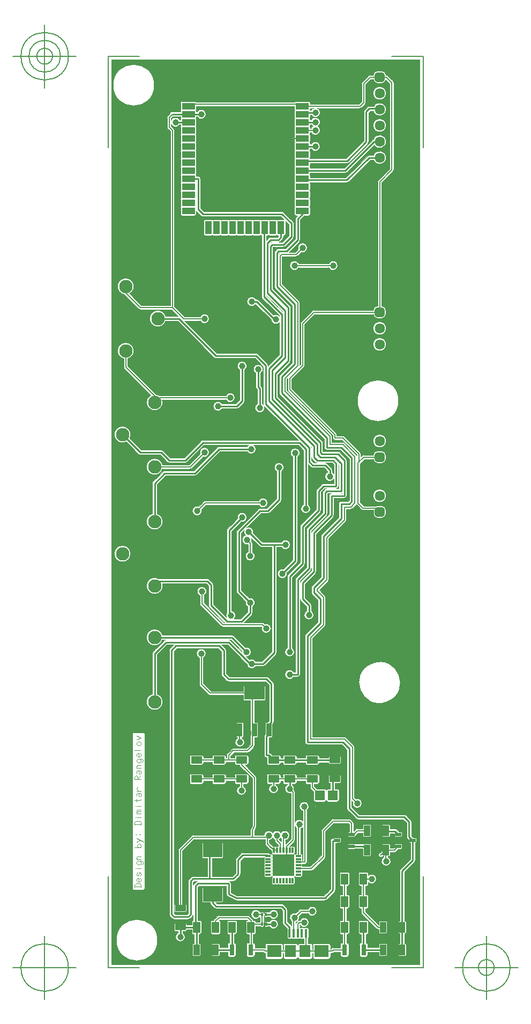
<source format=gbr>
G04 Generated by Ultiboard 14.1 *
%FSLAX34Y34*%
%MOMM*%

%ADD10C,0.0001*%
%ADD11C,0.0010*%
%ADD12C,0.2540*%
%ADD13C,0.1520*%
%ADD14C,0.0933*%
%ADD15C,0.1270*%
%ADD16R,1.0500X1.7500*%
%ADD17R,0.8000X1.7000*%
%ADD18R,2.3000X1.9000*%
%ADD19R,1.8000X1.9000*%
%ADD20R,0.4000X1.4000*%
%ADD21R,1.7500X1.0500*%
%ADD22R,1.1500X1.8000*%
%ADD23R,0.3600X0.6200*%
%ADD24C,1.0000*%
%ADD25R,3.1500X2.2000*%
%ADD26R,0.3000X0.9500*%
%ADD27R,0.9500X0.3000*%
%ADD28R,3.3500X3.3500*%
%ADD29R,1.0000X0.6000*%
%ADD30R,1.5000X1.5000*%
%ADD31R,1.8000X1.1500*%
%ADD32R,0.9500X2.1500*%
%ADD33R,3.2500X2.1500*%
%ADD34R,0.5291X0.5291*%
%ADD35C,0.9949*%
%ADD36C,1.6088*%
%ADD37C,2.1168*%
%ADD38R,1.0000X2.0000*%
%ADD39R,2.0000X1.0000*%


G04 ColorRGB 00FF00 for the following layer *
%LNCopper Top*%
%LPD*%
G54D10*
G36*
X129557Y1120123D02*
X129557Y1120123D01*
X617203Y1120123D01*
X617203Y-307323D01*
X129557Y-307323D01*
X129557Y1120123D01*
D02*
G37*
%LPC*%
G36*
X247510Y-212420D02*
X247510Y-212420D01*
X242081Y-212420D01*
X242081Y-128376D01*
X260456Y-110001D01*
X372599Y-110001D01*
X372599Y-117012D01*
G75*
D01*
G03X373572Y-119368I3321J-8*
G01*
X373572Y-119368D01*
X380152Y-125948D01*
G74*
D01*
G03X381233Y-126669I2348J2348*
G01*
X381233Y-126669D01*
X383484Y-128920D01*
X383484Y-132010D01*
G75*
D01*
G03X384127Y-133260I1536J0*
G01*
G74*
D01*
G03X383569Y-134006I893J1250*
G01*
G74*
D01*
G03X382230Y-133224I1339J754*
G01*
X382230Y-133224D01*
X380133Y-133224D01*
G74*
D01*
G03X376736Y-131167I3397J1776*
G01*
X376736Y-131167D01*
X337507Y-131167D01*
G75*
D01*
G03X334789Y-132289I-7J-3833*
G01*
X334789Y-132289D01*
X327289Y-139789D01*
G75*
D01*
G03X326167Y-142508I2711J-2711*
G01*
X326167Y-142508D01*
X326167Y-163412D01*
X320912Y-168667D01*
X288833Y-168667D01*
X288833Y-139570D01*
X305310Y-139570D01*
G75*
D01*
G03X306320Y-138560I0J1010*
G01*
X306320Y-138560D01*
X306320Y-116560D01*
G74*
D01*
G03X305310Y-115550I1010J0*
G01*
X305310Y-115550D01*
X273810Y-115550D01*
G75*
D01*
G03X272800Y-116560I0J-1010*
G01*
X272800Y-116560D01*
X272800Y-138560D01*
G75*
D01*
G03X273810Y-139570I1010J0*
G01*
X273810Y-139570D01*
X281167Y-139570D01*
X281167Y-168667D01*
X258757Y-168667D01*
G75*
D01*
G03X256039Y-169789I-7J-3833*
G01*
X256039Y-169789D01*
X252289Y-173539D01*
G75*
D01*
G03X251167Y-176259I2711J-2711*
G01*
X251167Y-176259D01*
X251167Y-227162D01*
X249662Y-228667D01*
X230338Y-228667D01*
X228833Y-227162D01*
X228833Y186512D01*
X233488Y191167D01*
X298412Y191167D01*
X303667Y185912D01*
X303667Y150011D01*
G75*
D01*
G03X304789Y147289I3833J-11*
G01*
X304789Y147289D01*
X312289Y139789D01*
G74*
D01*
G03X314781Y138673I2711J2711*
G01*
G75*
D01*
G03X315000Y138667I219J3827*
G01*
X315000Y138667D01*
X373412Y138667D01*
X378667Y133412D01*
X378667Y76588D01*
X376279Y74200D01*
X373850Y74200D01*
G75*
D01*
G03X372840Y73190I0J-1010*
G01*
X372840Y73190D01*
X372840Y55761D01*
X372289Y55211D01*
G75*
D01*
G03X371167Y52493I2711J-2711*
G01*
X371167Y52493D01*
X371167Y22500D01*
G75*
D01*
G03X375000Y18667I3833J0*
G01*
X375000Y18667D01*
X375065Y18667D01*
X375065Y9250D01*
G75*
D01*
G03X377080Y7235I2015J0*
G01*
X377080Y7235D01*
X395080Y7235D01*
G75*
D01*
G03X397095Y9250I0J2015*
G01*
X397095Y9250D01*
X397095Y11167D01*
X400465Y11167D01*
X400465Y9250D01*
G75*
D01*
G03X402480Y7235I2015J0*
G01*
X402480Y7235D01*
X420480Y7235D01*
G75*
D01*
G03X422495Y9250I0J2015*
G01*
X422495Y9250D01*
X422495Y11167D01*
X436025Y11167D01*
X436025Y9250D01*
G75*
D01*
G03X438040Y7235I2015J0*
G01*
X438040Y7235D01*
X456040Y7235D01*
G75*
D01*
G03X458055Y9250I0J2015*
G01*
X458055Y9250D01*
X458055Y11167D01*
X472840Y11167D01*
X472840Y9750D01*
G75*
D01*
G03X473850Y8740I1010J0*
G01*
X473850Y8740D01*
X491350Y8740D01*
G75*
D01*
G03X492360Y9750I0J1010*
G01*
X492360Y9750D01*
X492360Y20250D01*
G74*
D01*
G03X491350Y21260I1010J0*
G01*
X491350Y21260D01*
X473850Y21260D01*
G75*
D01*
G03X472840Y20250I0J-1010*
G01*
X472840Y20250D01*
X472840Y18833D01*
X458055Y18833D01*
X458055Y20750D01*
G74*
D01*
G03X456040Y22765I2015J0*
G01*
X456040Y22765D01*
X438040Y22765D01*
G75*
D01*
G03X436025Y20750I0J-2015*
G01*
X436025Y20750D01*
X436025Y18833D01*
X422495Y18833D01*
X422495Y20750D01*
G74*
D01*
G03X420480Y22765I2015J0*
G01*
X420480Y22765D01*
X402480Y22765D01*
G75*
D01*
G03X400465Y20750I0J-2015*
G01*
X400465Y20750D01*
X400465Y18833D01*
X397095Y18833D01*
X397095Y20750D01*
G74*
D01*
G03X395080Y22765I2015J0*
G01*
X395080Y22765D01*
X383737Y22765D01*
X381296Y25205D01*
G74*
D01*
G03X379981Y26068I2716J2705*
G01*
G74*
D01*
G03X378833Y26325I1401J3568*
G01*
X378833Y26325D01*
X378833Y50680D01*
X383350Y50680D01*
G75*
D01*
G03X384360Y51690I0J1010*
G01*
X384360Y51690D01*
X384360Y71439D01*
X385205Y72284D01*
G75*
D01*
G03X386333Y75000I-2705J2716*
G01*
X386333Y75000D01*
X386333Y135000D01*
G74*
D01*
G03X385205Y137716I3833J0*
G01*
X385205Y137716D01*
X377716Y145205D01*
G74*
D01*
G03X376401Y146068I2716J2705*
G01*
G75*
D01*
G03X374993Y146333I-1401J-3568*
G01*
X374993Y146333D01*
X316588Y146333D01*
X311333Y151588D01*
X311333Y187500D01*
G74*
D01*
G03X310205Y190216I3833J0*
G01*
X310205Y190216D01*
X303595Y196827D01*
X313372Y196827D01*
X342636Y167563D01*
X342636Y167563D01*
X344022Y166176D01*
G75*
D01*
G03X358054Y162772I7533J429*
G01*
X358054Y162772D01*
X369335Y162772D01*
G74*
D01*
G03X372051Y163900I0J3833*
G01*
X372051Y163900D01*
X375714Y167563D01*
X375714Y167563D01*
X389820Y181669D01*
G75*
D01*
G03X390948Y184385I-2705J2716*
G01*
X390948Y184385D01*
X390948Y350732D01*
X398396Y350732D01*
G75*
D01*
G03X398396Y358398I6499J3833*
G01*
X398396Y358398D01*
X368383Y358398D01*
X364443Y362339D01*
X353781Y373000D01*
G75*
D01*
G03X343654Y381883I-7306J1885*
G01*
X343654Y381883D01*
X364443Y402671D01*
X365843Y404072D01*
X376952Y404072D01*
G75*
D01*
G03X377306Y404088I3J3833*
G01*
G74*
D01*
G03X379671Y405200I351J3817*
G01*
X379671Y405200D01*
X382034Y407563D01*
X397440Y422969D01*
G75*
D01*
G03X398568Y425685I-2705J2716*
G01*
X398568Y425685D01*
X398568Y469986D01*
G75*
D01*
G03X390902Y469986I-3833J6499*
G01*
X390902Y469986D01*
X390902Y427273D01*
X375367Y411738D01*
X364255Y411738D01*
G75*
D01*
G03X363171Y411582I0J-3833*
G01*
G74*
D01*
G03X361544Y410616I1084J3677*
G01*
X361544Y410616D01*
X328524Y377596D01*
G75*
D01*
G03X327402Y374875I2711J-2711*
G01*
X327402Y374875D01*
X327402Y280910D01*
G75*
D01*
G03X328524Y278194I3833J-5*
G01*
X328524Y278194D01*
X341709Y265010D01*
G75*
D01*
G03X345182Y256626I7306J-1885*
G01*
X345182Y256626D01*
X345182Y249003D01*
X333692Y237513D01*
X323913Y237513D01*
G75*
D01*
G03X319828Y250238I-5378J5292*
G01*
X319828Y250238D01*
X319828Y375837D01*
X334430Y390439D01*
G75*
D01*
G03X329009Y395860I1885J7306*
G01*
X329009Y395860D01*
X313284Y380136D01*
G75*
D01*
G03X312162Y377420I2711J-2711*
G01*
X312162Y377420D01*
X312162Y246843D01*
G75*
D01*
G03X311537Y239984I6373J-4038*
G01*
X311537Y239984D01*
X290853Y260668D01*
X290853Y291356D01*
G74*
D01*
G03X289725Y294072I3833J0*
G01*
X289725Y294072D01*
X283912Y299885D01*
G74*
D01*
G03X281196Y301013I2716J2705*
G01*
X281196Y301013D01*
X205746Y301013D01*
G75*
D01*
G03X204430Y300783I-6J-3833*
G01*
G75*
D01*
G03X210426Y293347I-6310J-11223*
G01*
X210426Y293347D01*
X279608Y293347D01*
X283187Y289768D01*
X283187Y259088D01*
G75*
D01*
G03X284309Y256369I3833J-8*
G01*
X284309Y256369D01*
X308758Y231921D01*
X307211Y231921D01*
X276136Y262996D01*
X276136Y274130D01*
G75*
D01*
G03X269494Y274130I-3321J6775*
G01*
X269494Y274130D01*
X269494Y261629D01*
G75*
D01*
G03X270467Y259272I3321J-9*
G01*
X270467Y259272D01*
X303487Y226252D01*
G74*
D01*
G03X304896Y225415I2348J2348*
G01*
G75*
D01*
G03X305835Y225279I939J3185*
G01*
X305835Y225279D01*
X366924Y225279D01*
X367276Y224927D01*
G75*
D01*
G03X371973Y229624I7139J-2442*
G01*
X371973Y229624D01*
X370653Y230943D01*
G74*
D01*
G03X368300Y231921I2353J2343*
G01*
X368300Y231921D01*
X338942Y231921D01*
X351720Y244699D01*
G75*
D01*
G03X352848Y247415I-2705J2716*
G01*
X352848Y247415D01*
X352848Y256626D01*
G75*
D01*
G03X347130Y270431I-3833J6499*
G01*
X347130Y270431D01*
X335068Y282493D01*
X335068Y373297D01*
X339477Y377706D01*
G75*
D01*
G03X341408Y369294I6998J-2821*
G01*
G75*
D01*
G03X345694Y354848I2527J-7109*
G01*
X345694Y354848D01*
X345694Y343560D01*
G75*
D01*
G03X352336Y343560I3321J-6775*
G01*
X352336Y343560D01*
X352336Y357105D01*
G74*
D01*
G03X351358Y359458I3321J0*
G01*
X351358Y359458D01*
X351074Y359743D01*
G75*
D01*
G03X350933Y365006I-7139J2442*
G01*
X350933Y365006D01*
X364084Y351854D01*
G75*
D01*
G03X366796Y350732I2711J2711*
G01*
X366796Y350732D01*
X383282Y350732D01*
X383282Y185973D01*
X367747Y170438D01*
X358054Y170438D01*
G75*
D01*
G03X347859Y173183I-6499J-3833*
G01*
X347859Y173183D01*
X343162Y177880D01*
G75*
D01*
G03X341015Y192726I-262J7540*
G01*
X341015Y192726D01*
X322756Y210985D01*
G74*
D01*
G03X321428Y211853I2716J2705*
G01*
G75*
D01*
G03X320033Y212113I-1388J-3573*
G01*
X320033Y212113D01*
X210411Y212113D01*
G75*
D01*
G03X210411Y204447I-12291J-3833*
G01*
X210411Y204447D01*
X215302Y204447D01*
G74*
D01*
G03X213189Y203371I598J3787*
G01*
X213189Y203371D01*
X200707Y190888D01*
G74*
D01*
G03X199718Y190137I1793J3388*
G01*
X199718Y190137D01*
X195338Y185517D01*
G75*
D01*
G03X194287Y182869I2782J-2637*
G01*
X194287Y182869D01*
X194287Y118971D01*
G75*
D01*
G03X201953Y118971I3833J-12291*
G01*
X201953Y118971D01*
X201953Y181292D01*
X217488Y196827D01*
X228305Y196827D01*
X222289Y190811D01*
G75*
D01*
G03X221167Y188090I2711J-2711*
G01*
X221167Y188090D01*
X221167Y-228741D01*
G75*
D01*
G03X222289Y-231461I3833J-9*
G01*
X222289Y-231461D01*
X226039Y-235211D01*
G75*
D01*
G03X228757Y-236333I2711J2711*
G01*
X228757Y-236333D01*
X251250Y-236333D01*
G74*
D01*
G03X253966Y-235205I0J3833*
G01*
X253966Y-235205D01*
X257705Y-231466D01*
G74*
D01*
G03X258667Y-229869I2705J2716*
G01*
X258667Y-229869D01*
X258667Y-237905D01*
X258650Y-237905D01*
G75*
D01*
G03X256635Y-239920I0J-2015*
G01*
X256635Y-239920D01*
X256635Y-245087D01*
X248520Y-245087D01*
X248520Y-243430D01*
G74*
D01*
G03X247510Y-242420I1010J0*
G01*
X247510Y-242420D01*
X230010Y-242420D01*
G75*
D01*
G03X229000Y-243430I0J-1010*
G01*
X229000Y-243430D01*
X229000Y-253930D01*
G75*
D01*
G03X230010Y-254940I1010J0*
G01*
X230010Y-254940D01*
X234927Y-254940D01*
X234927Y-257661D01*
G75*
D01*
G03X242593Y-257661I3833J-6499*
G01*
X242593Y-257661D01*
X242593Y-254940D01*
X247510Y-254940D01*
G75*
D01*
G03X248520Y-253930I0J1010*
G01*
X248520Y-253930D01*
X248520Y-252753D01*
X256635Y-252753D01*
X256635Y-257920D01*
G75*
D01*
G03X258650Y-259935I2015J0*
G01*
X258650Y-259935D01*
X260567Y-259935D01*
X260567Y-274720D01*
X259150Y-274720D01*
G75*
D01*
G03X258140Y-275730I0J-1010*
G01*
X258140Y-275730D01*
X258140Y-293230D01*
G75*
D01*
G03X259150Y-294240I1010J0*
G01*
X259150Y-294240D01*
X269650Y-294240D01*
G75*
D01*
G03X270660Y-293230I0J1010*
G01*
X270660Y-293230D01*
X270660Y-275730D01*
G74*
D01*
G03X269650Y-274720I1010J0*
G01*
X269650Y-274720D01*
X268233Y-274720D01*
X268233Y-259935D01*
X270150Y-259935D01*
G75*
D01*
G03X272165Y-257920I0J2015*
G01*
X272165Y-257920D01*
X272165Y-239920D01*
G74*
D01*
G03X270150Y-237905I2015J0*
G01*
X270150Y-237905D01*
X266333Y-237905D01*
X266333Y-185338D01*
X267838Y-183833D01*
X311167Y-183833D01*
X311167Y-196443D01*
G75*
D01*
G03X313286Y-199879I3833J-7*
G01*
X313286Y-199879D01*
X325866Y-206169D01*
G75*
D01*
G03X327585Y-206573I1714J3429*
G01*
X327585Y-206573D01*
X467420Y-206573D01*
G74*
D01*
G03X470136Y-205445I0J3833*
G01*
X470136Y-205445D01*
X482705Y-192876D01*
G75*
D01*
G03X483833Y-190160I-2705J2716*
G01*
X483833Y-190160D01*
X483833Y-116333D01*
X486340Y-116333D01*
G74*
D01*
G03X488341Y-115770I0J3833*
G01*
X488341Y-115770D01*
X491340Y-115770D01*
G75*
D01*
G03X492350Y-114760I0J1010*
G01*
X492350Y-114760D01*
X492350Y-108760D01*
G74*
D01*
G03X491340Y-107750I1010J0*
G01*
X491340Y-107750D01*
X481340Y-107750D01*
G75*
D01*
G03X480334Y-108667I0J-1010*
G01*
X480334Y-108667D01*
X480000Y-108667D01*
G75*
D01*
G03X476167Y-112500I0J-3833*
G01*
X476167Y-112500D01*
X476167Y-188572D01*
X465832Y-198907D01*
X328485Y-198907D01*
X318833Y-194081D01*
X318833Y-180000D01*
G74*
D01*
G03X316119Y-176333I3833J0*
G01*
X316119Y-176333D01*
X322500Y-176333D01*
G74*
D01*
G03X325216Y-175205I0J3833*
G01*
X325216Y-175205D01*
X332705Y-167716D01*
G75*
D01*
G03X333833Y-165000I-2705J2716*
G01*
X333833Y-165000D01*
X333833Y-144088D01*
X339088Y-138833D01*
X371504Y-138833D01*
G74*
D01*
G03X371194Y-139760I1226J927*
G01*
X371194Y-139760D01*
X371194Y-142760D01*
G75*
D01*
G03X371564Y-143760I1536J0*
G01*
G74*
D01*
G03X371194Y-144760I1166J1000*
G01*
X371194Y-144760D01*
X371194Y-147760D01*
G75*
D01*
G03X371564Y-148760I1536J0*
G01*
G74*
D01*
G03X371194Y-149760I1166J1000*
G01*
X371194Y-149760D01*
X371194Y-152760D01*
G75*
D01*
G03X371564Y-153760I1536J0*
G01*
G74*
D01*
G03X371194Y-154760I1166J1000*
G01*
X371194Y-154760D01*
X371194Y-157760D01*
G75*
D01*
G03X371564Y-158760I1536J0*
G01*
G74*
D01*
G03X371194Y-159760I1166J1000*
G01*
X371194Y-159760D01*
X371194Y-162760D01*
G75*
D01*
G03X371564Y-163760I1536J0*
G01*
G74*
D01*
G03X371194Y-164760I1166J1000*
G01*
X371194Y-164760D01*
X371194Y-167760D01*
G75*
D01*
G03X372730Y-169296I1536J0*
G01*
X372730Y-169296D01*
X382230Y-169296D01*
G74*
D01*
G03X383569Y-168514I0J1536*
G01*
G74*
D01*
G03X384127Y-169260I1451J504*
G01*
G74*
D01*
G03X383484Y-170510I893J1250*
G01*
X383484Y-170510D01*
X383484Y-180010D01*
G75*
D01*
G03X385020Y-181546I1536J0*
G01*
X385020Y-181546D01*
X388020Y-181546D01*
G74*
D01*
G03X389000Y-181193I0J1536*
G01*
G75*
D01*
G03X389980Y-181546I980J1183*
G01*
X389980Y-181546D01*
X392980Y-181546D01*
G74*
D01*
G03X393980Y-181176I0J1536*
G01*
G75*
D01*
G03X394980Y-181546I1000J1166*
G01*
X394980Y-181546D01*
X397980Y-181546D01*
G74*
D01*
G03X398980Y-181176I0J1536*
G01*
G75*
D01*
G03X399980Y-181546I1000J1166*
G01*
X399980Y-181546D01*
X402980Y-181546D01*
G74*
D01*
G03X403980Y-181176I0J1536*
G01*
G75*
D01*
G03X404980Y-181546I1000J1166*
G01*
X404980Y-181546D01*
X407980Y-181546D01*
G74*
D01*
G03X408980Y-181176I0J1536*
G01*
G75*
D01*
G03X409980Y-181546I1000J1166*
G01*
X409980Y-181546D01*
X412980Y-181546D01*
G74*
D01*
G03X413980Y-181176I0J1536*
G01*
G75*
D01*
G03X414980Y-181546I1000J1166*
G01*
X414980Y-181546D01*
X417980Y-181546D01*
G75*
D01*
G03X419516Y-180010I0J1536*
G01*
X419516Y-180010D01*
X419516Y-170510D01*
G74*
D01*
G03X419082Y-169440I1536J0*
G01*
G74*
D01*
G03X419744Y-168938I562J1430*
G01*
G75*
D01*
G03X420730Y-169296I986J1178*
G01*
X420730Y-169296D01*
X430230Y-169296D01*
G75*
D01*
G03X431766Y-167760I0J1536*
G01*
X431766Y-167760D01*
X431766Y-164760D01*
G74*
D01*
G03X431396Y-163760I1536J0*
G01*
G75*
D01*
G03X431766Y-162760I-1166J1000*
G01*
X431766Y-162760D01*
X431766Y-159760D01*
G74*
D01*
G03X431756Y-159581I1536J0*
G01*
X431756Y-159581D01*
X445718Y-159581D01*
G75*
D01*
G03X445829Y-159579I2J3321*
G01*
G74*
D01*
G03X448073Y-158603I109J3319*
G01*
X448073Y-158603D01*
X467163Y-139513D01*
G75*
D01*
G03X468141Y-137160I-2343J2353*
G01*
X468141Y-137160D01*
X468141Y-97896D01*
X481436Y-84601D01*
X504084Y-84601D01*
X506019Y-86536D01*
X506019Y-98250D01*
X504340Y-98250D01*
G75*
D01*
G03X503330Y-99260I0J-1010*
G01*
X503330Y-99260D01*
X503330Y-105260D01*
G75*
D01*
G03X504340Y-106270I1010J0*
G01*
X504340Y-106270D01*
X514340Y-106270D01*
G75*
D01*
G03X515350Y-105260I0J1010*
G01*
X515350Y-105260D01*
X515350Y-104027D01*
X519536Y-99841D01*
X527380Y-99841D01*
X527380Y-105270D01*
G75*
D01*
G03X528390Y-106280I1010J0*
G01*
X528390Y-106280D01*
X538890Y-106280D01*
G75*
D01*
G03X539900Y-105270I0J1010*
G01*
X539900Y-105270D01*
X539900Y-87770D01*
G74*
D01*
G03X538890Y-86760I1010J0*
G01*
X538890Y-86760D01*
X528390Y-86760D01*
G75*
D01*
G03X527380Y-87770I0J-1010*
G01*
X527380Y-87770D01*
X527380Y-93199D01*
X518166Y-93199D01*
G75*
D01*
G03X515812Y-94172I-6J-3321*
G01*
X515812Y-94172D01*
X512661Y-97322D01*
X512661Y-85160D01*
G74*
D01*
G03X511683Y-82807I3321J0*
G01*
X511683Y-82807D01*
X507813Y-78937D01*
G74*
D01*
G03X506376Y-78088I2353J2343*
G01*
G75*
D01*
G03X505455Y-77959I-916J-3192*
G01*
X505455Y-77959D01*
X480060Y-77959D01*
G75*
D01*
G03X478986Y-78138I0J-3321*
G01*
G74*
D01*
G03X477712Y-78932I1074J3142*
G01*
X477712Y-78932D01*
X462472Y-94172D01*
G75*
D01*
G03X461499Y-96529I2348J-2348*
G01*
X461499Y-96529D01*
X461499Y-135784D01*
X444344Y-152939D01*
X431756Y-152939D01*
G75*
D01*
G03X431766Y-152760I-1526J179*
G01*
X431766Y-152760D01*
X431766Y-152043D01*
X438020Y-152043D01*
G74*
D01*
G03X438576Y-151811I0J783*
G01*
X438576Y-151811D01*
X442511Y-147876D01*
G75*
D01*
G03X442743Y-147320I-551J556*
G01*
X442743Y-147320D01*
X442743Y-68904D01*
X452444Y-59203D01*
X495300Y-59203D01*
G74*
D01*
G03X495856Y-58971I0J783*
G01*
X495856Y-58971D01*
X500931Y-53896D01*
G75*
D01*
G03X501163Y-53340I-551J556*
G01*
X501163Y-53340D01*
X501163Y30480D01*
G74*
D01*
G03X500931Y31036I783J0*
G01*
X500931Y31036D01*
X493316Y38651D01*
G74*
D01*
G03X492991Y38848I556J551*
G01*
G75*
D01*
G03X492757Y38883I-231J-748*
G01*
X492757Y38883D01*
X432583Y38883D01*
X432583Y213036D01*
X455211Y235664D01*
G75*
D01*
G03X455443Y236220I-551J556*
G01*
X455443Y236220D01*
X455443Y266700D01*
G74*
D01*
G03X455211Y267256I783J0*
G01*
X455211Y267256D01*
X445283Y277184D01*
X445283Y289236D01*
X460291Y304244D01*
G75*
D01*
G03X460523Y304800I-551J556*
G01*
X460523Y304800D01*
X460523Y370516D01*
X488231Y398224D01*
G75*
D01*
G03X488463Y398780I-551J556*
G01*
X488463Y398780D01*
X488463Y423397D01*
X503353Y423397D01*
G75*
D01*
G03X503549Y423421I3J783*
G01*
G74*
D01*
G03X503912Y423629I193J759*
G01*
X503912Y423629D01*
X504991Y424708D01*
G75*
D01*
G03X505223Y425264I-551J556*
G01*
X505223Y425264D01*
X505223Y489572D01*
G74*
D01*
G03X504991Y490127I783J0*
G01*
X504991Y490127D01*
X491647Y503471D01*
G74*
D01*
G03X491311Y503671I555J551*
G01*
G75*
D01*
G03X491089Y503703I-219J-751*
G01*
X491089Y503703D01*
X465603Y503703D01*
X465603Y520700D01*
G74*
D01*
G03X465371Y521256I783J0*
G01*
X465371Y521256D01*
X394483Y592144D01*
X394483Y621976D01*
X414571Y642064D01*
G75*
D01*
G03X414803Y642620I-551J556*
G01*
X414803Y642620D01*
X414803Y731520D01*
G74*
D01*
G03X414571Y732076I783J0*
G01*
X414571Y732076D01*
X386863Y759784D01*
X386863Y817556D01*
X391484Y822177D01*
X403860Y822177D01*
G74*
D01*
G03X404416Y822409I0J783*
G01*
X404416Y822409D01*
X419651Y837644D01*
G75*
D01*
G03X419883Y838200I-551J556*
G01*
X419883Y838200D01*
X419883Y868680D01*
G74*
D01*
G03X419651Y869236I783J0*
G01*
X419651Y869236D01*
X414803Y874084D01*
X414803Y992816D01*
X416884Y994897D01*
X418903Y994897D01*
X418903Y990680D01*
G75*
D01*
G03X419288Y989330I2557J0*
G01*
G74*
D01*
G03X418903Y987980I2172J1350*
G01*
X418903Y987980D01*
X418903Y977980D01*
G75*
D01*
G03X419288Y976630I2557J0*
G01*
G74*
D01*
G03X418903Y975280I2172J1350*
G01*
X418903Y975280D01*
X418903Y965280D01*
G75*
D01*
G03X419288Y963930I2557J0*
G01*
G74*
D01*
G03X418903Y962580I2172J1350*
G01*
X418903Y962580D01*
X418903Y952580D01*
G75*
D01*
G03X419288Y951230I2557J0*
G01*
G74*
D01*
G03X418903Y949880I2172J1350*
G01*
X418903Y949880D01*
X418903Y939880D01*
G75*
D01*
G03X419288Y938530I2557J0*
G01*
G74*
D01*
G03X418903Y937180I2172J1350*
G01*
X418903Y937180D01*
X418903Y927180D01*
G75*
D01*
G03X419288Y925830I2557J0*
G01*
G74*
D01*
G03X418903Y924480I2172J1350*
G01*
X418903Y924480D01*
X418903Y914480D01*
G75*
D01*
G03X419288Y913130I2557J0*
G01*
G74*
D01*
G03X418903Y911780I2172J1350*
G01*
X418903Y911780D01*
X418903Y901780D01*
G75*
D01*
G03X419288Y900430I2557J0*
G01*
G74*
D01*
G03X418903Y899080I2172J1350*
G01*
X418903Y899080D01*
X418903Y889080D01*
G75*
D01*
G03X419288Y887730I2557J0*
G01*
G74*
D01*
G03X418903Y886380I2172J1350*
G01*
X418903Y886380D01*
X418903Y876380D01*
G75*
D01*
G03X421460Y873823I2557J0*
G01*
X421460Y873823D01*
X423901Y873823D01*
X421469Y871391D01*
G75*
D01*
G03X420347Y868674I2711J-2711*
G01*
X420347Y868674D01*
X420347Y837248D01*
X404812Y821713D01*
X393707Y821713D01*
G75*
D01*
G03X390989Y820591I-7J-3833*
G01*
X390989Y820591D01*
X388449Y818051D01*
G75*
D01*
G03X387327Y815332I2711J-2711*
G01*
X387327Y815332D01*
X387327Y762011D01*
G75*
D01*
G03X388449Y759289I3833J-11*
G01*
X388449Y759289D01*
X415267Y732472D01*
X415267Y641668D01*
X396069Y622471D01*
G75*
D01*
G03X394947Y619755I2711J-2711*
G01*
X394947Y619755D01*
X394947Y594370D01*
G75*
D01*
G03X396069Y591649I3833J-10*
G01*
X396069Y591649D01*
X466067Y521652D01*
X466067Y508000D01*
G75*
D01*
G03X469900Y504167I3833J0*
G01*
X469900Y504167D01*
X491608Y504167D01*
X505687Y490088D01*
X505687Y424748D01*
X503872Y422933D01*
X492760Y422933D01*
G75*
D01*
G03X488927Y419100I0J-3833*
G01*
X488927Y419100D01*
X488927Y397828D01*
X462109Y371011D01*
G75*
D01*
G03X460987Y368292I2711J-2711*
G01*
X460987Y368292D01*
X460987Y303848D01*
X446869Y289731D01*
G75*
D01*
G03X445747Y287014I2711J-2711*
G01*
X445747Y287014D01*
X445747Y279410D01*
G75*
D01*
G03X446869Y276689I3833J-10*
G01*
X446869Y276689D01*
X455907Y267652D01*
X455907Y232728D01*
X436709Y213531D01*
G75*
D01*
G03X435587Y210815I2711J-2711*
G01*
X435587Y210815D01*
X435587Y43180D01*
G75*
D01*
G03X439420Y39347I3833J0*
G01*
X439420Y39347D01*
X493712Y39347D01*
X501627Y31432D01*
X501627Y-60947D01*
G75*
D01*
G03X502749Y-63671I3833J-13*
G01*
X502749Y-63671D01*
X511516Y-72437D01*
X511516Y-72437D01*
X516789Y-77711D01*
G74*
D01*
G03X518094Y-78566I2711J2711*
G01*
G75*
D01*
G03X519500Y-78833I1406J3566*
G01*
X519500Y-78833D01*
X590912Y-78833D01*
X596167Y-84088D01*
X596167Y-105893D01*
G75*
D01*
G03X597289Y-108611I3833J-7*
G01*
X597289Y-108611D01*
X599850Y-111171D01*
X599850Y-114760D01*
G75*
D01*
G03X600860Y-115770I1010J0*
G01*
X600860Y-115770D01*
X602027Y-115770D01*
X602027Y-141852D01*
X586329Y-157549D01*
G75*
D01*
G03X585207Y-160267I2711J-2711*
G01*
X585207Y-160267D01*
X585207Y-239160D01*
X583790Y-239160D01*
G75*
D01*
G03X582780Y-240170I0J-1010*
G01*
X582780Y-240170D01*
X582780Y-257670D01*
G75*
D01*
G03X583790Y-258680I1010J0*
G01*
X583790Y-258680D01*
X585207Y-258680D01*
X585207Y-274720D01*
X583790Y-274720D01*
G75*
D01*
G03X582780Y-275730I0J-1010*
G01*
X582780Y-275730D01*
X582780Y-293230D01*
G75*
D01*
G03X583790Y-294240I1010J0*
G01*
X583790Y-294240D01*
X594290Y-294240D01*
G75*
D01*
G03X595300Y-293230I0J1010*
G01*
X595300Y-293230D01*
X595300Y-275730D01*
G74*
D01*
G03X594290Y-274720I1010J0*
G01*
X594290Y-274720D01*
X592873Y-274720D01*
X592873Y-258680D01*
X594290Y-258680D01*
G75*
D01*
G03X595300Y-257670I0J1010*
G01*
X595300Y-257670D01*
X595300Y-240170D01*
G74*
D01*
G03X594290Y-239160I1010J0*
G01*
X594290Y-239160D01*
X592873Y-239160D01*
X592873Y-161848D01*
X604443Y-150279D01*
X604487Y-150234D01*
X608565Y-146156D01*
G75*
D01*
G03X609693Y-143440I-2705J2716*
G01*
X609693Y-143440D01*
X609693Y-115770D01*
X610860Y-115770D01*
G75*
D01*
G03X611870Y-114760I0J1010*
G01*
X611870Y-114760D01*
X611870Y-108760D01*
G74*
D01*
G03X610860Y-107750I1010J0*
G01*
X610860Y-107750D01*
X607271Y-107750D01*
X604443Y-104921D01*
X603833Y-104312D01*
X603833Y-82500D01*
G74*
D01*
G03X602705Y-79784I3833J0*
G01*
X602705Y-79784D01*
X595359Y-72437D01*
X595359Y-72437D01*
X595216Y-72295D01*
G74*
D01*
G03X592500Y-71167I2716J2705*
G01*
X592500Y-71167D01*
X521088Y-71167D01*
X509293Y-59372D01*
X509293Y-49170D01*
X511021Y-50898D01*
G75*
D01*
G03X515718Y-46201I7139J-2442*
G01*
X515718Y-46201D01*
X513861Y-44344D01*
X513861Y35560D01*
G74*
D01*
G03X512883Y37913I3321J0*
G01*
X512883Y37913D01*
X500193Y50603D01*
G74*
D01*
G03X498539Y51507I2353J2343*
G01*
G75*
D01*
G03X497836Y51581I-699J-3247*
G01*
X497836Y51581D01*
X447821Y51581D01*
X447821Y206904D01*
X467163Y226247D01*
G75*
D01*
G03X468141Y228600I-2343J2353*
G01*
X468141Y228600D01*
X468141Y271780D01*
G74*
D01*
G03X467163Y274133I3321J0*
G01*
X467163Y274133D01*
X458087Y283210D01*
X472243Y297367D01*
G75*
D01*
G03X473221Y299720I-2343J2353*
G01*
X473221Y299720D01*
X473221Y364384D01*
X500183Y391347D01*
G75*
D01*
G03X501161Y393700I-2343J2353*
G01*
X501161Y393700D01*
X501161Y410699D01*
X508000Y410699D01*
G74*
D01*
G03X510353Y411677I0J3321*
G01*
X510353Y411677D01*
X516884Y418208D01*
G74*
D01*
G03X517332Y417652I2796J1792*
G01*
X517332Y417652D01*
X524832Y410152D01*
G75*
D01*
G03X527187Y409179I2348J2348*
G01*
X527187Y409179D01*
X543775Y409179D01*
G74*
D01*
G03X543774Y409045I7300J134*
G01*
X543774Y409045D01*
X543774Y403755D01*
G75*
D01*
G03X551075Y396454I7301J0*
G01*
X551075Y396454D01*
X556365Y396454D01*
G75*
D01*
G03X563666Y403755I0J7301*
G01*
X563666Y403755D01*
X563666Y409045D01*
G74*
D01*
G03X556365Y416346I7301J0*
G01*
X556365Y416346D01*
X551075Y416346D01*
G75*
D01*
G03X548222Y415766I0J-7301*
G01*
G74*
D01*
G03X547620Y415821I602J3266*
G01*
X547620Y415821D01*
X528556Y415821D01*
X523001Y421376D01*
X523001Y482744D01*
X523043Y482787D01*
G74*
D01*
G03X523053Y482797I2343J2353*
G01*
X523053Y482797D01*
X529696Y489439D01*
X543805Y489439D01*
G75*
D01*
G03X551075Y482814I7270J676*
G01*
X551075Y482814D01*
X556365Y482814D01*
G75*
D01*
G03X563666Y490115I0J7301*
G01*
X563666Y490115D01*
X563666Y495405D01*
G74*
D01*
G03X556365Y502706I7301J0*
G01*
X556365Y502706D01*
X551075Y502706D01*
G75*
D01*
G03X543805Y496081I0J-7301*
G01*
X543805Y496081D01*
X528326Y496081D01*
G75*
D01*
G03X525972Y495108I-6J-3321*
G01*
X525972Y495108D01*
X524021Y493158D01*
X524021Y497840D01*
G74*
D01*
G03X523043Y500193I3321J0*
G01*
X523043Y500193D01*
X497653Y525583D01*
G74*
D01*
G03X496409Y526370I2353J2343*
G01*
G75*
D01*
G03X495294Y526561I-1109J-3130*
G01*
X495294Y526561D01*
X485921Y526561D01*
X485921Y528320D01*
G74*
D01*
G03X484943Y530673I3321J0*
G01*
X484943Y530673D01*
X414801Y600816D01*
X414801Y615844D01*
X434143Y635187D01*
G75*
D01*
G03X435121Y637540I-2343J2353*
G01*
X435121Y637540D01*
X435121Y702204D01*
X450956Y718039D01*
X543805Y718039D01*
G75*
D01*
G03X551075Y711414I7270J676*
G01*
X551075Y711414D01*
X556365Y711414D01*
G75*
D01*
G03X563666Y718715I0J7301*
G01*
X563666Y718715D01*
X563666Y724005D01*
G74*
D01*
G03X557041Y731275I7301J0*
G01*
X557041Y731275D01*
X557041Y925724D01*
X575113Y943797D01*
G75*
D01*
G03X576091Y946150I-2343J2353*
G01*
X576091Y946150D01*
X576091Y1083310D01*
G74*
D01*
G03X575113Y1085663I3321J0*
G01*
X575113Y1085663D01*
X566233Y1094543D01*
G74*
D01*
G03X563880Y1095521I2353J2343*
G01*
X563880Y1095521D01*
X563635Y1095521D01*
G74*
D01*
G03X556365Y1102146I7270J676*
G01*
X556365Y1102146D01*
X551075Y1102146D01*
G75*
D01*
G03X543805Y1095521I0J-7301*
G01*
X543805Y1095521D01*
X538480Y1095521D01*
G75*
D01*
G03X537653Y1095416I0J-3321*
G01*
G74*
D01*
G03X536132Y1094548I827J3216*
G01*
X536132Y1094548D01*
X525972Y1084388D01*
G75*
D01*
G03X524999Y1082030I2348J-2348*
G01*
X524999Y1082030D01*
X524999Y1053680D01*
X521120Y1049801D01*
X444017Y1049801D01*
X444017Y1051480D01*
G74*
D01*
G03X441460Y1054037I2557J0*
G01*
X441460Y1054037D01*
X421460Y1054037D01*
G75*
D01*
G03X419685Y1053321I0J-2557*
G01*
X419685Y1053321D01*
X263235Y1053321D01*
G74*
D01*
G03X261460Y1054037I1775J1841*
G01*
X261460Y1054037D01*
X241460Y1054037D01*
G75*
D01*
G03X238903Y1051480I0J-2557*
G01*
X238903Y1051480D01*
X238903Y1041480D01*
G75*
D01*
G03X239288Y1040130I2557J0*
G01*
G74*
D01*
G03X238903Y1038780I2172J1350*
G01*
X238903Y1038780D01*
X238903Y1037613D01*
X226060Y1037613D01*
G75*
D01*
G03X222358Y1034774I0J-3833*
G01*
X222358Y1034774D01*
X218632Y1031048D01*
G75*
D01*
G03X217659Y1028690I2348J-2348*
G01*
X217659Y1028690D01*
X217659Y1013467D01*
G75*
D01*
G03X218632Y1011112I3321J-7*
G01*
X218632Y1011112D01*
X222739Y1007004D01*
X222739Y732301D01*
X176636Y732301D01*
X158353Y750584D01*
G75*
D01*
G03X150235Y749308I-5953J11416*
G01*
X150235Y749308D01*
X172912Y726632D01*
G75*
D01*
G03X175266Y725659I2348J2348*
G01*
X175266Y725659D01*
X224684Y725659D01*
X235310Y715033D01*
X215491Y715033D01*
G75*
D01*
G03X215491Y707367I-12291J-3833*
G01*
X215491Y707367D01*
X234632Y707367D01*
X291929Y650069D01*
G74*
D01*
G03X293323Y649180I2711J2711*
G01*
G75*
D01*
G03X294640Y648947I1317J3600*
G01*
X294640Y648947D01*
X356552Y648947D01*
X369547Y635952D01*
X369547Y576591D01*
G75*
D01*
G03X369637Y575753I3833J-11*
G01*
G74*
D01*
G03X368088Y576964I5382J5288*
G01*
X368088Y576964D01*
X368088Y600945D01*
G74*
D01*
G03X366960Y603661I3833J0*
G01*
X366960Y603661D01*
X365548Y605073D01*
X365548Y624926D01*
G75*
D01*
G03X357882Y624926I-3833J6499*
G01*
X357882Y624926D01*
X357882Y603493D01*
G75*
D01*
G03X359004Y600774I3833J-8*
G01*
X359004Y600774D01*
X360422Y599357D01*
X360422Y576964D01*
G75*
D01*
G03X371253Y573286I3833J-6499*
G01*
X371253Y573286D01*
X425085Y519453D01*
X274320Y519453D01*
G75*
D01*
G03X273580Y519381I0J-3833*
G01*
G74*
D01*
G03X271609Y518331I740J3761*
G01*
X271609Y518331D01*
X244792Y491513D01*
X222568Y491513D01*
X210996Y503085D01*
G74*
D01*
G03X208280Y504213I2716J2705*
G01*
X208280Y504213D01*
X176848Y504213D01*
X158722Y522339D01*
G75*
D01*
G03X153301Y516918I-11402J5981*
G01*
X153301Y516918D01*
X172549Y497669D01*
G74*
D01*
G03X174520Y496619I2711J2711*
G01*
G75*
D01*
G03X175260Y496547I740J3761*
G01*
X175260Y496547D01*
X206692Y496547D01*
X218269Y484969D01*
G75*
D01*
G03X220985Y483847I2711J2711*
G01*
X220985Y483847D01*
X246374Y483847D01*
G75*
D01*
G03X247535Y484025I6J3833*
G01*
G74*
D01*
G03X249096Y484975I1155J3655*
G01*
X249096Y484975D01*
X275908Y511787D01*
X346409Y511787D01*
G74*
D01*
G03X344021Y509293I4111J6327*
G01*
X344021Y509293D01*
X299723Y509293D01*
G75*
D01*
G03X297009Y508171I-3J-3833*
G01*
X297009Y508171D01*
X260032Y471193D01*
X214104Y471193D01*
G75*
D01*
G03X213266Y471101I0J-3833*
G01*
G74*
D01*
G03X211393Y470071I838J3741*
G01*
X211393Y470071D01*
X195409Y454087D01*
G75*
D01*
G03X194287Y451366I2711J-2711*
G01*
X194287Y451366D01*
X194287Y403451D01*
G75*
D01*
G03X201953Y403451I3833J-12291*
G01*
X201953Y403451D01*
X201953Y449788D01*
X215692Y463527D01*
X261620Y463527D01*
G74*
D01*
G03X264336Y464655I0J3833*
G01*
X264336Y464655D01*
X301308Y501627D01*
X344021Y501627D01*
G75*
D01*
G03X354631Y511787I6499J3833*
G01*
X354631Y511787D01*
X425132Y511787D01*
X433047Y503872D01*
X433047Y417979D01*
G75*
D01*
G03X440713Y417979I3833J-6499*
G01*
X440713Y417979D01*
X440713Y481709D01*
X445073Y477349D01*
G74*
D01*
G03X446532Y476437I2711J2711*
G01*
G75*
D01*
G03X447784Y476227I1252J3623*
G01*
X447784Y476227D01*
X465772Y476227D01*
X471147Y470852D01*
X471147Y468779D01*
G75*
D01*
G03X481215Y458032I3833J-6499*
G01*
X481215Y458032D01*
X481215Y450873D01*
X464826Y450873D01*
G75*
D01*
G03X462109Y449751I-6J-3833*
G01*
X462109Y449751D01*
X454489Y442131D01*
G75*
D01*
G03X453367Y439412I2711J-2711*
G01*
X453367Y439412D01*
X453367Y410528D01*
X429089Y386251D01*
G75*
D01*
G03X427967Y383532I2711J-2711*
G01*
X427967Y383532D01*
X427967Y326708D01*
X408769Y307511D01*
G75*
D01*
G03X407647Y304795I2711J-2711*
G01*
X407647Y304795D01*
X407647Y191919D01*
G75*
D01*
G03X415313Y191919I3833J-6499*
G01*
X415313Y191919D01*
X415313Y303212D01*
X434505Y322404D01*
G75*
D01*
G03X435633Y325120I-2705J2716*
G01*
X435633Y325120D01*
X435633Y381952D01*
X459905Y406224D01*
G75*
D01*
G03X461033Y408940I-2705J2716*
G01*
X461033Y408940D01*
X461033Y437832D01*
X466408Y443207D01*
X469302Y443207D01*
G74*
D01*
G03X467189Y442131I598J3787*
G01*
X467189Y442131D01*
X464649Y439591D01*
G75*
D01*
G03X463527Y436872I2711J-2711*
G01*
X463527Y436872D01*
X463527Y405448D01*
X439249Y381171D01*
G75*
D01*
G03X438127Y378452I2711J-2711*
G01*
X438127Y378452D01*
X438127Y319088D01*
X421469Y302431D01*
G75*
D01*
G03X420347Y299715I2711J-2711*
G01*
X420347Y299715D01*
X420347Y153693D01*
X417979Y153693D01*
G75*
D01*
G03X417979Y146027I-6499J-3833*
G01*
X417979Y146027D01*
X424180Y146027D01*
G75*
D01*
G03X428013Y149860I0J3833*
G01*
X428013Y149860D01*
X428013Y268642D01*
G74*
D01*
G03X429089Y266529I3787J598*
G01*
X429089Y266529D01*
X438127Y257492D01*
X438127Y250339D01*
G75*
D01*
G03X445793Y250339I3833J-6499*
G01*
X445793Y250339D01*
X445793Y259080D01*
G74*
D01*
G03X444665Y261796I3833J0*
G01*
X444665Y261796D01*
X435633Y270828D01*
X435633Y293052D01*
X452285Y309704D01*
G75*
D01*
G03X453413Y312420I-2705J2716*
G01*
X453413Y312420D01*
X453413Y371792D01*
X480225Y398604D01*
G75*
D01*
G03X481353Y401320I-2705J2716*
G01*
X481353Y401320D01*
X481353Y427967D01*
X497840Y427967D01*
G75*
D01*
G03X501673Y431800I0J3833*
G01*
X501673Y431800D01*
X501673Y487680D01*
G74*
D01*
G03X500545Y490396I3833J0*
G01*
X500545Y490396D01*
X490396Y500545D01*
G74*
D01*
G03X488663Y501545I2716J2705*
G01*
G75*
D01*
G03X487675Y501673I-983J-3705*
G01*
X487675Y501673D01*
X463868Y501673D01*
X463573Y501968D01*
X463573Y515620D01*
G74*
D01*
G03X462445Y518336I3833J0*
G01*
X462445Y518336D01*
X392453Y588328D01*
X392453Y623252D01*
X411645Y642444D01*
G75*
D01*
G03X412773Y645160I-2705J2716*
G01*
X412773Y645160D01*
X412773Y728980D01*
G74*
D01*
G03X411645Y731696I3833J0*
G01*
X411645Y731696D01*
X384833Y758508D01*
X384833Y823912D01*
X385128Y824207D01*
X401320Y824207D01*
G74*
D01*
G03X404036Y825335I0J3833*
G01*
X404036Y825335D01*
X416725Y838024D01*
G75*
D01*
G03X417853Y840740I-2705J2716*
G01*
X417853Y840740D01*
X417853Y861496D01*
G74*
D01*
G03X416725Y864212I3833J0*
G01*
X416725Y864212D01*
X401932Y879005D01*
G74*
D01*
G03X400667Y879848I2716J2705*
G01*
G75*
D01*
G03X399208Y880133I-1451J-3548*
G01*
X399208Y880133D01*
X275908Y880133D01*
X270533Y885508D01*
X270533Y931980D01*
G74*
D01*
G03X266700Y935813I3833J0*
G01*
X266700Y935813D01*
X264017Y935813D01*
X264017Y937180D01*
G74*
D01*
G03X263632Y938530I2557J0*
G01*
G75*
D01*
G03X264017Y939880I-2172J1350*
G01*
X264017Y939880D01*
X264017Y949880D01*
G74*
D01*
G03X263632Y951230I2557J0*
G01*
G75*
D01*
G03X264017Y952580I-2172J1350*
G01*
X264017Y952580D01*
X264017Y962580D01*
G74*
D01*
G03X263632Y963930I2557J0*
G01*
G75*
D01*
G03X264017Y965280I-2172J1350*
G01*
X264017Y965280D01*
X264017Y975280D01*
G74*
D01*
G03X263632Y976630I2557J0*
G01*
G75*
D01*
G03X264017Y977980I-2172J1350*
G01*
X264017Y977980D01*
X264017Y987980D01*
G74*
D01*
G03X263632Y989330I2557J0*
G01*
G75*
D01*
G03X264017Y990680I-2172J1350*
G01*
X264017Y990680D01*
X264017Y1000680D01*
G74*
D01*
G03X263632Y1002030I2557J0*
G01*
G75*
D01*
G03X264017Y1003380I-2172J1350*
G01*
X264017Y1003380D01*
X264017Y1013380D01*
G74*
D01*
G03X263632Y1014730I2557J0*
G01*
G75*
D01*
G03X264017Y1016080I-2172J1350*
G01*
X264017Y1016080D01*
X264017Y1026080D01*
G74*
D01*
G03X263632Y1027430I2557J0*
G01*
G75*
D01*
G03X264017Y1028780I-2172J1350*
G01*
X264017Y1028780D01*
X264017Y1029947D01*
X265281Y1029947D01*
G75*
D01*
G03X265281Y1037613I6499J3833*
G01*
X265281Y1037613D01*
X264017Y1037613D01*
X264017Y1038780D01*
G74*
D01*
G03X263632Y1040130I2557J0*
G01*
G75*
D01*
G03X264017Y1041480I-2172J1350*
G01*
X264017Y1041480D01*
X264017Y1046679D01*
X418903Y1046679D01*
X418903Y1041480D01*
G75*
D01*
G03X419288Y1040130I2557J0*
G01*
G74*
D01*
G03X418903Y1038780I2172J1350*
G01*
X418903Y1038780D01*
X418903Y1028780D01*
G75*
D01*
G03X419288Y1027430I2557J0*
G01*
G74*
D01*
G03X418903Y1026080I2172J1350*
G01*
X418903Y1026080D01*
X418903Y1016080D01*
G75*
D01*
G03X419288Y1014730I2557J0*
G01*
G74*
D01*
G03X418903Y1013380I2172J1350*
G01*
X418903Y1013380D01*
X418903Y1003380D01*
G75*
D01*
G03X419288Y1002030I2557J0*
G01*
G74*
D01*
G03X418903Y1000680I2172J1350*
G01*
X418903Y1000680D01*
X418903Y996463D01*
X416563Y996463D01*
G75*
D01*
G03X416007Y996234I-3J-783*
G01*
X416007Y996234D01*
X413466Y993693D01*
G75*
D01*
G03X413237Y993136I554J-553*
G01*
X413237Y993136D01*
X413237Y873765D01*
G75*
D01*
G03X413466Y873207I783J-5*
G01*
X413466Y873207D01*
X418317Y868356D01*
X418317Y838524D01*
X403536Y823743D01*
X391163Y823743D01*
G75*
D01*
G03X390607Y823514I-3J-783*
G01*
X390607Y823514D01*
X385526Y818433D01*
G75*
D01*
G03X385297Y817876I554J-553*
G01*
X385297Y817876D01*
X385297Y759465D01*
G75*
D01*
G03X385526Y758907I783J-5*
G01*
X385526Y758907D01*
X413237Y731196D01*
X413237Y642944D01*
X393147Y622854D01*
G75*
D01*
G03X392917Y622298I553J-554*
G01*
X392917Y622298D01*
X392917Y591825D01*
G75*
D01*
G03X393146Y591267I783J-5*
G01*
X393146Y591267D01*
X464037Y520376D01*
X464037Y502920D01*
G75*
D01*
G03X464820Y502137I783J0*
G01*
X464820Y502137D01*
X490767Y502137D01*
X503657Y489247D01*
X503657Y425588D01*
X503032Y424963D01*
X487680Y424963D01*
G75*
D01*
G03X486897Y424180I0J-783*
G01*
X486897Y424180D01*
X486897Y399104D01*
X459186Y371393D01*
G75*
D01*
G03X458957Y370837I554J-553*
G01*
X458957Y370837D01*
X458957Y305124D01*
X443947Y290114D01*
G75*
D01*
G03X443717Y289557I553J-554*
G01*
X443717Y289557D01*
X443717Y276865D01*
G75*
D01*
G03X443946Y276307I783J-5*
G01*
X443946Y276307D01*
X453877Y266376D01*
X453877Y236544D01*
X431246Y213913D01*
G75*
D01*
G03X431017Y213356I554J-553*
G01*
X431017Y213356D01*
X431017Y38100D01*
G75*
D01*
G03X431800Y37317I783J0*
G01*
X431800Y37317D01*
X492436Y37317D01*
X499597Y30156D01*
X499597Y-53016D01*
X494976Y-57637D01*
X452122Y-57637D01*
G75*
D01*
G03X451566Y-57866I-2J-783*
G01*
X451566Y-57866D01*
X441406Y-68026D01*
G75*
D01*
G03X441177Y-68583I554J-554*
G01*
X441177Y-68583D01*
X441177Y-146996D01*
X437696Y-150477D01*
X431766Y-150477D01*
X431766Y-149760D01*
G74*
D01*
G03X431756Y-149581I1536J0*
G01*
X431756Y-149581D01*
X435400Y-149581D01*
G75*
D01*
G03X438721Y-146260I0J3321*
G01*
X438721Y-146260D01*
X438721Y-64563D01*
G75*
D01*
G03X432079Y-65618I-4381J6143*
G01*
X432079Y-65618D01*
X432079Y-81049D01*
G75*
D01*
G03X419881Y-83173I-5359J-5311*
G01*
X419881Y-83173D01*
X419881Y-35560D01*
G74*
D01*
G03X418903Y-33207I3321J0*
G01*
X418903Y-33207D01*
X418619Y-32922D01*
G75*
D01*
G03X415313Y-23981I-7139J2442*
G01*
X415313Y-23981D01*
X415313Y-22765D01*
X420480Y-22765D01*
G75*
D01*
G03X422495Y-20750I0J2015*
G01*
X422495Y-20750D01*
X422495Y-18321D01*
X436025Y-18321D01*
X436025Y-20750D01*
G75*
D01*
G03X438040Y-22765I2015J0*
G01*
X438040Y-22765D01*
X443719Y-22765D01*
X443719Y-28138D01*
G75*
D01*
G03X444692Y-30494I3321J-8*
G01*
X444692Y-30494D01*
X449477Y-35279D01*
X449477Y-48140D01*
G75*
D01*
G03X452034Y-50697I2557J0*
G01*
X452034Y-50697D01*
X467034Y-50697D01*
G74*
D01*
G03X469534Y-48678I0J2557*
G01*
G75*
D01*
G03X472034Y-50697I2500J538*
G01*
X472034Y-50697D01*
X487034Y-50697D01*
G75*
D01*
G03X489591Y-48140I0J2557*
G01*
X489591Y-48140D01*
X489591Y-33140D01*
G74*
D01*
G03X487034Y-30583I2557J0*
G01*
X487034Y-30583D01*
X483367Y-30583D01*
X483367Y-21260D01*
X491350Y-21260D01*
G75*
D01*
G03X492360Y-20250I0J1010*
G01*
X492360Y-20250D01*
X492360Y-9750D01*
G74*
D01*
G03X491350Y-8740I1010J0*
G01*
X491350Y-8740D01*
X473850Y-8740D01*
G75*
D01*
G03X472840Y-9750I0J-1010*
G01*
X472840Y-9750D01*
X472840Y-20250D01*
G75*
D01*
G03X473850Y-21260I1010J0*
G01*
X473850Y-21260D01*
X475701Y-21260D01*
X475701Y-30583D01*
X472034Y-30583D01*
G75*
D01*
G03X469534Y-32602I0J-2557*
G01*
G74*
D01*
G03X467034Y-30583I2500J538*
G01*
X467034Y-30583D01*
X454173Y-30583D01*
X450361Y-26771D01*
X450361Y-22765D01*
X456040Y-22765D01*
G75*
D01*
G03X458055Y-20750I0J2015*
G01*
X458055Y-20750D01*
X458055Y-9250D01*
G74*
D01*
G03X456040Y-7235I2015J0*
G01*
X456040Y-7235D01*
X438040Y-7235D01*
G75*
D01*
G03X436025Y-9250I0J-2015*
G01*
X436025Y-9250D01*
X436025Y-11679D01*
X422495Y-11679D01*
X422495Y-9250D01*
G74*
D01*
G03X420480Y-7235I2015J0*
G01*
X420480Y-7235D01*
X402480Y-7235D01*
G75*
D01*
G03X400465Y-9250I0J-2015*
G01*
X400465Y-9250D01*
X400465Y-11679D01*
X397095Y-11679D01*
X397095Y-9250D01*
G74*
D01*
G03X395080Y-7235I2015J0*
G01*
X395080Y-7235D01*
X377080Y-7235D01*
G75*
D01*
G03X375065Y-9250I0J-2015*
G01*
X375065Y-9250D01*
X375065Y-20750D01*
G75*
D01*
G03X377080Y-22765I2015J0*
G01*
X377080Y-22765D01*
X382759Y-22765D01*
X382759Y-23705D01*
G75*
D01*
G03X389401Y-23705I3321J-6775*
G01*
X389401Y-23705D01*
X389401Y-22765D01*
X395080Y-22765D01*
G75*
D01*
G03X397095Y-20750I0J2015*
G01*
X397095Y-20750D01*
X397095Y-18321D01*
X400465Y-18321D01*
X400465Y-20750D01*
G75*
D01*
G03X402480Y-22765I2015J0*
G01*
X402480Y-22765D01*
X407647Y-22765D01*
X407647Y-23981D01*
G75*
D01*
G03X413239Y-37817I3833J-6499*
G01*
X413239Y-37817D01*
X413239Y-109640D01*
X404801Y-118078D01*
X404801Y-111626D01*
G75*
D01*
G03X397510Y-100065I-941J7486*
G01*
G75*
D01*
G03X384810Y-100065I-6350J-4075*
G01*
G75*
D01*
G03X370956Y-103359I-6350J-4075*
G01*
X370956Y-103359D01*
X355821Y-103359D01*
X355821Y-96804D01*
X358666Y-89921D01*
G75*
D01*
G03X358921Y-88645I-3066J1276*
G01*
X358921Y-88645D01*
X358921Y-12700D01*
G74*
D01*
G03X357943Y-10347I3321J0*
G01*
X357943Y-10347D01*
X340361Y7235D01*
X344280Y7235D01*
G75*
D01*
G03X346295Y9250I0J2015*
G01*
X346295Y9250D01*
X346295Y20750D01*
G74*
D01*
G03X344280Y22765I2015J0*
G01*
X344280Y22765D01*
X326280Y22765D01*
G75*
D01*
G03X324265Y20750I0J-2015*
G01*
X324265Y20750D01*
X324265Y18321D01*
X318321Y18321D01*
X318321Y21124D01*
X323876Y26679D01*
X345000Y26679D01*
G74*
D01*
G03X347353Y27657I0J3321*
G01*
X347353Y27657D01*
X354843Y35147D01*
G75*
D01*
G03X355821Y37500I-2343J2353*
G01*
X355821Y37500D01*
X355821Y50680D01*
X360350Y50680D01*
G75*
D01*
G03X361360Y51690I0J1010*
G01*
X361360Y51690D01*
X361360Y73190D01*
G74*
D01*
G03X360350Y74200I1010J0*
G01*
X360350Y74200D01*
X355821Y74200D01*
X355821Y108680D01*
X371850Y108680D01*
G75*
D01*
G03X372860Y109690I0J1010*
G01*
X372860Y109690D01*
X372860Y131190D01*
G74*
D01*
G03X371850Y132200I1010J0*
G01*
X371850Y132200D01*
X339350Y132200D01*
G75*
D01*
G03X338340Y131190I0J-1010*
G01*
X338340Y131190D01*
X338340Y123761D01*
X287336Y123761D01*
X275101Y135996D01*
X275101Y176105D01*
G75*
D01*
G03X268459Y176105I-3321J6775*
G01*
X268459Y176105D01*
X268459Y134630D01*
G75*
D01*
G03X269432Y132272I3321J-10*
G01*
X269432Y132272D01*
X283612Y118092D01*
G74*
D01*
G03X285224Y117202I2348J2348*
G01*
G75*
D01*
G03X285960Y117119I736J3238*
G01*
X285960Y117119D01*
X338340Y117119D01*
X338340Y109690D01*
G75*
D01*
G03X339350Y108680I1010J0*
G01*
X339350Y108680D01*
X349179Y108680D01*
X349179Y62440D01*
G75*
D01*
G03X349840Y60452I3321J0*
G01*
X349840Y60452D01*
X349840Y54489D01*
G75*
D01*
G03X349179Y52492I2660J-1989*
G01*
X349179Y52492D01*
X349179Y38876D01*
X343624Y33321D01*
X322507Y33321D01*
G75*
D01*
G03X320152Y32348I-7J-3321*
G01*
X320152Y32348D01*
X312652Y24848D01*
G75*
D01*
G03X311679Y22492I2348J-2348*
G01*
X311679Y22492D01*
X311679Y18321D01*
X310735Y18321D01*
X310735Y20750D01*
G74*
D01*
G03X308720Y22765I2015J0*
G01*
X308720Y22765D01*
X290720Y22765D01*
G75*
D01*
G03X288705Y20750I0J-2015*
G01*
X288705Y20750D01*
X288705Y18321D01*
X275175Y18321D01*
X275175Y20750D01*
G74*
D01*
G03X273160Y22765I2015J0*
G01*
X273160Y22765D01*
X255160Y22765D01*
G75*
D01*
G03X253145Y20750I0J-2015*
G01*
X253145Y20750D01*
X253145Y9250D01*
G75*
D01*
G03X255160Y7235I2015J0*
G01*
X255160Y7235D01*
X273160Y7235D01*
G75*
D01*
G03X275175Y9250I0J2015*
G01*
X275175Y9250D01*
X275175Y11679D01*
X288705Y11679D01*
X288705Y9250D01*
G75*
D01*
G03X290720Y7235I2015J0*
G01*
X290720Y7235D01*
X308720Y7235D01*
G75*
D01*
G03X310735Y9250I0J2015*
G01*
X310735Y9250D01*
X310735Y11679D01*
X324265Y11679D01*
X324265Y9250D01*
G75*
D01*
G03X326280Y7235I2015J0*
G01*
X326280Y7235D01*
X331981Y7235D01*
G74*
D01*
G03X332932Y5272I3299J385*
G01*
X332932Y5272D01*
X352279Y-14076D01*
X352279Y-87986D01*
X349431Y-94877D01*
G75*
D01*
G03X349179Y-96152I3069J-1268*
G01*
X349179Y-96152D01*
X349179Y-103359D01*
X259081Y-103359D01*
G75*
D01*
G03X256732Y-104332I-1J-3321*
G01*
X256732Y-104332D01*
X236412Y-124652D01*
G75*
D01*
G03X235439Y-127005I2348J-2348*
G01*
X235439Y-127005D01*
X235439Y-212420D01*
X230010Y-212420D01*
G75*
D01*
G03X229000Y-213430I0J-1010*
G01*
X229000Y-213430D01*
X229000Y-223930D01*
G75*
D01*
G03X230010Y-224940I1010J0*
G01*
X230010Y-224940D01*
X247510Y-224940D01*
G75*
D01*
G03X248520Y-223930I0J1010*
G01*
X248520Y-223930D01*
X248520Y-213430D01*
G74*
D01*
G03X247510Y-212420I1010J0*
G01*
D02*
G37*
G36*
X200285Y591812D02*
X200285Y591812D01*
X155721Y636376D01*
X155721Y647960D01*
G75*
D01*
G03X149079Y647960I-3321J12440*
G01*
X149079Y647960D01*
X149079Y635008D01*
G75*
D01*
G03X150052Y632652I3321J-8*
G01*
X150052Y632652D01*
X192167Y590536D01*
G75*
D01*
G03X210256Y583419I5953J-11416*
G01*
X210256Y583419D01*
X310725Y583419D01*
G75*
D01*
G03X310725Y590061I6775J3321*
G01*
X310725Y590061D01*
X205740Y590061D01*
G75*
D01*
G03X205069Y589993I0J-3321*
G01*
G74*
D01*
G03X205030Y589984I671J3253*
G01*
G74*
D01*
G03X200285Y591812I6910J10864*
G01*
D02*
G37*
G36*
X423968Y492846D02*
G75*
D01*
G03X416302Y492846I-3833J6499*
G01*
X416302Y492846D01*
X416302Y330753D01*
X401700Y316151D01*
G75*
D01*
G03X407121Y310730I-1885J-7306*
G01*
X407121Y310730D01*
X422840Y326449D01*
G75*
D01*
G03X423968Y329165I-2705J2716*
G01*
X423968Y329165D01*
X423968Y492846D01*
D02*
G37*
G36*
X543668Y647563D02*
G75*
D01*
G03X543668Y647563I10052J-2403*
G01*
D02*
G37*
G36*
X362560Y423926D02*
X362560Y423926D01*
X277895Y423926D01*
G75*
D01*
G03X276935Y423784I0J-3321*
G01*
G74*
D01*
G03X275547Y422953I960J3179*
G01*
X275547Y422953D01*
X267637Y415044D01*
G75*
D01*
G03X272334Y410347I-2442J-7139*
G01*
X272334Y410347D01*
X279271Y417284D01*
X362560Y417284D01*
G75*
D01*
G03X362560Y423926I6775J3321*
G01*
D02*
G37*
G36*
X139313Y167563D02*
G75*
D01*
G03X139313Y167563I8007J-10083*
G01*
D02*
G37*
G36*
X542107Y167563D02*
G75*
D01*
G03X542107Y167563I11613J-30403*
G01*
D02*
G37*
G36*
X162708Y-188273D02*
G75*
D01*
G03X164447Y-190012I1739J0*
G01*
X164447Y-190012D01*
X180993Y-190012D01*
G75*
D01*
G03X182732Y-188273I0J1739*
G01*
X182732Y-188273D01*
X182732Y56193D01*
G74*
D01*
G03X180993Y57932I1739J0*
G01*
X180993Y57932D01*
X164447Y57932D01*
G75*
D01*
G03X162708Y56193I0J-1739*
G01*
X162708Y56193D01*
X162708Y-188273D01*
D02*
G37*
G36*
X370838Y-281159D02*
X370838Y-281159D01*
X356597Y-281159D01*
X356597Y-275980D01*
G74*
D01*
G03X354040Y-273423I2557J0*
G01*
X354040Y-273423D01*
X353841Y-273423D01*
X353841Y-259935D01*
X356030Y-259935D01*
G75*
D01*
G03X358045Y-257920I0J2015*
G01*
X358045Y-257920D01*
X358045Y-247161D01*
X365225Y-247161D01*
G75*
D01*
G03X366210Y-247950I985J221*
G01*
X366210Y-247950D01*
X369810Y-247950D01*
G75*
D01*
G03X370820Y-246940I0J1010*
G01*
X370820Y-246940D01*
X370820Y-245610D01*
G75*
D01*
G03X370860Y-242135I-2810J1770*
G01*
G75*
D01*
G03X370861Y-242060I-3320J75*
G01*
X370861Y-242060D01*
X370861Y-230586D01*
G74*
D01*
G03X371330Y-231208I3279J1986*
G01*
X371330Y-231208D01*
X371330Y-231700D01*
G75*
D01*
G03X372340Y-232710I1010J0*
G01*
X372340Y-232710D01*
X375940Y-232710D01*
G74*
D01*
G03X376634Y-232433I0J1010*
G01*
X376634Y-232433D01*
X379581Y-232433D01*
G75*
D01*
G03X379581Y-224767I6499J3833*
G01*
X379581Y-224767D01*
X376634Y-224767D01*
G74*
D01*
G03X375940Y-224490I694J733*
G01*
X375940Y-224490D01*
X372340Y-224490D01*
G75*
D01*
G03X371330Y-225500I0J-1010*
G01*
X371330Y-225500D01*
X371330Y-225992D01*
G74*
D01*
G03X370562Y-227223I2810J2608*
G01*
G74*
D01*
G03X370350Y-226830I3022J1377*
G01*
X370350Y-226830D01*
X370350Y-225500D01*
G74*
D01*
G03X369340Y-224490I1010J0*
G01*
X369340Y-224490D01*
X365740Y-224490D01*
G75*
D01*
G03X364818Y-225088I0J-1010*
G01*
G75*
D01*
G03X364219Y-233069I-6678J-3512*
G01*
X364219Y-233069D01*
X364219Y-240519D01*
X358045Y-240519D01*
X358045Y-239920D01*
G74*
D01*
G03X356030Y-237905I2015J0*
G01*
X356030Y-237905D01*
X353729Y-237905D01*
G74*
D01*
G03X352863Y-236407I3209J855*
G01*
X352863Y-236407D01*
X347793Y-231337D01*
G74*
D01*
G03X345440Y-230359I2353J2343*
G01*
X345440Y-230359D01*
X299723Y-230359D01*
G75*
D01*
G03X297372Y-231332I-3J-3321*
G01*
X297372Y-231332D01*
X292052Y-236652D01*
G74*
D01*
G03X291265Y-237905I2348J2348*
G01*
X291265Y-237905D01*
X288650Y-237905D01*
G75*
D01*
G03X286635Y-239920I0J-2015*
G01*
X286635Y-239920D01*
X286635Y-257920D01*
G75*
D01*
G03X288650Y-259935I2015J0*
G01*
X288650Y-259935D01*
X300150Y-259935D01*
G75*
D01*
G03X302165Y-257920I0J2015*
G01*
X302165Y-257920D01*
X302165Y-239920D01*
G74*
D01*
G03X300191Y-237906I2015J0*
G01*
X300191Y-237906D01*
X301096Y-237001D01*
X344064Y-237001D01*
X344969Y-237905D01*
X344530Y-237905D01*
G75*
D01*
G03X342515Y-239920I0J-2015*
G01*
X342515Y-239920D01*
X342515Y-257920D01*
G75*
D01*
G03X344530Y-259935I2015J0*
G01*
X344530Y-259935D01*
X347199Y-259935D01*
X347199Y-273423D01*
X346040Y-273423D01*
G75*
D01*
G03X343483Y-275980I0J-2557*
G01*
X343483Y-275980D01*
X343483Y-292980D01*
G75*
D01*
G03X346040Y-295537I2557J0*
G01*
X346040Y-295537D01*
X354040Y-295537D01*
G75*
D01*
G03X356597Y-292980I0J2557*
G01*
X356597Y-292980D01*
X356597Y-287801D01*
X369464Y-287801D01*
X370777Y-289113D01*
G74*
D01*
G03X371922Y-289860I2348J2348*
G01*
G74*
D01*
G03X372878Y-290077I1203J3095*
G01*
X372878Y-290077D01*
X372878Y-296265D01*
G75*
D01*
G03X375435Y-298822I2557J0*
G01*
X375435Y-298822D01*
X398435Y-298822D01*
G75*
D01*
G03X400992Y-296265I0J2557*
G01*
X400992Y-296265D01*
X400992Y-290086D01*
X401378Y-290086D01*
X401378Y-296265D01*
G75*
D01*
G03X403935Y-298822I2557J0*
G01*
X403935Y-298822D01*
X421935Y-298822D01*
G74*
D01*
G03X424435Y-296803I0J2557*
G01*
G75*
D01*
G03X426935Y-298822I2500J538*
G01*
X426935Y-298822D01*
X444935Y-298822D01*
G75*
D01*
G03X447492Y-296265I0J2557*
G01*
X447492Y-296265D01*
X447492Y-290086D01*
X447878Y-290086D01*
X447878Y-296265D01*
G75*
D01*
G03X450435Y-298822I2557J0*
G01*
X450435Y-298822D01*
X473435Y-298822D01*
G75*
D01*
G03X475992Y-296265I0J2557*
G01*
X475992Y-296265D01*
X475992Y-290086D01*
X477775Y-290086D01*
G74*
D01*
G03X480128Y-289108I0J3321*
G01*
X480128Y-289108D01*
X481436Y-287801D01*
X491763Y-287801D01*
X491763Y-292980D01*
G75*
D01*
G03X494320Y-295537I2557J0*
G01*
X494320Y-295537D01*
X502320Y-295537D01*
G75*
D01*
G03X504877Y-292980I0J2557*
G01*
X504877Y-292980D01*
X504877Y-275980D01*
G74*
D01*
G03X502320Y-273423I2557J0*
G01*
X502320Y-273423D01*
X501641Y-273423D01*
X501641Y-259935D01*
X503830Y-259935D01*
G75*
D01*
G03X505845Y-257920I0J2015*
G01*
X505845Y-257920D01*
X505845Y-239920D01*
G74*
D01*
G03X503830Y-237905I2015J0*
G01*
X503830Y-237905D01*
X501401Y-237905D01*
X501401Y-219295D01*
X503830Y-219295D01*
G75*
D01*
G03X505845Y-217280I0J2015*
G01*
X505845Y-217280D01*
X505845Y-199280D01*
G74*
D01*
G03X503830Y-197265I2015J0*
G01*
X503830Y-197265D01*
X501401Y-197265D01*
X501401Y-183735D01*
X503830Y-183735D01*
G75*
D01*
G03X505845Y-181720I0J2015*
G01*
X505845Y-181720D01*
X505845Y-163720D01*
G74*
D01*
G03X503830Y-161705I2015J0*
G01*
X503830Y-161705D01*
X492330Y-161705D01*
G75*
D01*
G03X490315Y-163720I0J-2015*
G01*
X490315Y-163720D01*
X490315Y-181720D01*
G75*
D01*
G03X492330Y-183735I2015J0*
G01*
X492330Y-183735D01*
X494759Y-183735D01*
X494759Y-197265D01*
X492330Y-197265D01*
G75*
D01*
G03X490315Y-199280I0J-2015*
G01*
X490315Y-199280D01*
X490315Y-217280D01*
G75*
D01*
G03X492330Y-219295I2015J0*
G01*
X492330Y-219295D01*
X494759Y-219295D01*
X494759Y-237905D01*
X492330Y-237905D01*
G75*
D01*
G03X490315Y-239920I0J-2015*
G01*
X490315Y-239920D01*
X490315Y-257920D01*
G75*
D01*
G03X492330Y-259935I2015J0*
G01*
X492330Y-259935D01*
X494999Y-259935D01*
X494999Y-273423D01*
X494320Y-273423D01*
G75*
D01*
G03X491763Y-275980I0J-2557*
G01*
X491763Y-275980D01*
X491763Y-281159D01*
X480062Y-281159D01*
G75*
D01*
G03X477712Y-282132I-2J-3321*
G01*
X477712Y-282132D01*
X476399Y-283444D01*
X475992Y-283444D01*
X475992Y-277265D01*
G74*
D01*
G03X473435Y-274708I2557J0*
G01*
X473435Y-274708D01*
X450435Y-274708D01*
G75*
D01*
G03X447878Y-277265I0J-2557*
G01*
X447878Y-277265D01*
X447878Y-283444D01*
X447492Y-283444D01*
X447492Y-277265D01*
G74*
D01*
G03X444935Y-274708I2557J0*
G01*
X444935Y-274708D01*
X440756Y-274708D01*
X440756Y-266786D01*
G75*
D01*
G03X441450Y-265265I-1321J1521*
G01*
X441450Y-265265D01*
X441450Y-251265D01*
G74*
D01*
G03X439435Y-249250I2015J0*
G01*
X439435Y-249250D01*
X435435Y-249250D01*
G75*
D01*
G03X434185Y-249685I0J-2015*
G01*
G74*
D01*
G03X432935Y-249250I1250J1580*
G01*
X432935Y-249250D01*
X428935Y-249250D01*
G75*
D01*
G03X427756Y-249631I0J-2015*
G01*
X427756Y-249631D01*
X427756Y-244985D01*
G75*
D01*
G03X427565Y-237979I6584J3685*
G01*
X427565Y-237979D01*
X426722Y-237979D01*
G75*
D01*
G03X424869Y-238543I-2J-3321*
G01*
G75*
D01*
G03X426239Y-231238I-5769J4863*
G01*
X426239Y-231238D01*
X430636Y-226841D01*
X440265Y-226841D01*
G75*
D01*
G03X440265Y-220199I6775J3321*
G01*
X440265Y-220199D01*
X429265Y-220199D01*
G75*
D01*
G03X426912Y-221172I-5J-3321*
G01*
X426912Y-221172D01*
X421542Y-226541D01*
G75*
D01*
G03X414614Y-239747I-2442J-7139*
G01*
X414614Y-239747D01*
X414614Y-246733D01*
G74*
D01*
G03X414140Y-246159I3179J2142*
G01*
X414140Y-246159D01*
X407693Y-239712D01*
X407693Y-220980D01*
G74*
D01*
G03X406565Y-218264I3833J0*
G01*
X406565Y-218264D01*
X401496Y-213195D01*
G74*
D01*
G03X400040Y-212280I2716J2705*
G01*
G75*
D01*
G03X398774Y-212067I-1260J-3620*
G01*
X398774Y-212067D01*
X296972Y-212067D01*
X294475Y-209570D01*
X305310Y-209570D01*
G75*
D01*
G03X306320Y-208560I0J1010*
G01*
X306320Y-208560D01*
X306320Y-186560D01*
G74*
D01*
G03X305310Y-185550I1010J0*
G01*
X305310Y-185550D01*
X273810Y-185550D01*
G75*
D01*
G03X272800Y-186560I0J-1010*
G01*
X272800Y-186560D01*
X272800Y-208560D01*
G75*
D01*
G03X273810Y-209570I1010J0*
G01*
X273810Y-209570D01*
X285727Y-209570D01*
X285727Y-210071D01*
G75*
D01*
G03X286849Y-212787I3833J-5*
G01*
X286849Y-212787D01*
X292673Y-218611D01*
G75*
D01*
G03X295386Y-219733I2711J2711*
G01*
X295386Y-219733D01*
X397192Y-219733D01*
X400027Y-222568D01*
X400027Y-241290D01*
G75*
D01*
G03X401149Y-244011I3833J-10*
G01*
X401149Y-244011D01*
X407591Y-250453D01*
G74*
D01*
G03X407420Y-251265I1844J812*
G01*
X407420Y-251265D01*
X407420Y-265265D01*
G75*
D01*
G03X409435Y-267280I2015J0*
G01*
X409435Y-267280D01*
X413435Y-267280D01*
G74*
D01*
G03X414685Y-266845I0J2015*
G01*
G75*
D01*
G03X415935Y-267280I1250J1580*
G01*
X415935Y-267280D01*
X419935Y-267280D01*
G74*
D01*
G03X421185Y-266845I0J2015*
G01*
G75*
D01*
G03X422435Y-267280I1250J1580*
G01*
X422435Y-267280D01*
X426435Y-267280D01*
G74*
D01*
G03X427685Y-266845I0J2015*
G01*
G75*
D01*
G03X428935Y-267280I1250J1580*
G01*
X428935Y-267280D01*
X432935Y-267280D01*
G74*
D01*
G03X434114Y-266899I0J2015*
G01*
X434114Y-266899D01*
X434114Y-274708D01*
X426935Y-274708D01*
G75*
D01*
G03X424435Y-276727I0J-2557*
G01*
G74*
D01*
G03X421935Y-274708I2500J538*
G01*
X421935Y-274708D01*
X403935Y-274708D01*
G75*
D01*
G03X401378Y-277265I0J-2557*
G01*
X401378Y-277265D01*
X401378Y-283444D01*
X400992Y-283444D01*
X400992Y-277265D01*
G74*
D01*
G03X398435Y-274708I2557J0*
G01*
X398435Y-274708D01*
X375435Y-274708D01*
G75*
D01*
G03X372878Y-277265I0J-2557*
G01*
X372878Y-277265D01*
X372878Y-281858D01*
G74*
D01*
G03X371060Y-281166I2038J2622*
G01*
G75*
D01*
G03X370838Y-281159I-220J-3314*
G01*
D02*
G37*
G36*
X379581Y-240007D02*
X379581Y-240007D01*
X377104Y-240007D01*
G74*
D01*
G03X376410Y-239730I694J733*
G01*
X376410Y-239730D01*
X372810Y-239730D01*
G75*
D01*
G03X371800Y-240740I0J-1010*
G01*
X371800Y-240740D01*
X371800Y-246940D01*
G75*
D01*
G03X372810Y-247950I1010J0*
G01*
X372810Y-247950D01*
X376410Y-247950D01*
G74*
D01*
G03X377104Y-247673I0J1010*
G01*
X377104Y-247673D01*
X379581Y-247673D01*
G75*
D01*
G03X379581Y-240007I6499J3833*
G01*
D02*
G37*
G36*
X324265Y-9250D02*
X324265Y-9250D01*
X324265Y-11679D01*
X310735Y-11679D01*
X310735Y-9250D01*
G74*
D01*
G03X308720Y-7235I2015J0*
G01*
X308720Y-7235D01*
X290720Y-7235D01*
G75*
D01*
G03X288705Y-9250I0J-2015*
G01*
X288705Y-9250D01*
X288705Y-11679D01*
X275175Y-11679D01*
X275175Y-9250D01*
G74*
D01*
G03X273160Y-7235I2015J0*
G01*
X273160Y-7235D01*
X255160Y-7235D01*
G75*
D01*
G03X253145Y-9250I0J-2015*
G01*
X253145Y-9250D01*
X253145Y-20750D01*
G75*
D01*
G03X255160Y-22765I2015J0*
G01*
X255160Y-22765D01*
X273160Y-22765D01*
G75*
D01*
G03X275175Y-20750I0J2015*
G01*
X275175Y-20750D01*
X275175Y-18321D01*
X288705Y-18321D01*
X288705Y-20750D01*
G75*
D01*
G03X290720Y-22765I2015J0*
G01*
X290720Y-22765D01*
X308720Y-22765D01*
G75*
D01*
G03X310735Y-20750I0J2015*
G01*
X310735Y-20750D01*
X310735Y-18321D01*
X324265Y-18321D01*
X324265Y-20750D01*
G75*
D01*
G03X326280Y-22765I2015J0*
G01*
X326280Y-22765D01*
X331959Y-22765D01*
X331959Y-26245D01*
G75*
D01*
G03X338601Y-26245I3321J-6775*
G01*
X338601Y-26245D01*
X338601Y-22765D01*
X344280Y-22765D01*
G75*
D01*
G03X346295Y-20750I0J2015*
G01*
X346295Y-20750D01*
X346295Y-9250D01*
G74*
D01*
G03X344280Y-7235I2015J0*
G01*
X344280Y-7235D01*
X326280Y-7235D01*
G75*
D01*
G03X324265Y-9250I0J-2015*
G01*
D02*
G37*
G36*
X329279Y49884D02*
G75*
D01*
G03X335921Y50022I3461J-6704*
G01*
X335921Y50022D01*
X335921Y50680D01*
X337350Y50680D01*
G75*
D01*
G03X338360Y51690I0J1010*
G01*
X338360Y51690D01*
X338360Y73190D01*
G74*
D01*
G03X337350Y74200I1010J0*
G01*
X337350Y74200D01*
X327850Y74200D01*
G75*
D01*
G03X326840Y73190I0J-1010*
G01*
X326840Y73190D01*
X326840Y51690D01*
G75*
D01*
G03X327850Y50680I1010J0*
G01*
X327850Y50680D01*
X329279Y50680D01*
X329279Y49884D01*
D02*
G37*
G36*
X543385Y695960D02*
G75*
D01*
G03X543385Y695960I10335J0*
G01*
D02*
G37*
G36*
X543385Y670560D02*
G75*
D01*
G03X543385Y670560I10335J0*
G01*
D02*
G37*
G36*
X518635Y581660D02*
G75*
D01*
G03X518635Y581660I32545J0*
G01*
D02*
G37*
G36*
X543385Y518160D02*
G75*
D01*
G03X543385Y518160I10335J0*
G01*
D02*
G37*
G36*
X543385Y431800D02*
G75*
D01*
G03X543385Y431800I10335J0*
G01*
D02*
G37*
G36*
X132555Y1079500D02*
G75*
D01*
G03X132555Y1079500I32545J0*
G01*
D02*
G37*
G36*
X314530Y-259935D02*
X314530Y-259935D01*
X316447Y-259935D01*
X316447Y-273423D01*
X316040Y-273423D01*
G75*
D01*
G03X313483Y-275980I0J-2557*
G01*
X313483Y-275980D01*
X313483Y-280647D01*
X300660Y-280647D01*
X300660Y-275730D01*
G74*
D01*
G03X299650Y-274720I1010J0*
G01*
X299650Y-274720D01*
X289150Y-274720D01*
G75*
D01*
G03X288140Y-275730I0J-1010*
G01*
X288140Y-275730D01*
X288140Y-293230D01*
G75*
D01*
G03X289150Y-294240I1010J0*
G01*
X289150Y-294240D01*
X299650Y-294240D01*
G75*
D01*
G03X300660Y-293230I0J1010*
G01*
X300660Y-293230D01*
X300660Y-288313D01*
X313483Y-288313D01*
X313483Y-292980D01*
G75*
D01*
G03X316040Y-295537I2557J0*
G01*
X316040Y-295537D01*
X324040Y-295537D01*
G75*
D01*
G03X326597Y-292980I0J2557*
G01*
X326597Y-292980D01*
X326597Y-275980D01*
G74*
D01*
G03X324113Y-273424I2557J0*
G01*
X324113Y-273424D01*
X324113Y-259935D01*
X326030Y-259935D01*
G75*
D01*
G03X328045Y-257920I0J2015*
G01*
X328045Y-257920D01*
X328045Y-239920D01*
G74*
D01*
G03X326030Y-237905I2015J0*
G01*
X326030Y-237905D01*
X314530Y-237905D01*
G75*
D01*
G03X312515Y-239920I0J-2015*
G01*
X312515Y-239920D01*
X312515Y-257920D01*
G75*
D01*
G03X314530Y-259935I2015J0*
G01*
D02*
G37*
G36*
X137635Y-269240D02*
G75*
D01*
G03X137635Y-269240I32545J0*
G01*
D02*
G37*
G36*
X332482Y630006D02*
X332482Y630006D01*
X332482Y582957D01*
X326363Y576838D01*
X304714Y576838D01*
G75*
D01*
G03X304714Y569172I-6499J-3833*
G01*
X304714Y569172D01*
X327951Y569172D01*
G74*
D01*
G03X330667Y570300I0J3833*
G01*
X330667Y570300D01*
X339020Y578653D01*
G75*
D01*
G03X340148Y581369I-2705J2716*
G01*
X340148Y581369D01*
X340148Y630006D01*
G75*
D01*
G03X332482Y630006I-3833J6499*
G01*
D02*
G37*
G36*
X269721Y497938D02*
X269721Y497938D01*
X252624Y480841D01*
X210560Y480841D01*
G75*
D01*
G03X210560Y474199I-12440J-3321*
G01*
X210560Y474199D01*
X253993Y474199D01*
G75*
D01*
G03X255202Y474424I7J3321*
G01*
G74*
D01*
G03X256353Y475177I1202J3096*
G01*
X256353Y475177D01*
X274418Y493241D01*
G75*
D01*
G03X269721Y497938I2442J7139*
G01*
D02*
G37*
G36*
X134445Y340360D02*
G75*
D01*
G03X134445Y340360I12875J0*
G01*
D02*
G37*
G36*
X569900Y-105270D02*
X569900Y-105270D01*
X569900Y-101333D01*
X576512Y-101333D01*
X576850Y-101671D01*
X576850Y-105260D01*
G75*
D01*
G03X577860Y-106270I1010J0*
G01*
X577860Y-106270D01*
X587860Y-106270D01*
G75*
D01*
G03X588870Y-105260I0J1010*
G01*
X588870Y-105260D01*
X588870Y-99260D01*
G74*
D01*
G03X587860Y-98250I1010J0*
G01*
X587860Y-98250D01*
X584271Y-98250D01*
X580816Y-94795D01*
G74*
D01*
G03X578514Y-93689I2716J2705*
G01*
G75*
D01*
G03X578097Y-93667I-414J-3811*
G01*
X578097Y-93667D01*
X569900Y-93667D01*
X569900Y-87770D01*
G74*
D01*
G03X568890Y-86760I1010J0*
G01*
X568890Y-86760D01*
X558390Y-86760D01*
G75*
D01*
G03X557380Y-87770I0J-1010*
G01*
X557380Y-87770D01*
X557380Y-105270D01*
G75*
D01*
G03X558390Y-106280I1010J0*
G01*
X558390Y-106280D01*
X568890Y-106280D01*
G75*
D01*
G03X569900Y-105270I0J1010*
G01*
D02*
G37*
G36*
X554155Y-131788D02*
G75*
D01*
G03X555000Y-138321I845J-3212*
G01*
X555000Y-138321D01*
X555635Y-138321D01*
G75*
D01*
G03X556562Y-138190I5J3321*
G01*
G74*
D01*
G03X557993Y-137343I922J3190*
G01*
X557993Y-137343D01*
X558577Y-136760D01*
X560319Y-136760D01*
X560319Y-138128D01*
G75*
D01*
G03X566961Y-137893I3561J-6652*
G01*
X566961Y-137893D01*
X566961Y-136760D01*
X568890Y-136760D01*
G75*
D01*
G03X569900Y-135750I0J1010*
G01*
X569900Y-135750D01*
X569900Y-130821D01*
X577500Y-130821D01*
G74*
D01*
G03X580777Y-128040I0J3321*
G01*
X580777Y-128040D01*
X583547Y-125270D01*
X587860Y-125270D01*
G75*
D01*
G03X588870Y-124260I0J1010*
G01*
X588870Y-124260D01*
X588870Y-118260D01*
G74*
D01*
G03X587860Y-117250I1010J0*
G01*
X587860Y-117250D01*
X577860Y-117250D01*
G75*
D01*
G03X576850Y-118260I0J-1010*
G01*
X576850Y-118260D01*
X576850Y-122573D01*
X575244Y-124179D01*
X569900Y-124179D01*
X569900Y-118250D01*
G74*
D01*
G03X568890Y-117240I1010J0*
G01*
X568890Y-117240D01*
X558390Y-117240D01*
G75*
D01*
G03X557380Y-118250I0J-1010*
G01*
X557380Y-118250D01*
X557380Y-128563D01*
X554155Y-131788D01*
D02*
G37*
G36*
X527380Y-135750D02*
G75*
D01*
G03X528390Y-136760I1010J0*
G01*
X528390Y-136760D01*
X538890Y-136760D01*
G75*
D01*
G03X539900Y-135750I0J1010*
G01*
X539900Y-135750D01*
X539900Y-118250D01*
G74*
D01*
G03X538890Y-117240I1010J0*
G01*
X538890Y-117240D01*
X528390Y-117240D01*
G75*
D01*
G03X527805Y-117427I0J-1010*
G01*
X527805Y-117427D01*
X514910Y-117427D01*
G74*
D01*
G03X514340Y-117250I570J833*
G01*
X514340Y-117250D01*
X504340Y-117250D01*
G75*
D01*
G03X503330Y-118260I0J-1010*
G01*
X503330Y-118260D01*
X503330Y-124260D01*
G75*
D01*
G03X504340Y-125270I1010J0*
G01*
X504340Y-125270D01*
X514340Y-125270D01*
G74*
D01*
G03X514910Y-125093I0J1010*
G01*
X514910Y-125093D01*
X526312Y-125093D01*
X527380Y-126161D01*
X527380Y-135750D01*
D02*
G37*
G36*
X551180Y-252241D02*
X551180Y-252241D01*
X552780Y-252241D01*
X552780Y-257670D01*
G75*
D01*
G03X553790Y-258680I1010J0*
G01*
X553790Y-258680D01*
X564290Y-258680D01*
G75*
D01*
G03X565300Y-257670I0J1010*
G01*
X565300Y-257670D01*
X565300Y-240170D01*
G74*
D01*
G03X564290Y-239160I1010J0*
G01*
X564290Y-239160D01*
X553790Y-239160D01*
G75*
D01*
G03X552780Y-240170I0J-1010*
G01*
X552780Y-240170D01*
X552780Y-245599D01*
X552556Y-245599D01*
X531401Y-224444D01*
X531401Y-219295D01*
X533830Y-219295D01*
G75*
D01*
G03X535845Y-217280I0J2015*
G01*
X535845Y-217280D01*
X535845Y-199280D01*
G74*
D01*
G03X533830Y-197265I2015J0*
G01*
X533830Y-197265D01*
X531401Y-197265D01*
X531401Y-183735D01*
X533830Y-183735D01*
G75*
D01*
G03X535845Y-181720I0J2015*
G01*
X535845Y-181720D01*
X535845Y-178210D01*
G75*
D01*
G03X535845Y-167230I5175J5490*
G01*
X535845Y-167230D01*
X535845Y-163720D01*
G74*
D01*
G03X533830Y-161705I2015J0*
G01*
X533830Y-161705D01*
X522330Y-161705D01*
G75*
D01*
G03X520315Y-163720I0J-2015*
G01*
X520315Y-163720D01*
X520315Y-181720D01*
G75*
D01*
G03X522330Y-183735I2015J0*
G01*
X522330Y-183735D01*
X524759Y-183735D01*
X524759Y-197265D01*
X522330Y-197265D01*
G75*
D01*
G03X520315Y-199280I0J-2015*
G01*
X520315Y-199280D01*
X520315Y-217280D01*
G75*
D01*
G03X522330Y-219295I2015J0*
G01*
X522330Y-219295D01*
X524759Y-219295D01*
X524759Y-225811D01*
G75*
D01*
G03X525732Y-228168I3321J-9*
G01*
X525732Y-228168D01*
X548832Y-251268D01*
G74*
D01*
G03X550169Y-252083I2348J2348*
G01*
G75*
D01*
G03X551180Y-252241I1011J3163*
G01*
D02*
G37*
G36*
X534877Y-292980D02*
X534877Y-292980D01*
X534877Y-288313D01*
X552780Y-288313D01*
X552780Y-293230D01*
G75*
D01*
G03X553790Y-294240I1010J0*
G01*
X553790Y-294240D01*
X564290Y-294240D01*
G75*
D01*
G03X565300Y-293230I0J1010*
G01*
X565300Y-293230D01*
X565300Y-275730D01*
G74*
D01*
G03X564290Y-274720I1010J0*
G01*
X564290Y-274720D01*
X553790Y-274720D01*
G75*
D01*
G03X552780Y-275730I0J-1010*
G01*
X552780Y-275730D01*
X552780Y-280647D01*
X534877Y-280647D01*
X534877Y-275980D01*
G74*
D01*
G03X532320Y-273423I2557J0*
G01*
X532320Y-273423D01*
X531913Y-273423D01*
X531913Y-259935D01*
X533830Y-259935D01*
G75*
D01*
G03X535845Y-257920I0J2015*
G01*
X535845Y-257920D01*
X535845Y-239920D01*
G74*
D01*
G03X533830Y-237905I2015J0*
G01*
X533830Y-237905D01*
X522330Y-237905D01*
G75*
D01*
G03X520315Y-239920I0J-2015*
G01*
X520315Y-239920D01*
X520315Y-257920D01*
G75*
D01*
G03X522330Y-259935I2015J0*
G01*
X522330Y-259935D01*
X524247Y-259935D01*
X524247Y-273424D01*
G74*
D01*
G03X521763Y-275980I73J2556*
G01*
X521763Y-275980D01*
X521763Y-292980D01*
G75*
D01*
G03X524320Y-295537I2557J0*
G01*
X524320Y-295537D01*
X532320Y-295537D01*
G75*
D01*
G03X534877Y-292980I0J2557*
G01*
D02*
G37*
%LPD*%
G36*
X444017Y886380D02*
G74*
D01*
G03X443632Y887730I2557J0*
G01*
G75*
D01*
G03X444017Y889080I-2172J1350*
G01*
X444017Y889080D01*
X444017Y899080D01*
G74*
D01*
G03X443632Y900430I2557J0*
G01*
G75*
D01*
G03X444017Y901780I-2172J1350*
G01*
X444017Y901780D01*
X444017Y911780D01*
G74*
D01*
G03X443632Y913130I2557J0*
G01*
G75*
D01*
G03X444017Y914480I-2172J1350*
G01*
X444017Y914480D01*
X444017Y924480D01*
G74*
D01*
G03X443632Y925830I2557J0*
G01*
G74*
D01*
G03X443808Y926167I2172J1350*
G01*
X443808Y926167D01*
X501895Y926167D01*
G75*
D01*
G03X502743Y926260I5J3833*
G01*
G74*
D01*
G03X504616Y927295I843J3740*
G01*
X504616Y927295D01*
X538568Y961247D01*
X544171Y961247D01*
G75*
D01*
G03X544075Y968913I9549J3953*
G01*
X544075Y968913D01*
X536980Y968913D01*
G75*
D01*
G03X535899Y968758I0J-3833*
G01*
G74*
D01*
G03X534269Y967791I1081J3678*
G01*
X534269Y967791D01*
X500312Y933833D01*
X444017Y933833D01*
X444017Y937180D01*
G74*
D01*
G03X443632Y938530I2557J0*
G01*
G75*
D01*
G03X444017Y939880I-2172J1350*
G01*
X444017Y939880D01*
X444017Y941167D01*
X499478Y941167D01*
G75*
D01*
G03X499680Y941172I2J3833*
G01*
G74*
D01*
G03X502196Y942295I200J3828*
G01*
X502196Y942295D01*
X544982Y985081D01*
G75*
D01*
G03X544069Y994298I8738J5519*
G01*
G74*
D01*
G03X543673Y994166I1011J3698*
G01*
G74*
D01*
G03X542369Y993311I1407J3566*
G01*
X542369Y993311D01*
X497892Y948833D01*
X444017Y948833D01*
X444017Y949880D01*
G74*
D01*
G03X443632Y951230I2557J0*
G01*
G75*
D01*
G03X444017Y952580I-2172J1350*
G01*
X444017Y952580D01*
X444017Y956167D01*
X502133Y956167D01*
G75*
D01*
G03X503454Y956399I7J3833*
G01*
G74*
D01*
G03X504856Y957295I1314J3601*
G01*
X504856Y957295D01*
X535205Y987644D01*
G75*
D01*
G03X536333Y990360I-2705J2716*
G01*
X536333Y990360D01*
X536333Y1036072D01*
X539048Y1038787D01*
X543721Y1038787D01*
G75*
D01*
G03X544705Y1046453I9999J2613*
G01*
X544705Y1046453D01*
X537460Y1046453D01*
G75*
D01*
G03X536020Y1046173I0J-3833*
G01*
G74*
D01*
G03X534749Y1045331I1440J3553*
G01*
X534749Y1045331D01*
X529789Y1040371D01*
G75*
D01*
G03X528667Y1037651I2711J-2711*
G01*
X528667Y1037651D01*
X528667Y991948D01*
X500552Y963833D01*
X443689Y963833D01*
G74*
D01*
G03X443632Y963930I2229J1253*
G01*
G75*
D01*
G03X444017Y965280I-2172J1350*
G01*
X444017Y965280D01*
X444017Y975280D01*
G74*
D01*
G03X443632Y976630I2557J0*
G01*
G75*
D01*
G03X444017Y977980I-2172J1350*
G01*
X444017Y977980D01*
X444017Y979147D01*
X445621Y979147D01*
G75*
D01*
G03X445621Y986813I6499J3833*
G01*
X445621Y986813D01*
X444017Y986813D01*
X444017Y987980D01*
G74*
D01*
G03X443632Y989330I2557J0*
G01*
G75*
D01*
G03X444017Y990680I-2172J1350*
G01*
X444017Y990680D01*
X444017Y1000680D01*
G74*
D01*
G03X443632Y1002030I2557J0*
G01*
G75*
D01*
G03X444017Y1003380I-2172J1350*
G01*
X444017Y1003380D01*
X444017Y1005059D01*
X445345Y1005059D01*
G75*
D01*
G03X456195Y1014730I6775J3321*
G01*
G75*
D01*
G03X445621Y1024913I-4075J6350*
G01*
X445621Y1024913D01*
X444017Y1024913D01*
X444017Y1026080D01*
G74*
D01*
G03X443632Y1027430I2557J0*
G01*
G75*
D01*
G03X444017Y1028780I-2172J1350*
G01*
X444017Y1028780D01*
X444017Y1032487D01*
X445621Y1032487D01*
G75*
D01*
G03X455307Y1043159I6499J3833*
G01*
X455307Y1043159D01*
X522494Y1043159D01*
G75*
D01*
G03X522677Y1043164I2J3321*
G01*
G74*
D01*
G03X524849Y1044137I181J3316*
G01*
X524849Y1044137D01*
X530663Y1049951D01*
G75*
D01*
G03X531641Y1052304I-2343J2353*
G01*
X531641Y1052304D01*
X531641Y1080664D01*
X539856Y1088879D01*
X543805Y1088879D01*
G75*
D01*
G03X551075Y1082254I7270J676*
G01*
X551075Y1082254D01*
X556365Y1082254D01*
G74*
D01*
G03X563478Y1087906I0J7301*
G01*
X563478Y1087906D01*
X569449Y1081934D01*
X569449Y947526D01*
X551372Y929448D01*
G75*
D01*
G03X550399Y927090I2348J-2348*
G01*
X550399Y927090D01*
X550399Y731275D01*
G74*
D01*
G03X543805Y724681I676J7270*
G01*
X543805Y724681D01*
X449583Y724681D01*
G75*
D01*
G03X447232Y723708I-3J-3321*
G01*
X447232Y723708D01*
X429452Y705928D01*
G75*
D01*
G03X428479Y703575I2348J-2348*
G01*
X428479Y703575D01*
X428479Y638916D01*
X427501Y637938D01*
X427501Y736600D01*
G74*
D01*
G03X426523Y738953I3321J0*
G01*
X426523Y738953D01*
X399561Y765916D01*
X399561Y808884D01*
X400156Y809479D01*
X421640Y809479D01*
G74*
D01*
G03X423993Y810457I0J3321*
G01*
X423993Y810457D01*
X429358Y815821D01*
G75*
D01*
G03X424661Y820518I2442J7139*
G01*
X424661Y820518D01*
X420264Y816121D01*
X410062Y816121D01*
X426885Y832944D01*
G75*
D01*
G03X428013Y835660I-2705J2716*
G01*
X428013Y835660D01*
X428013Y867092D01*
X434165Y873244D01*
G74*
D01*
G03X434642Y873823I2705J2716*
G01*
X434642Y873823D01*
X441460Y873823D01*
G75*
D01*
G03X444017Y876380I0J2557*
G01*
X444017Y876380D01*
X444017Y886380D01*
D02*
G37*
%LPC*%
G36*
X543385Y1066800D02*
G75*
D01*
G03X543385Y1066800I10335J0*
G01*
D02*
G37*
G36*
X543385Y1016000D02*
G75*
D01*
G03X543385Y1016000I10335J0*
G01*
D02*
G37*
G36*
X473285Y798341D02*
X473285Y798341D01*
X425875Y798341D01*
G75*
D01*
G03X425875Y791699I-6775J-3321*
G01*
X425875Y791699D01*
X473285Y791699D01*
G75*
D01*
G03X473285Y798341I6775J3321*
G01*
D02*
G37*
%LPD*%
G36*
X238903Y886380D02*
G74*
D01*
G02X239288Y887730I2557J0*
G01*
G75*
D01*
G02X238903Y889080I2172J1350*
G01*
X238903Y889080D01*
X238903Y899080D01*
G74*
D01*
G02X239288Y900430I2557J0*
G01*
G75*
D01*
G02X238903Y901780I2172J1350*
G01*
X238903Y901780D01*
X238903Y911780D01*
G74*
D01*
G02X239288Y913130I2557J0*
G01*
G75*
D01*
G02X238903Y914480I2172J1350*
G01*
X238903Y914480D01*
X238903Y924480D01*
G74*
D01*
G02X239288Y925830I2557J0*
G01*
G75*
D01*
G02X238903Y927180I2172J1350*
G01*
X238903Y927180D01*
X238903Y937180D01*
G74*
D01*
G02X239288Y938530I2557J0*
G01*
G75*
D01*
G02X238903Y939880I2172J1350*
G01*
X238903Y939880D01*
X238903Y949880D01*
G74*
D01*
G02X239288Y951230I2557J0*
G01*
G75*
D01*
G02X238903Y952580I2172J1350*
G01*
X238903Y952580D01*
X238903Y962580D01*
G74*
D01*
G02X239288Y963930I2557J0*
G01*
G75*
D01*
G02X238903Y965280I2172J1350*
G01*
X238903Y965280D01*
X238903Y975280D01*
G74*
D01*
G02X239288Y976630I2557J0*
G01*
G75*
D01*
G02X238903Y977980I2172J1350*
G01*
X238903Y977980D01*
X238903Y987980D01*
G74*
D01*
G02X239288Y989330I2557J0*
G01*
G75*
D01*
G02X238903Y990680I2172J1350*
G01*
X238903Y990680D01*
X238903Y1000680D01*
G74*
D01*
G02X239288Y1002030I2557J0*
G01*
G75*
D01*
G02X238903Y1003380I2172J1350*
G01*
X238903Y1003380D01*
X238903Y1013380D01*
G74*
D01*
G02X239288Y1014730I2557J0*
G01*
G75*
D01*
G02X238903Y1016080I2172J1350*
G01*
X238903Y1016080D01*
X238903Y1017247D01*
X237639Y1017247D01*
G75*
D01*
G02X224301Y1017893I-6499J3833*
G01*
X224301Y1017893D01*
X224301Y1014836D01*
X228403Y1010733D01*
G74*
D01*
G02X229381Y1008380I2343J2353*
G01*
X229381Y1008380D01*
X229381Y730356D01*
X245216Y714521D01*
X270085Y714521D01*
G75*
D01*
G02X270085Y707879I6775J-3321*
G01*
X270085Y707879D01*
X244962Y707879D01*
X296228Y656613D01*
X358136Y656613D01*
G75*
D01*
G02X358738Y656566I4J-3833*
G01*
G74*
D01*
G02X360856Y655485I598J3786*
G01*
X360856Y655485D01*
X376085Y640256D01*
G74*
D01*
G02X377213Y637540I2705J2716*
G01*
X377213Y637540D01*
X377213Y636635D01*
X388141Y647563D01*
X394947Y654368D01*
X394947Y704787D01*
G75*
D01*
G02X382122Y709736I-5292J5378*
G01*
X382122Y709736D01*
X364443Y727416D01*
X364443Y727416D01*
X357875Y733984D01*
G75*
D01*
G02X358054Y741938I-6320J4121*
G01*
X358054Y741938D01*
X359169Y741938D01*
G75*
D01*
G02X360330Y741760I6J-3833*
G01*
G74*
D01*
G02X361891Y740810I1155J3655*
G01*
X361891Y740810D01*
X364443Y738259D01*
X364443Y738259D01*
X385959Y716743D01*
G75*
D01*
G02X394947Y715543I3696J-6578*
G01*
X394947Y715543D01*
X394947Y716532D01*
X368129Y743350D01*
G75*
D01*
G02X367006Y746069I2711J2710*
G01*
X367006Y746069D01*
X367006Y842155D01*
G74*
D01*
G02X365760Y842538I104J2555*
G01*
G74*
D01*
G02X364410Y842153I1350J2172*
G01*
X364410Y842153D01*
X354410Y842153D01*
G75*
D01*
G02X353060Y842538I0J2557*
G01*
G74*
D01*
G02X351710Y842153I1350J2172*
G01*
X351710Y842153D01*
X341710Y842153D01*
G75*
D01*
G02X340360Y842538I0J2557*
G01*
G74*
D01*
G02X339010Y842153I1350J2172*
G01*
X339010Y842153D01*
X329010Y842153D01*
G75*
D01*
G02X327660Y842538I0J2557*
G01*
G74*
D01*
G02X326310Y842153I1350J2172*
G01*
X326310Y842153D01*
X316310Y842153D01*
G75*
D01*
G02X314960Y842538I0J2557*
G01*
G74*
D01*
G02X313610Y842153I1350J2172*
G01*
X313610Y842153D01*
X303610Y842153D01*
G75*
D01*
G02X302260Y842538I0J2557*
G01*
G74*
D01*
G02X300910Y842153I1350J2172*
G01*
X300910Y842153D01*
X290910Y842153D01*
G75*
D01*
G02X289560Y842538I0J2557*
G01*
G74*
D01*
G02X288210Y842153I1350J2172*
G01*
X288210Y842153D01*
X278210Y842153D01*
G75*
D01*
G02X275653Y844710I0J2557*
G01*
X275653Y844710D01*
X275653Y864710D01*
G75*
D01*
G02X278210Y867267I2557J0*
G01*
X278210Y867267D01*
X288210Y867267D01*
G74*
D01*
G02X289560Y866882I0J2557*
G01*
G75*
D01*
G02X290910Y867267I1350J-2172*
G01*
X290910Y867267D01*
X300910Y867267D01*
G74*
D01*
G02X302260Y866882I0J2557*
G01*
G75*
D01*
G02X303610Y867267I1350J-2172*
G01*
X303610Y867267D01*
X313610Y867267D01*
G74*
D01*
G02X314960Y866882I0J2557*
G01*
G75*
D01*
G02X316310Y867267I1350J-2172*
G01*
X316310Y867267D01*
X326310Y867267D01*
G74*
D01*
G02X327660Y866882I0J2557*
G01*
G75*
D01*
G02X329010Y867267I1350J-2172*
G01*
X329010Y867267D01*
X339010Y867267D01*
G74*
D01*
G02X340360Y866882I0J2557*
G01*
G75*
D01*
G02X341710Y867267I1350J-2172*
G01*
X341710Y867267D01*
X351710Y867267D01*
G74*
D01*
G02X353060Y866882I0J2557*
G01*
G75*
D01*
G02X354410Y867267I1350J-2172*
G01*
X354410Y867267D01*
X364410Y867267D01*
G74*
D01*
G02X365760Y866882I0J2557*
G01*
G75*
D01*
G02X367110Y867267I1350J-2172*
G01*
X367110Y867267D01*
X377110Y867267D01*
G74*
D01*
G02X378460Y866882I0J2557*
G01*
G75*
D01*
G02X379810Y867267I1350J-2172*
G01*
X379810Y867267D01*
X389810Y867267D01*
G74*
D01*
G02X391160Y866882I0J2557*
G01*
G75*
D01*
G02X392510Y867267I1350J-2172*
G01*
X392510Y867267D01*
X402510Y867267D01*
G74*
D01*
G02X402850Y867245I0J2557*
G01*
X402850Y867245D01*
X397628Y872467D01*
X274320Y872467D01*
G75*
D01*
G02X273546Y872546I0J3833*
G01*
G74*
D01*
G02X271609Y873589I774J3754*
G01*
X271609Y873589D01*
X264017Y881181D01*
X264017Y876380D01*
G75*
D01*
G02X261460Y873823I-2557J0*
G01*
X261460Y873823D01*
X241460Y873823D01*
G75*
D01*
G02X238903Y876380I0J2557*
G01*
X238903Y876380D01*
X238903Y886380D01*
D02*
G37*
G36*
X516943Y496133D02*
G74*
D01*
G02X517379Y495598I2343J2353*
G01*
X517379Y495598D01*
X517379Y496464D01*
X493924Y519919D01*
X482600Y519919D01*
G75*
D01*
G02X479279Y523240I0J3321*
G01*
X479279Y523240D01*
X479279Y526944D01*
X409132Y597092D01*
G75*
D01*
G02X408159Y599450I2348J2348*
G01*
X408159Y599450D01*
X408159Y616822D01*
X407181Y615844D01*
X407181Y598276D01*
X477323Y528133D01*
G74*
D01*
G02X478301Y525780I2343J2353*
G01*
X478301Y525780D01*
X478301Y516401D01*
X495293Y516401D01*
G75*
D01*
G02X496512Y516172I7J-3321*
G01*
G74*
D01*
G02X497653Y515423I1212J3092*
G01*
X497653Y515423D01*
X516943Y496133D01*
D02*
G37*
G36*
X473687Y431800D02*
X473687Y431800D01*
X473687Y402908D01*
X446869Y376091D01*
G74*
D01*
G03X445793Y373978I2711J2711*
G01*
X445793Y373978D01*
X445793Y376872D01*
X470065Y401144D01*
G75*
D01*
G03X471193Y403860I-2705J2716*
G01*
X471193Y403860D01*
X471193Y435292D01*
X471488Y435587D01*
X476922Y435587D01*
G74*
D01*
G03X473687Y431800I598J3787*
G01*
D02*
G37*
G36*
X399808Y722513D02*
X399808Y722513D01*
X374673Y747648D01*
X374673Y747666D01*
X399833Y722506D01*
G74*
D01*
G03X399808Y722513I1053J3686*
G01*
D02*
G37*
G36*
X405045Y865050D02*
X405045Y865050D01*
X410187Y859908D01*
X410187Y842328D01*
X399732Y831873D01*
X394298Y831873D01*
G74*
D01*
G03X394389Y831889I598J3787*
G01*
G74*
D01*
G03X396416Y832955I689J3771*
G01*
X396416Y832955D01*
X400215Y836754D01*
G75*
D01*
G03X401343Y839470I-2705J2716*
G01*
X401343Y839470D01*
X401343Y842153D01*
X402510Y842153D01*
G75*
D01*
G03X405067Y844710I0J2557*
G01*
X405067Y844710D01*
X405067Y864710D01*
G74*
D01*
G03X405045Y865050I2557J0*
G01*
D02*
G37*
G36*
X419881Y-89547D02*
G74*
D01*
G03X422159Y-92370I6839J3187*
G01*
X422159Y-92370D01*
X422159Y-133224D01*
X420730Y-133224D01*
G75*
D01*
G03X419744Y-133582I0J-1536*
G01*
G74*
D01*
G03X419082Y-133080I1224J928*
G01*
G75*
D01*
G03X419516Y-132010I-1102J1070*
G01*
X419516Y-132010D01*
X419516Y-122510D01*
G74*
D01*
G03X417980Y-120974I1536J0*
G01*
X417980Y-120974D01*
X414980Y-120974D01*
G75*
D01*
G03X413980Y-121344I0J-1536*
G01*
G74*
D01*
G03X412980Y-120974I1000J1166*
G01*
X412980Y-120974D01*
X411299Y-120974D01*
X418903Y-113369D01*
G75*
D01*
G03X419881Y-111016I-2343J2353*
G01*
X419881Y-111016D01*
X419881Y-89547D01*
D02*
G37*
G36*
X444665Y314784D02*
X444665Y314784D01*
X428013Y298132D01*
X428013Y295238D01*
G74*
D01*
G02X429089Y297351I3787J598*
G01*
X429089Y297351D01*
X445747Y314008D01*
X445747Y316902D01*
G74*
D01*
G02X444665Y314784I3787J598*
G01*
D02*
G37*
G36*
X335594Y187305D02*
G74*
D01*
G03X335360Y185682I7306J1885*
G01*
X335360Y185682D01*
X317676Y203365D01*
G74*
D01*
G03X315558Y204447I2716J2705*
G01*
X315558Y204447D01*
X318452Y204447D01*
X335594Y187305D01*
D02*
G37*
G36*
X477685Y475156D02*
G74*
D01*
G02X478813Y472440I2705J2716*
G01*
X478813Y472440D01*
X478813Y468779D01*
G74*
D01*
G02X481215Y466528I3833J6499*
G01*
X481215Y466528D01*
X481215Y481103D01*
X478472Y483847D01*
X467958Y483847D01*
G74*
D01*
G02X468492Y483722I598J3787*
G01*
G74*
D01*
G02X470076Y482765I1132J3662*
G01*
X470076Y482765D01*
X477685Y475156D01*
D02*
G37*
G36*
X379241Y-111644D02*
G74*
D01*
G03X384810Y-108215I781J7504*
G01*
G74*
D01*
G03X387839Y-110915I6350J4075*
G01*
X387839Y-110915D01*
X387839Y-111751D01*
G75*
D01*
G03X388812Y-114108I3321J-9*
G01*
X388812Y-114108D01*
X393159Y-118456D01*
X393159Y-120984D01*
G74*
D01*
G03X392980Y-120974I179J1526*
G01*
X392980Y-120974D01*
X389980Y-120974D01*
G75*
D01*
G03X389000Y-121327I0J-1536*
G01*
G74*
D01*
G03X388020Y-120974I980J1183*
G01*
X388020Y-120974D01*
X385020Y-120974D01*
G75*
D01*
G03X384933Y-120976I0J-1536*
G01*
X384933Y-120976D01*
X383618Y-119661D01*
G74*
D01*
G03X382537Y-118940I2348J2349*
G01*
X382537Y-118940D01*
X379241Y-115644D01*
X379241Y-111644D01*
D02*
G37*
G36*
X428801Y-93612D02*
G74*
D01*
G03X432079Y-91671I2081J7252*
G01*
X432079Y-91671D01*
X432079Y-142939D01*
X431756Y-142939D01*
G75*
D01*
G03X431766Y-142760I-1526J179*
G01*
X431766Y-142760D01*
X431766Y-139760D01*
G74*
D01*
G03X431396Y-138760I1536J0*
G01*
G75*
D01*
G03X431766Y-137760I-1166J1000*
G01*
X431766Y-137760D01*
X431766Y-134760D01*
G74*
D01*
G03X430230Y-133224I1536J0*
G01*
X430230Y-133224D01*
X428801Y-133224D01*
X428801Y-93612D01*
D02*
G37*
G36*
X391160Y842538D02*
G75*
D01*
G03X392510Y842153I1350J2172*
G01*
X392510Y842153D01*
X393677Y842153D01*
X393677Y841058D01*
X392112Y839493D01*
X381000Y839493D01*
G75*
D01*
G03X380440Y839452I0J-3833*
G01*
G74*
D01*
G03X378289Y838371I560J3792*
G01*
X378289Y838371D01*
X374673Y834754D01*
X374673Y842153D01*
X377110Y842153D01*
G74*
D01*
G03X378460Y842538I0J2557*
G01*
G75*
D01*
G03X379810Y842153I1350J2172*
G01*
X379810Y842153D01*
X389810Y842153D01*
G74*
D01*
G03X391160Y842538I0J2557*
G01*
D02*
G37*
G36*
X485647Y443253D02*
X485647Y443253D01*
X488927Y443253D01*
X488927Y481012D01*
X488882Y481057D01*
X488882Y447040D01*
G75*
D01*
G02X485647Y443253I-3833J0*
G01*
D02*
G37*
G36*
X239288Y1027430D02*
G74*
D01*
G03X238903Y1026080I2172J1350*
G01*
X238903Y1026080D01*
X238903Y1024913D01*
X237639Y1024913D01*
G75*
D01*
G03X224301Y1024267I-6499J-3833*
G01*
X224301Y1024267D01*
X224301Y1027324D01*
X226923Y1029947D01*
X238903Y1029947D01*
X238903Y1028780D01*
G75*
D01*
G03X239288Y1027430I2557J0*
G01*
D02*
G37*
G36*
X454062Y483893D02*
G74*
D01*
G02X451949Y484969I598J3787*
G01*
X451949Y484969D01*
X446869Y490049D01*
G74*
D01*
G02X445793Y492162I2711J2711*
G01*
X445793Y492162D01*
X445793Y487472D01*
X449372Y483893D01*
X454062Y483893D01*
D02*
G37*
G36*
X265131Y-176333D02*
X265131Y-176333D01*
X260338Y-176333D01*
X258833Y-177838D01*
X258833Y-182631D01*
G74*
D01*
G02X259789Y-181039I3667J1119*
G01*
X259789Y-181039D01*
X263539Y-177289D01*
G74*
D01*
G02X265131Y-176333I2711J2711*
G01*
D02*
G37*
G36*
X445345Y1011701D02*
G74*
D01*
G02X448045Y1014730I6775J3321*
G01*
G74*
D01*
G02X445621Y1017247I4075J6350*
G01*
X445621Y1017247D01*
X444017Y1017247D01*
X444017Y1016080D01*
G75*
D01*
G02X443632Y1014730I-2557J0*
G01*
G74*
D01*
G02X444017Y1013380I2172J1350*
G01*
X444017Y1013380D01*
X444017Y1011701D01*
X445345Y1011701D01*
D02*
G37*
G36*
X394829Y-110733D02*
G74*
D01*
G03X397510Y-108215I3669J6593*
G01*
G74*
D01*
G03X398159Y-109082I6350J4075*
G01*
X398159Y-109082D01*
X398159Y-114062D01*
X394829Y-110733D01*
D02*
G37*
G36*
X445621Y1040153D02*
G74*
D01*
G02X448933Y1043159I6499J3833*
G01*
X448933Y1043159D01*
X444017Y1043159D01*
X444017Y1041480D01*
G75*
D01*
G02X443646Y1040153I-2557J0*
G01*
X443646Y1040153D01*
X445621Y1040153D01*
D02*
G37*
G36*
X423552Y-239772D02*
G74*
D01*
G02X421256Y-240910I4452J6092*
G01*
X421256Y-240910D01*
X421256Y-242624D01*
G74*
D01*
G02X422087Y-241237I3179J961*
G01*
X422087Y-241237D01*
X423552Y-239772D01*
D02*
G37*
G36*
X394993Y813752D02*
X394993Y813752D01*
X395288Y814047D01*
X395330Y814047D01*
X394993Y813710D01*
X394993Y813752D01*
D02*
G37*
G36*
X494007Y435795D02*
G74*
D01*
G02X493358Y435633I1247J3625*
G01*
X493358Y435633D01*
X494007Y435633D01*
X494007Y435795D01*
D02*
G37*
G36*
X445646Y509053D02*
G74*
D01*
G02X445747Y508598I3686J1053*
G01*
X445747Y508598D01*
X445747Y508952D01*
X445646Y509053D01*
D02*
G37*
G36*
X382942Y831827D02*
G74*
D01*
G03X382487Y831726I598J3787*
G01*
X382487Y831726D01*
X382588Y831827D01*
X382942Y831827D01*
D02*
G37*
G36*
X383484Y-158648D02*
X383484Y-158648D01*
X383484Y-158872D01*
G74*
D01*
G03X383396Y-158760I1254J888*
G01*
G74*
D01*
G03X383484Y-158648I1166J1000*
G01*
D02*
G37*
G36*
X383396Y-163760D02*
G74*
D01*
G03X383484Y-163648I1166J1000*
G01*
X383484Y-163648D01*
X383484Y-163872D01*
G74*
D01*
G03X383396Y-163760I1254J888*
G01*
D02*
G37*
G36*
X383396Y-138760D02*
G74*
D01*
G03X383484Y-138648I1166J1000*
G01*
X383484Y-138648D01*
X383484Y-138872D01*
G74*
D01*
G03X383396Y-138760I1254J888*
G01*
D02*
G37*
G36*
X383396Y-153760D02*
G74*
D01*
G03X383484Y-153648I1166J1000*
G01*
X383484Y-153648D01*
X383484Y-153872D01*
G74*
D01*
G03X383396Y-153760I1254J888*
G01*
D02*
G37*
G36*
X383396Y-148760D02*
G74*
D01*
G03X383484Y-148648I1166J1000*
G01*
X383484Y-148648D01*
X383484Y-148872D01*
G74*
D01*
G03X383396Y-148760I1254J888*
G01*
D02*
G37*
G36*
X383396Y-143760D02*
G74*
D01*
G03X383484Y-143648I1166J1000*
G01*
X383484Y-143648D01*
X383484Y-143872D01*
G74*
D01*
G03X383396Y-143760I1254J888*
G01*
D02*
G37*
G54D11*
X247510Y-212420D02*
X242081Y-212420D01*
X242081Y-128376D01*
X260456Y-110001D01*
X372599Y-110001D01*
X372599Y-117012D01*
G75*
D01*
G03X373572Y-119368I3321J-8*
G01*
X380152Y-125948D01*
G74*
D01*
G03X381233Y-126669I2348J2348*
G01*
X383484Y-128920D01*
X383484Y-132010D01*
G75*
D01*
G03X384127Y-133260I1536J0*
G01*
G74*
D01*
G03X383569Y-134006I893J1250*
G01*
G74*
D01*
G03X382230Y-133224I1339J754*
G01*
X380133Y-133224D01*
G74*
D01*
G03X376736Y-131167I3397J1776*
G01*
X337507Y-131167D01*
G75*
D01*
G03X334789Y-132289I-7J-3833*
G01*
X327289Y-139789D01*
G75*
D01*
G03X326167Y-142508I2711J-2711*
G01*
X326167Y-163412D01*
X320912Y-168667D01*
X288833Y-168667D01*
X288833Y-139570D01*
X305310Y-139570D01*
G75*
D01*
G03X306320Y-138560I0J1010*
G01*
X306320Y-116560D01*
G74*
D01*
G03X305310Y-115550I1010J0*
G01*
X273810Y-115550D01*
G75*
D01*
G03X272800Y-116560I0J-1010*
G01*
X272800Y-138560D01*
G75*
D01*
G03X273810Y-139570I1010J0*
G01*
X281167Y-139570D01*
X281167Y-168667D01*
X258757Y-168667D01*
G75*
D01*
G03X256039Y-169789I-7J-3833*
G01*
X252289Y-173539D01*
G75*
D01*
G03X251167Y-176259I2711J-2711*
G01*
X251167Y-227162D01*
X249662Y-228667D01*
X230338Y-228667D01*
X228833Y-227162D01*
X228833Y186512D01*
X233488Y191167D01*
X298412Y191167D01*
X303667Y185912D01*
X303667Y150011D01*
G75*
D01*
G03X304789Y147289I3833J-11*
G01*
X312289Y139789D01*
G74*
D01*
G03X314781Y138673I2711J2711*
G01*
G75*
D01*
G03X315000Y138667I219J3827*
G01*
X373412Y138667D01*
X378667Y133412D01*
X378667Y76588D01*
X376279Y74200D01*
X373850Y74200D01*
G75*
D01*
G03X372840Y73190I0J-1010*
G01*
X372840Y55761D01*
X372289Y55211D01*
G75*
D01*
G03X371167Y52493I2711J-2711*
G01*
X371167Y22500D01*
G75*
D01*
G03X375000Y18667I3833J0*
G01*
X375065Y18667D01*
X375065Y9250D01*
G75*
D01*
G03X377080Y7235I2015J0*
G01*
X395080Y7235D01*
G75*
D01*
G03X397095Y9250I0J2015*
G01*
X397095Y11167D01*
X400465Y11167D01*
X400465Y9250D01*
G75*
D01*
G03X402480Y7235I2015J0*
G01*
X420480Y7235D01*
G75*
D01*
G03X422495Y9250I0J2015*
G01*
X422495Y11167D01*
X436025Y11167D01*
X436025Y9250D01*
G75*
D01*
G03X438040Y7235I2015J0*
G01*
X456040Y7235D01*
G75*
D01*
G03X458055Y9250I0J2015*
G01*
X458055Y11167D01*
X472840Y11167D01*
X472840Y9750D01*
G75*
D01*
G03X473850Y8740I1010J0*
G01*
X491350Y8740D01*
G75*
D01*
G03X492360Y9750I0J1010*
G01*
X492360Y20250D01*
G74*
D01*
G03X491350Y21260I1010J0*
G01*
X473850Y21260D01*
G75*
D01*
G03X472840Y20250I0J-1010*
G01*
X472840Y18833D01*
X458055Y18833D01*
X458055Y20750D01*
G74*
D01*
G03X456040Y22765I2015J0*
G01*
X438040Y22765D01*
G75*
D01*
G03X436025Y20750I0J-2015*
G01*
X436025Y18833D01*
X422495Y18833D01*
X422495Y20750D01*
G74*
D01*
G03X420480Y22765I2015J0*
G01*
X402480Y22765D01*
G75*
D01*
G03X400465Y20750I0J-2015*
G01*
X400465Y18833D01*
X397095Y18833D01*
X397095Y20750D01*
G74*
D01*
G03X395080Y22765I2015J0*
G01*
X383737Y22765D01*
X381296Y25205D01*
G74*
D01*
G03X379981Y26068I2716J2705*
G01*
G74*
D01*
G03X378833Y26325I1401J3568*
G01*
X378833Y50680D01*
X383350Y50680D01*
G75*
D01*
G03X384360Y51690I0J1010*
G01*
X384360Y71439D01*
X385205Y72284D01*
G75*
D01*
G03X386333Y75000I-2705J2716*
G01*
X386333Y135000D01*
G74*
D01*
G03X385205Y137716I3833J0*
G01*
X377716Y145205D01*
G74*
D01*
G03X376401Y146068I2716J2705*
G01*
G75*
D01*
G03X374993Y146333I-1401J-3568*
G01*
X316588Y146333D01*
X311333Y151588D01*
X311333Y187500D01*
G74*
D01*
G03X310205Y190216I3833J0*
G01*
X303595Y196827D01*
X313372Y196827D01*
X342636Y167563D01*
X342636Y167563D01*
X344022Y166176D01*
G75*
D01*
G03X358054Y162772I7533J429*
G01*
X369335Y162772D01*
G74*
D01*
G03X372051Y163900I0J3833*
G01*
X375714Y167563D01*
X375714Y167563D01*
X389820Y181669D01*
G75*
D01*
G03X390948Y184385I-2705J2716*
G01*
X390948Y350732D01*
X398396Y350732D01*
G75*
D01*
G03X398396Y358398I6499J3833*
G01*
X368383Y358398D01*
X364443Y362339D01*
X353781Y373000D01*
G75*
D01*
G03X343654Y381883I-7306J1885*
G01*
X364443Y402671D01*
X365843Y404072D01*
X376952Y404072D01*
G75*
D01*
G03X377306Y404088I3J3833*
G01*
G74*
D01*
G03X379671Y405200I351J3817*
G01*
X382034Y407563D01*
X397440Y422969D01*
G75*
D01*
G03X398568Y425685I-2705J2716*
G01*
X398568Y469986D01*
G75*
D01*
G03X390902Y469986I-3833J6499*
G01*
X390902Y427273D01*
X375367Y411738D01*
X364255Y411738D01*
G75*
D01*
G03X363171Y411582I0J-3833*
G01*
G74*
D01*
G03X361544Y410616I1084J3677*
G01*
X328524Y377596D01*
G75*
D01*
G03X327402Y374875I2711J-2711*
G01*
X327402Y280910D01*
G75*
D01*
G03X328524Y278194I3833J-5*
G01*
X341709Y265010D01*
G75*
D01*
G03X345182Y256626I7306J-1885*
G01*
X345182Y249003D01*
X333692Y237513D01*
X323913Y237513D01*
G75*
D01*
G03X319828Y250238I-5378J5292*
G01*
X319828Y375837D01*
X334430Y390439D01*
G75*
D01*
G03X329009Y395860I1885J7306*
G01*
X313284Y380136D01*
G75*
D01*
G03X312162Y377420I2711J-2711*
G01*
X312162Y246843D01*
G75*
D01*
G03X311537Y239984I6373J-4038*
G01*
X290853Y260668D01*
X290853Y291356D01*
G74*
D01*
G03X289725Y294072I3833J0*
G01*
X283912Y299885D01*
G74*
D01*
G03X281196Y301013I2716J2705*
G01*
X205746Y301013D01*
G75*
D01*
G03X204430Y300783I-6J-3833*
G01*
G75*
D01*
G03X210426Y293347I-6310J-11223*
G01*
X279608Y293347D01*
X283187Y289768D01*
X283187Y259088D01*
G75*
D01*
G03X284309Y256369I3833J-8*
G01*
X308758Y231921D01*
X307211Y231921D01*
X276136Y262996D01*
X276136Y274130D01*
G75*
D01*
G03X269494Y274130I-3321J6775*
G01*
X269494Y261629D01*
G75*
D01*
G03X270467Y259272I3321J-9*
G01*
X303487Y226252D01*
G74*
D01*
G03X304896Y225415I2348J2348*
G01*
G75*
D01*
G03X305835Y225279I939J3185*
G01*
X366924Y225279D01*
X367276Y224927D01*
G75*
D01*
G03X371973Y229624I7139J-2442*
G01*
X370653Y230943D01*
G74*
D01*
G03X368300Y231921I2353J2343*
G01*
X338942Y231921D01*
X351720Y244699D01*
G75*
D01*
G03X352848Y247415I-2705J2716*
G01*
X352848Y256626D01*
G75*
D01*
G03X347130Y270431I-3833J6499*
G01*
X335068Y282493D01*
X335068Y373297D01*
X339477Y377706D01*
G75*
D01*
G03X341408Y369294I6998J-2821*
G01*
G75*
D01*
G03X345694Y354848I2527J-7109*
G01*
X345694Y343560D01*
G75*
D01*
G03X352336Y343560I3321J-6775*
G01*
X352336Y357105D01*
G74*
D01*
G03X351358Y359458I3321J0*
G01*
X351074Y359743D01*
G75*
D01*
G03X350933Y365006I-7139J2442*
G01*
X364084Y351854D01*
G75*
D01*
G03X366796Y350732I2711J2711*
G01*
X383282Y350732D01*
X383282Y185973D01*
X367747Y170438D01*
X358054Y170438D01*
G75*
D01*
G03X347859Y173183I-6499J-3833*
G01*
X343162Y177880D01*
G75*
D01*
G03X341015Y192726I-262J7540*
G01*
X322756Y210985D01*
G74*
D01*
G03X321428Y211853I2716J2705*
G01*
G75*
D01*
G03X320033Y212113I-1388J-3573*
G01*
X210411Y212113D01*
G75*
D01*
G03X210411Y204447I-12291J-3833*
G01*
X215302Y204447D01*
G74*
D01*
G03X213189Y203371I598J3787*
G01*
X200707Y190888D01*
G74*
D01*
G03X199718Y190137I1793J3388*
G01*
X195338Y185517D01*
G75*
D01*
G03X194287Y182869I2782J-2637*
G01*
X194287Y118971D01*
G75*
D01*
G03X201953Y118971I3833J-12291*
G01*
X201953Y181292D01*
X217488Y196827D01*
X228305Y196827D01*
X222289Y190811D01*
G75*
D01*
G03X221167Y188090I2711J-2711*
G01*
X221167Y-228741D01*
G75*
D01*
G03X222289Y-231461I3833J-9*
G01*
X226039Y-235211D01*
G75*
D01*
G03X228757Y-236333I2711J2711*
G01*
X251250Y-236333D01*
G74*
D01*
G03X253966Y-235205I0J3833*
G01*
X257705Y-231466D01*
G74*
D01*
G03X258667Y-229869I2705J2716*
G01*
X258667Y-237905D01*
X258650Y-237905D01*
G75*
D01*
G03X256635Y-239920I0J-2015*
G01*
X256635Y-245087D01*
X248520Y-245087D01*
X248520Y-243430D01*
G74*
D01*
G03X247510Y-242420I1010J0*
G01*
X230010Y-242420D01*
G75*
D01*
G03X229000Y-243430I0J-1010*
G01*
X229000Y-253930D01*
G75*
D01*
G03X230010Y-254940I1010J0*
G01*
X234927Y-254940D01*
X234927Y-257661D01*
G75*
D01*
G03X242593Y-257661I3833J-6499*
G01*
X242593Y-254940D01*
X247510Y-254940D01*
G75*
D01*
G03X248520Y-253930I0J1010*
G01*
X248520Y-252753D01*
X256635Y-252753D01*
X256635Y-257920D01*
G75*
D01*
G03X258650Y-259935I2015J0*
G01*
X260567Y-259935D01*
X260567Y-274720D01*
X259150Y-274720D01*
G75*
D01*
G03X258140Y-275730I0J-1010*
G01*
X258140Y-293230D01*
G75*
D01*
G03X259150Y-294240I1010J0*
G01*
X269650Y-294240D01*
G75*
D01*
G03X270660Y-293230I0J1010*
G01*
X270660Y-275730D01*
G74*
D01*
G03X269650Y-274720I1010J0*
G01*
X268233Y-274720D01*
X268233Y-259935D01*
X270150Y-259935D01*
G75*
D01*
G03X272165Y-257920I0J2015*
G01*
X272165Y-239920D01*
G74*
D01*
G03X270150Y-237905I2015J0*
G01*
X266333Y-237905D01*
X266333Y-185338D01*
X267838Y-183833D01*
X311167Y-183833D01*
X311167Y-196443D01*
G75*
D01*
G03X313286Y-199879I3833J-7*
G01*
X325866Y-206169D01*
G75*
D01*
G03X327585Y-206573I1714J3429*
G01*
X467420Y-206573D01*
G74*
D01*
G03X470136Y-205445I0J3833*
G01*
X482705Y-192876D01*
G75*
D01*
G03X483833Y-190160I-2705J2716*
G01*
X483833Y-116333D01*
X486340Y-116333D01*
G74*
D01*
G03X488341Y-115770I0J3833*
G01*
X491340Y-115770D01*
G75*
D01*
G03X492350Y-114760I0J1010*
G01*
X492350Y-108760D01*
G74*
D01*
G03X491340Y-107750I1010J0*
G01*
X481340Y-107750D01*
G75*
D01*
G03X480334Y-108667I0J-1010*
G01*
X480000Y-108667D01*
G75*
D01*
G03X476167Y-112500I0J-3833*
G01*
X476167Y-188572D01*
X465832Y-198907D01*
X328485Y-198907D01*
X318833Y-194081D01*
X318833Y-180000D01*
G74*
D01*
G03X316119Y-176333I3833J0*
G01*
X322500Y-176333D01*
G74*
D01*
G03X325216Y-175205I0J3833*
G01*
X332705Y-167716D01*
G75*
D01*
G03X333833Y-165000I-2705J2716*
G01*
X333833Y-144088D01*
X339088Y-138833D01*
X371504Y-138833D01*
G74*
D01*
G03X371194Y-139760I1226J927*
G01*
X371194Y-142760D01*
G75*
D01*
G03X371564Y-143760I1536J0*
G01*
G74*
D01*
G03X371194Y-144760I1166J1000*
G01*
X371194Y-147760D01*
G75*
D01*
G03X371564Y-148760I1536J0*
G01*
G74*
D01*
G03X371194Y-149760I1166J1000*
G01*
X371194Y-152760D01*
G75*
D01*
G03X371564Y-153760I1536J0*
G01*
G74*
D01*
G03X371194Y-154760I1166J1000*
G01*
X371194Y-157760D01*
G75*
D01*
G03X371564Y-158760I1536J0*
G01*
G74*
D01*
G03X371194Y-159760I1166J1000*
G01*
X371194Y-162760D01*
G75*
D01*
G03X371564Y-163760I1536J0*
G01*
G74*
D01*
G03X371194Y-164760I1166J1000*
G01*
X371194Y-167760D01*
G75*
D01*
G03X372730Y-169296I1536J0*
G01*
X382230Y-169296D01*
G74*
D01*
G03X383569Y-168514I0J1536*
G01*
G74*
D01*
G03X384127Y-169260I1451J504*
G01*
G74*
D01*
G03X383484Y-170510I893J1250*
G01*
X383484Y-180010D01*
G75*
D01*
G03X385020Y-181546I1536J0*
G01*
X388020Y-181546D01*
G74*
D01*
G03X389000Y-181193I0J1536*
G01*
G75*
D01*
G03X389980Y-181546I980J1183*
G01*
X392980Y-181546D01*
G74*
D01*
G03X393980Y-181176I0J1536*
G01*
G75*
D01*
G03X394980Y-181546I1000J1166*
G01*
X397980Y-181546D01*
G74*
D01*
G03X398980Y-181176I0J1536*
G01*
G75*
D01*
G03X399980Y-181546I1000J1166*
G01*
X402980Y-181546D01*
G74*
D01*
G03X403980Y-181176I0J1536*
G01*
G75*
D01*
G03X404980Y-181546I1000J1166*
G01*
X407980Y-181546D01*
G74*
D01*
G03X408980Y-181176I0J1536*
G01*
G75*
D01*
G03X409980Y-181546I1000J1166*
G01*
X412980Y-181546D01*
G74*
D01*
G03X413980Y-181176I0J1536*
G01*
G75*
D01*
G03X414980Y-181546I1000J1166*
G01*
X417980Y-181546D01*
G75*
D01*
G03X419516Y-180010I0J1536*
G01*
X419516Y-170510D01*
G74*
D01*
G03X419082Y-169440I1536J0*
G01*
G74*
D01*
G03X419744Y-168938I562J1430*
G01*
G75*
D01*
G03X420730Y-169296I986J1178*
G01*
X430230Y-169296D01*
G75*
D01*
G03X431766Y-167760I0J1536*
G01*
X431766Y-164760D01*
G74*
D01*
G03X431396Y-163760I1536J0*
G01*
G75*
D01*
G03X431766Y-162760I-1166J1000*
G01*
X431766Y-159760D01*
G74*
D01*
G03X431756Y-159581I1536J0*
G01*
X445718Y-159581D01*
G75*
D01*
G03X445829Y-159579I2J3321*
G01*
G74*
D01*
G03X448073Y-158603I109J3319*
G01*
X467163Y-139513D01*
G75*
D01*
G03X468141Y-137160I-2343J2353*
G01*
X468141Y-97896D01*
X481436Y-84601D01*
X504084Y-84601D01*
X506019Y-86536D01*
X506019Y-98250D01*
X504340Y-98250D01*
G75*
D01*
G03X503330Y-99260I0J-1010*
G01*
X503330Y-105260D01*
G75*
D01*
G03X504340Y-106270I1010J0*
G01*
X514340Y-106270D01*
G75*
D01*
G03X515350Y-105260I0J1010*
G01*
X515350Y-104027D01*
X519536Y-99841D01*
X527380Y-99841D01*
X527380Y-105270D01*
G75*
D01*
G03X528390Y-106280I1010J0*
G01*
X538890Y-106280D01*
G75*
D01*
G03X539900Y-105270I0J1010*
G01*
X539900Y-87770D01*
G74*
D01*
G03X538890Y-86760I1010J0*
G01*
X528390Y-86760D01*
G75*
D01*
G03X527380Y-87770I0J-1010*
G01*
X527380Y-93199D01*
X518166Y-93199D01*
G75*
D01*
G03X515812Y-94172I-6J-3321*
G01*
X512661Y-97322D01*
X512661Y-85160D01*
G74*
D01*
G03X511683Y-82807I3321J0*
G01*
X507813Y-78937D01*
G74*
D01*
G03X506376Y-78088I2353J2343*
G01*
G75*
D01*
G03X505455Y-77959I-916J-3192*
G01*
X480060Y-77959D01*
G75*
D01*
G03X478986Y-78138I0J-3321*
G01*
G74*
D01*
G03X477712Y-78932I1074J3142*
G01*
X462472Y-94172D01*
G75*
D01*
G03X461499Y-96529I2348J-2348*
G01*
X461499Y-135784D01*
X444344Y-152939D01*
X431756Y-152939D01*
G75*
D01*
G03X431766Y-152760I-1526J179*
G01*
X431766Y-152043D01*
X438020Y-152043D01*
G74*
D01*
G03X438576Y-151811I0J783*
G01*
X442511Y-147876D01*
G75*
D01*
G03X442743Y-147320I-551J556*
G01*
X442743Y-68904D01*
X452444Y-59203D01*
X495300Y-59203D01*
G74*
D01*
G03X495856Y-58971I0J783*
G01*
X500931Y-53896D01*
G75*
D01*
G03X501163Y-53340I-551J556*
G01*
X501163Y30480D01*
G74*
D01*
G03X500931Y31036I783J0*
G01*
X493316Y38651D01*
G74*
D01*
G03X492991Y38848I556J551*
G01*
G75*
D01*
G03X492757Y38883I-231J-748*
G01*
X432583Y38883D01*
X432583Y213036D01*
X455211Y235664D01*
G75*
D01*
G03X455443Y236220I-551J556*
G01*
X455443Y266700D01*
G74*
D01*
G03X455211Y267256I783J0*
G01*
X445283Y277184D01*
X445283Y289236D01*
X460291Y304244D01*
G75*
D01*
G03X460523Y304800I-551J556*
G01*
X460523Y370516D01*
X488231Y398224D01*
G75*
D01*
G03X488463Y398780I-551J556*
G01*
X488463Y423397D01*
X503353Y423397D01*
G75*
D01*
G03X503549Y423421I3J783*
G01*
G74*
D01*
G03X503912Y423629I193J759*
G01*
X504991Y424708D01*
G75*
D01*
G03X505223Y425264I-551J556*
G01*
X505223Y489572D01*
G74*
D01*
G03X504991Y490127I783J0*
G01*
X491647Y503471D01*
G74*
D01*
G03X491311Y503671I555J551*
G01*
G75*
D01*
G03X491089Y503703I-219J-751*
G01*
X465603Y503703D01*
X465603Y520700D01*
G74*
D01*
G03X465371Y521256I783J0*
G01*
X394483Y592144D01*
X394483Y621976D01*
X414571Y642064D01*
G75*
D01*
G03X414803Y642620I-551J556*
G01*
X414803Y731520D01*
G74*
D01*
G03X414571Y732076I783J0*
G01*
X386863Y759784D01*
X386863Y817556D01*
X391484Y822177D01*
X403860Y822177D01*
G74*
D01*
G03X404416Y822409I0J783*
G01*
X419651Y837644D01*
G75*
D01*
G03X419883Y838200I-551J556*
G01*
X419883Y868680D01*
G74*
D01*
G03X419651Y869236I783J0*
G01*
X414803Y874084D01*
X414803Y992816D01*
X416884Y994897D01*
X418903Y994897D01*
X418903Y990680D01*
G75*
D01*
G03X419288Y989330I2557J0*
G01*
G74*
D01*
G03X418903Y987980I2172J1350*
G01*
X418903Y977980D01*
G75*
D01*
G03X419288Y976630I2557J0*
G01*
G74*
D01*
G03X418903Y975280I2172J1350*
G01*
X418903Y965280D01*
G75*
D01*
G03X419288Y963930I2557J0*
G01*
G74*
D01*
G03X418903Y962580I2172J1350*
G01*
X418903Y952580D01*
G75*
D01*
G03X419288Y951230I2557J0*
G01*
G74*
D01*
G03X418903Y949880I2172J1350*
G01*
X418903Y939880D01*
G75*
D01*
G03X419288Y938530I2557J0*
G01*
G74*
D01*
G03X418903Y937180I2172J1350*
G01*
X418903Y927180D01*
G75*
D01*
G03X419288Y925830I2557J0*
G01*
G74*
D01*
G03X418903Y924480I2172J1350*
G01*
X418903Y914480D01*
G75*
D01*
G03X419288Y913130I2557J0*
G01*
G74*
D01*
G03X418903Y911780I2172J1350*
G01*
X418903Y901780D01*
G75*
D01*
G03X419288Y900430I2557J0*
G01*
G74*
D01*
G03X418903Y899080I2172J1350*
G01*
X418903Y889080D01*
G75*
D01*
G03X419288Y887730I2557J0*
G01*
G74*
D01*
G03X418903Y886380I2172J1350*
G01*
X418903Y876380D01*
G75*
D01*
G03X421460Y873823I2557J0*
G01*
X423901Y873823D01*
X421469Y871391D01*
G75*
D01*
G03X420347Y868674I2711J-2711*
G01*
X420347Y837248D01*
X404812Y821713D01*
X393707Y821713D01*
G75*
D01*
G03X390989Y820591I-7J-3833*
G01*
X388449Y818051D01*
G75*
D01*
G03X387327Y815332I2711J-2711*
G01*
X387327Y762011D01*
G75*
D01*
G03X388449Y759289I3833J-11*
G01*
X415267Y732472D01*
X415267Y641668D01*
X396069Y622471D01*
G75*
D01*
G03X394947Y619755I2711J-2711*
G01*
X394947Y594370D01*
G75*
D01*
G03X396069Y591649I3833J-10*
G01*
X466067Y521652D01*
X466067Y508000D01*
G75*
D01*
G03X469900Y504167I3833J0*
G01*
X491608Y504167D01*
X505687Y490088D01*
X505687Y424748D01*
X503872Y422933D01*
X492760Y422933D01*
G75*
D01*
G03X488927Y419100I0J-3833*
G01*
X488927Y397828D01*
X462109Y371011D01*
G75*
D01*
G03X460987Y368292I2711J-2711*
G01*
X460987Y303848D01*
X446869Y289731D01*
G75*
D01*
G03X445747Y287014I2711J-2711*
G01*
X445747Y279410D01*
G75*
D01*
G03X446869Y276689I3833J-10*
G01*
X455907Y267652D01*
X455907Y232728D01*
X436709Y213531D01*
G75*
D01*
G03X435587Y210815I2711J-2711*
G01*
X435587Y43180D01*
G75*
D01*
G03X439420Y39347I3833J0*
G01*
X493712Y39347D01*
X501627Y31432D01*
X501627Y-60947D01*
G75*
D01*
G03X502749Y-63671I3833J-13*
G01*
X511516Y-72437D01*
X511516Y-72437D01*
X516789Y-77711D01*
G74*
D01*
G03X518094Y-78566I2711J2711*
G01*
G75*
D01*
G03X519500Y-78833I1406J3566*
G01*
X590912Y-78833D01*
X596167Y-84088D01*
X596167Y-105893D01*
G75*
D01*
G03X597289Y-108611I3833J-7*
G01*
X599850Y-111171D01*
X599850Y-114760D01*
G75*
D01*
G03X600860Y-115770I1010J0*
G01*
X602027Y-115770D01*
X602027Y-141852D01*
X586329Y-157549D01*
G75*
D01*
G03X585207Y-160267I2711J-2711*
G01*
X585207Y-239160D01*
X583790Y-239160D01*
G75*
D01*
G03X582780Y-240170I0J-1010*
G01*
X582780Y-257670D01*
G75*
D01*
G03X583790Y-258680I1010J0*
G01*
X585207Y-258680D01*
X585207Y-274720D01*
X583790Y-274720D01*
G75*
D01*
G03X582780Y-275730I0J-1010*
G01*
X582780Y-293230D01*
G75*
D01*
G03X583790Y-294240I1010J0*
G01*
X594290Y-294240D01*
G75*
D01*
G03X595300Y-293230I0J1010*
G01*
X595300Y-275730D01*
G74*
D01*
G03X594290Y-274720I1010J0*
G01*
X592873Y-274720D01*
X592873Y-258680D01*
X594290Y-258680D01*
G75*
D01*
G03X595300Y-257670I0J1010*
G01*
X595300Y-240170D01*
G74*
D01*
G03X594290Y-239160I1010J0*
G01*
X592873Y-239160D01*
X592873Y-161848D01*
X604443Y-150279D01*
X604487Y-150234D01*
X608565Y-146156D01*
G75*
D01*
G03X609693Y-143440I-2705J2716*
G01*
X609693Y-115770D01*
X610860Y-115770D01*
G75*
D01*
G03X611870Y-114760I0J1010*
G01*
X611870Y-108760D01*
G74*
D01*
G03X610860Y-107750I1010J0*
G01*
X607271Y-107750D01*
X604443Y-104921D01*
X603833Y-104312D01*
X603833Y-82500D01*
G74*
D01*
G03X602705Y-79784I3833J0*
G01*
X595359Y-72437D01*
X595359Y-72437D01*
X595216Y-72295D01*
G74*
D01*
G03X592500Y-71167I2716J2705*
G01*
X521088Y-71167D01*
X509293Y-59372D01*
X509293Y-49170D01*
X511021Y-50898D01*
G75*
D01*
G03X515718Y-46201I7139J-2442*
G01*
X513861Y-44344D01*
X513861Y35560D01*
G74*
D01*
G03X512883Y37913I3321J0*
G01*
X500193Y50603D01*
G74*
D01*
G03X498539Y51507I2353J2343*
G01*
G75*
D01*
G03X497836Y51581I-699J-3247*
G01*
X447821Y51581D01*
X447821Y206904D01*
X467163Y226247D01*
G75*
D01*
G03X468141Y228600I-2343J2353*
G01*
X468141Y271780D01*
G74*
D01*
G03X467163Y274133I3321J0*
G01*
X458087Y283210D01*
X472243Y297367D01*
G75*
D01*
G03X473221Y299720I-2343J2353*
G01*
X473221Y364384D01*
X500183Y391347D01*
G75*
D01*
G03X501161Y393700I-2343J2353*
G01*
X501161Y410699D01*
X508000Y410699D01*
G74*
D01*
G03X510353Y411677I0J3321*
G01*
X516884Y418208D01*
G74*
D01*
G03X517332Y417652I2796J1792*
G01*
X524832Y410152D01*
G75*
D01*
G03X527187Y409179I2348J2348*
G01*
X543775Y409179D01*
G74*
D01*
G03X543774Y409045I7300J134*
G01*
X543774Y403755D01*
G75*
D01*
G03X551075Y396454I7301J0*
G01*
X556365Y396454D01*
G75*
D01*
G03X563666Y403755I0J7301*
G01*
X563666Y409045D01*
G74*
D01*
G03X556365Y416346I7301J0*
G01*
X551075Y416346D01*
G75*
D01*
G03X548222Y415766I0J-7301*
G01*
G74*
D01*
G03X547620Y415821I602J3266*
G01*
X528556Y415821D01*
X523001Y421376D01*
X523001Y482744D01*
X523043Y482787D01*
G74*
D01*
G03X523053Y482797I2343J2353*
G01*
X529696Y489439D01*
X543805Y489439D01*
G75*
D01*
G03X551075Y482814I7270J676*
G01*
X556365Y482814D01*
G75*
D01*
G03X563666Y490115I0J7301*
G01*
X563666Y495405D01*
G74*
D01*
G03X556365Y502706I7301J0*
G01*
X551075Y502706D01*
G75*
D01*
G03X543805Y496081I0J-7301*
G01*
X528326Y496081D01*
G75*
D01*
G03X525972Y495108I-6J-3321*
G01*
X524021Y493158D01*
X524021Y497840D01*
G74*
D01*
G03X523043Y500193I3321J0*
G01*
X497653Y525583D01*
G74*
D01*
G03X496409Y526370I2353J2343*
G01*
G75*
D01*
G03X495294Y526561I-1109J-3130*
G01*
X485921Y526561D01*
X485921Y528320D01*
G74*
D01*
G03X484943Y530673I3321J0*
G01*
X414801Y600816D01*
X414801Y615844D01*
X434143Y635187D01*
G75*
D01*
G03X435121Y637540I-2343J2353*
G01*
X435121Y702204D01*
X450956Y718039D01*
X543805Y718039D01*
G75*
D01*
G03X551075Y711414I7270J676*
G01*
X556365Y711414D01*
G75*
D01*
G03X563666Y718715I0J7301*
G01*
X563666Y724005D01*
G74*
D01*
G03X557041Y731275I7301J0*
G01*
X557041Y925724D01*
X575113Y943797D01*
G75*
D01*
G03X576091Y946150I-2343J2353*
G01*
X576091Y1083310D01*
G74*
D01*
G03X575113Y1085663I3321J0*
G01*
X566233Y1094543D01*
G74*
D01*
G03X563880Y1095521I2353J2343*
G01*
X563635Y1095521D01*
G74*
D01*
G03X556365Y1102146I7270J676*
G01*
X551075Y1102146D01*
G75*
D01*
G03X543805Y1095521I0J-7301*
G01*
X538480Y1095521D01*
G75*
D01*
G03X537653Y1095416I0J-3321*
G01*
G74*
D01*
G03X536132Y1094548I827J3216*
G01*
X525972Y1084388D01*
G75*
D01*
G03X524999Y1082030I2348J-2348*
G01*
X524999Y1053680D01*
X521120Y1049801D01*
X444017Y1049801D01*
X444017Y1051480D01*
G74*
D01*
G03X441460Y1054037I2557J0*
G01*
X421460Y1054037D01*
G75*
D01*
G03X419685Y1053321I0J-2557*
G01*
X263235Y1053321D01*
G74*
D01*
G03X261460Y1054037I1775J1841*
G01*
X241460Y1054037D01*
G75*
D01*
G03X238903Y1051480I0J-2557*
G01*
X238903Y1041480D01*
G75*
D01*
G03X239288Y1040130I2557J0*
G01*
G74*
D01*
G03X238903Y1038780I2172J1350*
G01*
X238903Y1037613D01*
X226060Y1037613D01*
G75*
D01*
G03X222358Y1034774I0J-3833*
G01*
X218632Y1031048D01*
G75*
D01*
G03X217659Y1028690I2348J-2348*
G01*
X217659Y1013467D01*
G75*
D01*
G03X218632Y1011112I3321J-7*
G01*
X222739Y1007004D01*
X222739Y732301D01*
X176636Y732301D01*
X158353Y750584D01*
G75*
D01*
G03X150235Y749308I-5953J11416*
G01*
X172912Y726632D01*
G75*
D01*
G03X175266Y725659I2348J2348*
G01*
X224684Y725659D01*
X235310Y715033D01*
X215491Y715033D01*
G75*
D01*
G03X215491Y707367I-12291J-3833*
G01*
X234632Y707367D01*
X291929Y650069D01*
G74*
D01*
G03X293323Y649180I2711J2711*
G01*
G75*
D01*
G03X294640Y648947I1317J3600*
G01*
X356552Y648947D01*
X369547Y635952D01*
X369547Y576591D01*
G75*
D01*
G03X369637Y575753I3833J-11*
G01*
G74*
D01*
G03X368088Y576964I5382J5288*
G01*
X368088Y600945D01*
G74*
D01*
G03X366960Y603661I3833J0*
G01*
X365548Y605073D01*
X365548Y624926D01*
G75*
D01*
G03X357882Y624926I-3833J6499*
G01*
X357882Y603493D01*
G75*
D01*
G03X359004Y600774I3833J-8*
G01*
X360422Y599357D01*
X360422Y576964D01*
G75*
D01*
G03X371253Y573286I3833J-6499*
G01*
X425085Y519453D01*
X274320Y519453D01*
G75*
D01*
G03X273580Y519381I0J-3833*
G01*
G74*
D01*
G03X271609Y518331I740J3761*
G01*
X244792Y491513D01*
X222568Y491513D01*
X210996Y503085D01*
G74*
D01*
G03X208280Y504213I2716J2705*
G01*
X176848Y504213D01*
X158722Y522339D01*
G75*
D01*
G03X153301Y516918I-11402J5981*
G01*
X172549Y497669D01*
G74*
D01*
G03X174520Y496619I2711J2711*
G01*
G75*
D01*
G03X175260Y496547I740J3761*
G01*
X206692Y496547D01*
X218269Y484969D01*
G75*
D01*
G03X220985Y483847I2711J2711*
G01*
X246374Y483847D01*
G75*
D01*
G03X247535Y484025I6J3833*
G01*
G74*
D01*
G03X249096Y484975I1155J3655*
G01*
X275908Y511787D01*
X346409Y511787D01*
G74*
D01*
G03X344021Y509293I4111J6327*
G01*
X299723Y509293D01*
G75*
D01*
G03X297009Y508171I-3J-3833*
G01*
X260032Y471193D01*
X214104Y471193D01*
G75*
D01*
G03X213266Y471101I0J-3833*
G01*
G74*
D01*
G03X211393Y470071I838J3741*
G01*
X195409Y454087D01*
G75*
D01*
G03X194287Y451366I2711J-2711*
G01*
X194287Y403451D01*
G75*
D01*
G03X201953Y403451I3833J-12291*
G01*
X201953Y449788D01*
X215692Y463527D01*
X261620Y463527D01*
G74*
D01*
G03X264336Y464655I0J3833*
G01*
X301308Y501627D01*
X344021Y501627D01*
G75*
D01*
G03X354631Y511787I6499J3833*
G01*
X425132Y511787D01*
X433047Y503872D01*
X433047Y417979D01*
G75*
D01*
G03X440713Y417979I3833J-6499*
G01*
X440713Y481709D01*
X445073Y477349D01*
G74*
D01*
G03X446532Y476437I2711J2711*
G01*
G75*
D01*
G03X447784Y476227I1252J3623*
G01*
X465772Y476227D01*
X471147Y470852D01*
X471147Y468779D01*
G75*
D01*
G03X481215Y458032I3833J-6499*
G01*
X481215Y450873D01*
X464826Y450873D01*
G75*
D01*
G03X462109Y449751I-6J-3833*
G01*
X454489Y442131D01*
G75*
D01*
G03X453367Y439412I2711J-2711*
G01*
X453367Y410528D01*
X429089Y386251D01*
G75*
D01*
G03X427967Y383532I2711J-2711*
G01*
X427967Y326708D01*
X408769Y307511D01*
G75*
D01*
G03X407647Y304795I2711J-2711*
G01*
X407647Y191919D01*
G75*
D01*
G03X415313Y191919I3833J-6499*
G01*
X415313Y303212D01*
X434505Y322404D01*
G75*
D01*
G03X435633Y325120I-2705J2716*
G01*
X435633Y381952D01*
X459905Y406224D01*
G75*
D01*
G03X461033Y408940I-2705J2716*
G01*
X461033Y437832D01*
X466408Y443207D01*
X469302Y443207D01*
G74*
D01*
G03X467189Y442131I598J3787*
G01*
X464649Y439591D01*
G75*
D01*
G03X463527Y436872I2711J-2711*
G01*
X463527Y405448D01*
X439249Y381171D01*
G75*
D01*
G03X438127Y378452I2711J-2711*
G01*
X438127Y319088D01*
X421469Y302431D01*
G75*
D01*
G03X420347Y299715I2711J-2711*
G01*
X420347Y153693D01*
X417979Y153693D01*
G75*
D01*
G03X417979Y146027I-6499J-3833*
G01*
X424180Y146027D01*
G75*
D01*
G03X428013Y149860I0J3833*
G01*
X428013Y268642D01*
G74*
D01*
G03X429089Y266529I3787J598*
G01*
X438127Y257492D01*
X438127Y250339D01*
G75*
D01*
G03X445793Y250339I3833J-6499*
G01*
X445793Y259080D01*
G74*
D01*
G03X444665Y261796I3833J0*
G01*
X435633Y270828D01*
X435633Y293052D01*
X452285Y309704D01*
G75*
D01*
G03X453413Y312420I-2705J2716*
G01*
X453413Y371792D01*
X480225Y398604D01*
G75*
D01*
G03X481353Y401320I-2705J2716*
G01*
X481353Y427967D01*
X497840Y427967D01*
G75*
D01*
G03X501673Y431800I0J3833*
G01*
X501673Y487680D01*
G74*
D01*
G03X500545Y490396I3833J0*
G01*
X490396Y500545D01*
G74*
D01*
G03X488663Y501545I2716J2705*
G01*
G75*
D01*
G03X487675Y501673I-983J-3705*
G01*
X463868Y501673D01*
X463573Y501968D01*
X463573Y515620D01*
G74*
D01*
G03X462445Y518336I3833J0*
G01*
X392453Y588328D01*
X392453Y623252D01*
X411645Y642444D01*
G75*
D01*
G03X412773Y645160I-2705J2716*
G01*
X412773Y728980D01*
G74*
D01*
G03X411645Y731696I3833J0*
G01*
X384833Y758508D01*
X384833Y823912D01*
X385128Y824207D01*
X401320Y824207D01*
G74*
D01*
G03X404036Y825335I0J3833*
G01*
X416725Y838024D01*
G75*
D01*
G03X417853Y840740I-2705J2716*
G01*
X417853Y861496D01*
G74*
D01*
G03X416725Y864212I3833J0*
G01*
X401932Y879005D01*
G74*
D01*
G03X400667Y879848I2716J2705*
G01*
G75*
D01*
G03X399208Y880133I-1451J-3548*
G01*
X275908Y880133D01*
X270533Y885508D01*
X270533Y931980D01*
G74*
D01*
G03X266700Y935813I3833J0*
G01*
X264017Y935813D01*
X264017Y937180D01*
G74*
D01*
G03X263632Y938530I2557J0*
G01*
G75*
D01*
G03X264017Y939880I-2172J1350*
G01*
X264017Y949880D01*
G74*
D01*
G03X263632Y951230I2557J0*
G01*
G75*
D01*
G03X264017Y952580I-2172J1350*
G01*
X264017Y962580D01*
G74*
D01*
G03X263632Y963930I2557J0*
G01*
G75*
D01*
G03X264017Y965280I-2172J1350*
G01*
X264017Y975280D01*
G74*
D01*
G03X263632Y976630I2557J0*
G01*
G75*
D01*
G03X264017Y977980I-2172J1350*
G01*
X264017Y987980D01*
G74*
D01*
G03X263632Y989330I2557J0*
G01*
G75*
D01*
G03X264017Y990680I-2172J1350*
G01*
X264017Y1000680D01*
G74*
D01*
G03X263632Y1002030I2557J0*
G01*
G75*
D01*
G03X264017Y1003380I-2172J1350*
G01*
X264017Y1013380D01*
G74*
D01*
G03X263632Y1014730I2557J0*
G01*
G75*
D01*
G03X264017Y1016080I-2172J1350*
G01*
X264017Y1026080D01*
G74*
D01*
G03X263632Y1027430I2557J0*
G01*
G75*
D01*
G03X264017Y1028780I-2172J1350*
G01*
X264017Y1029947D01*
X265281Y1029947D01*
G75*
D01*
G03X265281Y1037613I6499J3833*
G01*
X264017Y1037613D01*
X264017Y1038780D01*
G74*
D01*
G03X263632Y1040130I2557J0*
G01*
G75*
D01*
G03X264017Y1041480I-2172J1350*
G01*
X264017Y1046679D01*
X418903Y1046679D01*
X418903Y1041480D01*
G75*
D01*
G03X419288Y1040130I2557J0*
G01*
G74*
D01*
G03X418903Y1038780I2172J1350*
G01*
X418903Y1028780D01*
G75*
D01*
G03X419288Y1027430I2557J0*
G01*
G74*
D01*
G03X418903Y1026080I2172J1350*
G01*
X418903Y1016080D01*
G75*
D01*
G03X419288Y1014730I2557J0*
G01*
G74*
D01*
G03X418903Y1013380I2172J1350*
G01*
X418903Y1003380D01*
G75*
D01*
G03X419288Y1002030I2557J0*
G01*
G74*
D01*
G03X418903Y1000680I2172J1350*
G01*
X418903Y996463D01*
X416563Y996463D01*
G75*
D01*
G03X416007Y996234I-3J-783*
G01*
X413466Y993693D01*
G75*
D01*
G03X413237Y993136I554J-553*
G01*
X413237Y873765D01*
G75*
D01*
G03X413466Y873207I783J-5*
G01*
X418317Y868356D01*
X418317Y838524D01*
X403536Y823743D01*
X391163Y823743D01*
G75*
D01*
G03X390607Y823514I-3J-783*
G01*
X385526Y818433D01*
G75*
D01*
G03X385297Y817876I554J-553*
G01*
X385297Y759465D01*
G75*
D01*
G03X385526Y758907I783J-5*
G01*
X413237Y731196D01*
X413237Y642944D01*
X393147Y622854D01*
G75*
D01*
G03X392917Y622298I553J-554*
G01*
X392917Y591825D01*
G75*
D01*
G03X393146Y591267I783J-5*
G01*
X464037Y520376D01*
X464037Y502920D01*
G75*
D01*
G03X464820Y502137I783J0*
G01*
X490767Y502137D01*
X503657Y489247D01*
X503657Y425588D01*
X503032Y424963D01*
X487680Y424963D01*
G75*
D01*
G03X486897Y424180I0J-783*
G01*
X486897Y399104D01*
X459186Y371393D01*
G75*
D01*
G03X458957Y370837I554J-553*
G01*
X458957Y305124D01*
X443947Y290114D01*
G75*
D01*
G03X443717Y289557I553J-554*
G01*
X443717Y276865D01*
G75*
D01*
G03X443946Y276307I783J-5*
G01*
X453877Y266376D01*
X453877Y236544D01*
X431246Y213913D01*
G75*
D01*
G03X431017Y213356I554J-553*
G01*
X431017Y38100D01*
G75*
D01*
G03X431800Y37317I783J0*
G01*
X492436Y37317D01*
X499597Y30156D01*
X499597Y-53016D01*
X494976Y-57637D01*
X452122Y-57637D01*
G75*
D01*
G03X451566Y-57866I-2J-783*
G01*
X441406Y-68026D01*
G75*
D01*
G03X441177Y-68583I554J-554*
G01*
X441177Y-146996D01*
X437696Y-150477D01*
X431766Y-150477D01*
X431766Y-149760D01*
G74*
D01*
G03X431756Y-149581I1536J0*
G01*
X435400Y-149581D01*
G75*
D01*
G03X438721Y-146260I0J3321*
G01*
X438721Y-64563D01*
G75*
D01*
G03X432079Y-65618I-4381J6143*
G01*
X432079Y-81049D01*
G75*
D01*
G03X419881Y-83173I-5359J-5311*
G01*
X419881Y-35560D01*
G74*
D01*
G03X418903Y-33207I3321J0*
G01*
X418619Y-32922D01*
G75*
D01*
G03X415313Y-23981I-7139J2442*
G01*
X415313Y-22765D01*
X420480Y-22765D01*
G75*
D01*
G03X422495Y-20750I0J2015*
G01*
X422495Y-18321D01*
X436025Y-18321D01*
X436025Y-20750D01*
G75*
D01*
G03X438040Y-22765I2015J0*
G01*
X443719Y-22765D01*
X443719Y-28138D01*
G75*
D01*
G03X444692Y-30494I3321J-8*
G01*
X449477Y-35279D01*
X449477Y-48140D01*
G75*
D01*
G03X452034Y-50697I2557J0*
G01*
X467034Y-50697D01*
G74*
D01*
G03X469534Y-48678I0J2557*
G01*
G75*
D01*
G03X472034Y-50697I2500J538*
G01*
X487034Y-50697D01*
G75*
D01*
G03X489591Y-48140I0J2557*
G01*
X489591Y-33140D01*
G74*
D01*
G03X487034Y-30583I2557J0*
G01*
X483367Y-30583D01*
X483367Y-21260D01*
X491350Y-21260D01*
G75*
D01*
G03X492360Y-20250I0J1010*
G01*
X492360Y-9750D01*
G74*
D01*
G03X491350Y-8740I1010J0*
G01*
X473850Y-8740D01*
G75*
D01*
G03X472840Y-9750I0J-1010*
G01*
X472840Y-20250D01*
G75*
D01*
G03X473850Y-21260I1010J0*
G01*
X475701Y-21260D01*
X475701Y-30583D01*
X472034Y-30583D01*
G75*
D01*
G03X469534Y-32602I0J-2557*
G01*
G74*
D01*
G03X467034Y-30583I2500J538*
G01*
X454173Y-30583D01*
X450361Y-26771D01*
X450361Y-22765D01*
X456040Y-22765D01*
G75*
D01*
G03X458055Y-20750I0J2015*
G01*
X458055Y-9250D01*
G74*
D01*
G03X456040Y-7235I2015J0*
G01*
X438040Y-7235D01*
G75*
D01*
G03X436025Y-9250I0J-2015*
G01*
X436025Y-11679D01*
X422495Y-11679D01*
X422495Y-9250D01*
G74*
D01*
G03X420480Y-7235I2015J0*
G01*
X402480Y-7235D01*
G75*
D01*
G03X400465Y-9250I0J-2015*
G01*
X400465Y-11679D01*
X397095Y-11679D01*
X397095Y-9250D01*
G74*
D01*
G03X395080Y-7235I2015J0*
G01*
X377080Y-7235D01*
G75*
D01*
G03X375065Y-9250I0J-2015*
G01*
X375065Y-20750D01*
G75*
D01*
G03X377080Y-22765I2015J0*
G01*
X382759Y-22765D01*
X382759Y-23705D01*
G75*
D01*
G03X389401Y-23705I3321J-6775*
G01*
X389401Y-22765D01*
X395080Y-22765D01*
G75*
D01*
G03X397095Y-20750I0J2015*
G01*
X397095Y-18321D01*
X400465Y-18321D01*
X400465Y-20750D01*
G75*
D01*
G03X402480Y-22765I2015J0*
G01*
X407647Y-22765D01*
X407647Y-23981D01*
G75*
D01*
G03X413239Y-37817I3833J-6499*
G01*
X413239Y-109640D01*
X404801Y-118078D01*
X404801Y-111626D01*
G75*
D01*
G03X397510Y-100065I-941J7486*
G01*
G75*
D01*
G03X384810Y-100065I-6350J-4075*
G01*
G75*
D01*
G03X370956Y-103359I-6350J-4075*
G01*
X355821Y-103359D01*
X355821Y-96804D01*
X358666Y-89921D01*
G75*
D01*
G03X358921Y-88645I-3066J1276*
G01*
X358921Y-12700D01*
G74*
D01*
G03X357943Y-10347I3321J0*
G01*
X340361Y7235D01*
X344280Y7235D01*
G75*
D01*
G03X346295Y9250I0J2015*
G01*
X346295Y20750D01*
G74*
D01*
G03X344280Y22765I2015J0*
G01*
X326280Y22765D01*
G75*
D01*
G03X324265Y20750I0J-2015*
G01*
X324265Y18321D01*
X318321Y18321D01*
X318321Y21124D01*
X323876Y26679D01*
X345000Y26679D01*
G74*
D01*
G03X347353Y27657I0J3321*
G01*
X354843Y35147D01*
G75*
D01*
G03X355821Y37500I-2343J2353*
G01*
X355821Y50680D01*
X360350Y50680D01*
G75*
D01*
G03X361360Y51690I0J1010*
G01*
X361360Y73190D01*
G74*
D01*
G03X360350Y74200I1010J0*
G01*
X355821Y74200D01*
X355821Y108680D01*
X371850Y108680D01*
G75*
D01*
G03X372860Y109690I0J1010*
G01*
X372860Y131190D01*
G74*
D01*
G03X371850Y132200I1010J0*
G01*
X339350Y132200D01*
G75*
D01*
G03X338340Y131190I0J-1010*
G01*
X338340Y123761D01*
X287336Y123761D01*
X275101Y135996D01*
X275101Y176105D01*
G75*
D01*
G03X268459Y176105I-3321J6775*
G01*
X268459Y134630D01*
G75*
D01*
G03X269432Y132272I3321J-10*
G01*
X283612Y118092D01*
G74*
D01*
G03X285224Y117202I2348J2348*
G01*
G75*
D01*
G03X285960Y117119I736J3238*
G01*
X338340Y117119D01*
X338340Y109690D01*
G75*
D01*
G03X339350Y108680I1010J0*
G01*
X349179Y108680D01*
X349179Y62440D01*
G75*
D01*
G03X349840Y60452I3321J0*
G01*
X349840Y54489D01*
G75*
D01*
G03X349179Y52492I2660J-1989*
G01*
X349179Y38876D01*
X343624Y33321D01*
X322507Y33321D01*
G75*
D01*
G03X320152Y32348I-7J-3321*
G01*
X312652Y24848D01*
G75*
D01*
G03X311679Y22492I2348J-2348*
G01*
X311679Y18321D01*
X310735Y18321D01*
X310735Y20750D01*
G74*
D01*
G03X308720Y22765I2015J0*
G01*
X290720Y22765D01*
G75*
D01*
G03X288705Y20750I0J-2015*
G01*
X288705Y18321D01*
X275175Y18321D01*
X275175Y20750D01*
G74*
D01*
G03X273160Y22765I2015J0*
G01*
X255160Y22765D01*
G75*
D01*
G03X253145Y20750I0J-2015*
G01*
X253145Y9250D01*
G75*
D01*
G03X255160Y7235I2015J0*
G01*
X273160Y7235D01*
G75*
D01*
G03X275175Y9250I0J2015*
G01*
X275175Y11679D01*
X288705Y11679D01*
X288705Y9250D01*
G75*
D01*
G03X290720Y7235I2015J0*
G01*
X308720Y7235D01*
G75*
D01*
G03X310735Y9250I0J2015*
G01*
X310735Y11679D01*
X324265Y11679D01*
X324265Y9250D01*
G75*
D01*
G03X326280Y7235I2015J0*
G01*
X331981Y7235D01*
G74*
D01*
G03X332932Y5272I3299J385*
G01*
X352279Y-14076D01*
X352279Y-87986D01*
X349431Y-94877D01*
G75*
D01*
G03X349179Y-96152I3069J-1268*
G01*
X349179Y-103359D01*
X259081Y-103359D01*
G75*
D01*
G03X256732Y-104332I-1J-3321*
G01*
X236412Y-124652D01*
G75*
D01*
G03X235439Y-127005I2348J-2348*
G01*
X235439Y-212420D01*
X230010Y-212420D01*
G75*
D01*
G03X229000Y-213430I0J-1010*
G01*
X229000Y-223930D01*
G75*
D01*
G03X230010Y-224940I1010J0*
G01*
X247510Y-224940D01*
G75*
D01*
G03X248520Y-223930I0J1010*
G01*
X248520Y-213430D01*
G74*
D01*
G03X247510Y-212420I1010J0*
G01*
X200285Y591812D02*
X155721Y636376D01*
X155721Y647960D01*
G75*
D01*
G03X149079Y647960I-3321J12440*
G01*
X149079Y635008D01*
G75*
D01*
G03X150052Y632652I3321J-8*
G01*
X192167Y590536D01*
G75*
D01*
G03X210256Y583419I5953J-11416*
G01*
X310725Y583419D01*
G75*
D01*
G03X310725Y590061I6775J3321*
G01*
X205740Y590061D01*
G75*
D01*
G03X205069Y589993I0J-3321*
G01*
G74*
D01*
G03X205030Y589984I671J3253*
G01*
G74*
D01*
G03X200285Y591812I6910J10864*
G01*
X423968Y492846D02*
G75*
D01*
G03X416302Y492846I-3833J6499*
G01*
X416302Y330753D01*
X401700Y316151D01*
G75*
D01*
G03X407121Y310730I-1885J-7306*
G01*
X422840Y326449D01*
G75*
D01*
G03X423968Y329165I-2705J2716*
G01*
X423968Y492846D01*
X543668Y647563D02*
G75*
D01*
G03X543668Y647563I10052J-2403*
G01*
X362560Y423926D02*
X277895Y423926D01*
G75*
D01*
G03X276935Y423784I0J-3321*
G01*
G74*
D01*
G03X275547Y422953I960J3179*
G01*
X267637Y415044D01*
G75*
D01*
G03X272334Y410347I-2442J-7139*
G01*
X279271Y417284D01*
X362560Y417284D01*
G75*
D01*
G03X362560Y423926I6775J3321*
G01*
X139313Y167563D02*
G75*
D01*
G03X139313Y167563I8007J-10083*
G01*
X542107Y167563D02*
G75*
D01*
G03X542107Y167563I11613J-30403*
G01*
X162708Y-188273D02*
G75*
D01*
G03X164447Y-190012I1739J0*
G01*
X180993Y-190012D01*
G75*
D01*
G03X182732Y-188273I0J1739*
G01*
X182732Y56193D01*
G74*
D01*
G03X180993Y57932I1739J0*
G01*
X164447Y57932D01*
G75*
D01*
G03X162708Y56193I0J-1739*
G01*
X162708Y-188273D01*
X370838Y-281159D02*
X356597Y-281159D01*
X356597Y-275980D01*
G74*
D01*
G03X354040Y-273423I2557J0*
G01*
X353841Y-273423D01*
X353841Y-259935D01*
X356030Y-259935D01*
G75*
D01*
G03X358045Y-257920I0J2015*
G01*
X358045Y-247161D01*
X365225Y-247161D01*
G75*
D01*
G03X366210Y-247950I985J221*
G01*
X369810Y-247950D01*
G75*
D01*
G03X370820Y-246940I0J1010*
G01*
X370820Y-245610D01*
G75*
D01*
G03X370860Y-242135I-2810J1770*
G01*
G75*
D01*
G03X370861Y-242060I-3320J75*
G01*
X370861Y-230586D01*
G74*
D01*
G03X371330Y-231208I3279J1986*
G01*
X371330Y-231700D01*
G75*
D01*
G03X372340Y-232710I1010J0*
G01*
X375940Y-232710D01*
G74*
D01*
G03X376634Y-232433I0J1010*
G01*
X379581Y-232433D01*
G75*
D01*
G03X379581Y-224767I6499J3833*
G01*
X376634Y-224767D01*
G74*
D01*
G03X375940Y-224490I694J733*
G01*
X372340Y-224490D01*
G75*
D01*
G03X371330Y-225500I0J-1010*
G01*
X371330Y-225992D01*
G74*
D01*
G03X370562Y-227223I2810J2608*
G01*
G74*
D01*
G03X370350Y-226830I3022J1377*
G01*
X370350Y-225500D01*
G74*
D01*
G03X369340Y-224490I1010J0*
G01*
X365740Y-224490D01*
G75*
D01*
G03X364818Y-225088I0J-1010*
G01*
G75*
D01*
G03X364219Y-233069I-6678J-3512*
G01*
X364219Y-240519D01*
X358045Y-240519D01*
X358045Y-239920D01*
G74*
D01*
G03X356030Y-237905I2015J0*
G01*
X353729Y-237905D01*
G74*
D01*
G03X352863Y-236407I3209J855*
G01*
X347793Y-231337D01*
G74*
D01*
G03X345440Y-230359I2353J2343*
G01*
X299723Y-230359D01*
G75*
D01*
G03X297372Y-231332I-3J-3321*
G01*
X292052Y-236652D01*
G74*
D01*
G03X291265Y-237905I2348J2348*
G01*
X288650Y-237905D01*
G75*
D01*
G03X286635Y-239920I0J-2015*
G01*
X286635Y-257920D01*
G75*
D01*
G03X288650Y-259935I2015J0*
G01*
X300150Y-259935D01*
G75*
D01*
G03X302165Y-257920I0J2015*
G01*
X302165Y-239920D01*
G74*
D01*
G03X300191Y-237906I2015J0*
G01*
X301096Y-237001D01*
X344064Y-237001D01*
X344969Y-237905D01*
X344530Y-237905D01*
G75*
D01*
G03X342515Y-239920I0J-2015*
G01*
X342515Y-257920D01*
G75*
D01*
G03X344530Y-259935I2015J0*
G01*
X347199Y-259935D01*
X347199Y-273423D01*
X346040Y-273423D01*
G75*
D01*
G03X343483Y-275980I0J-2557*
G01*
X343483Y-292980D01*
G75*
D01*
G03X346040Y-295537I2557J0*
G01*
X354040Y-295537D01*
G75*
D01*
G03X356597Y-292980I0J2557*
G01*
X356597Y-287801D01*
X369464Y-287801D01*
X370777Y-289113D01*
G74*
D01*
G03X371922Y-289860I2348J2348*
G01*
G74*
D01*
G03X372878Y-290077I1203J3095*
G01*
X372878Y-296265D01*
G75*
D01*
G03X375435Y-298822I2557J0*
G01*
X398435Y-298822D01*
G75*
D01*
G03X400992Y-296265I0J2557*
G01*
X400992Y-290086D01*
X401378Y-290086D01*
X401378Y-296265D01*
G75*
D01*
G03X403935Y-298822I2557J0*
G01*
X421935Y-298822D01*
G74*
D01*
G03X424435Y-296803I0J2557*
G01*
G75*
D01*
G03X426935Y-298822I2500J538*
G01*
X444935Y-298822D01*
G75*
D01*
G03X447492Y-296265I0J2557*
G01*
X447492Y-290086D01*
X447878Y-290086D01*
X447878Y-296265D01*
G75*
D01*
G03X450435Y-298822I2557J0*
G01*
X473435Y-298822D01*
G75*
D01*
G03X475992Y-296265I0J2557*
G01*
X475992Y-290086D01*
X477775Y-290086D01*
G74*
D01*
G03X480128Y-289108I0J3321*
G01*
X481436Y-287801D01*
X491763Y-287801D01*
X491763Y-292980D01*
G75*
D01*
G03X494320Y-295537I2557J0*
G01*
X502320Y-295537D01*
G75*
D01*
G03X504877Y-292980I0J2557*
G01*
X504877Y-275980D01*
G74*
D01*
G03X502320Y-273423I2557J0*
G01*
X501641Y-273423D01*
X501641Y-259935D01*
X503830Y-259935D01*
G75*
D01*
G03X505845Y-257920I0J2015*
G01*
X505845Y-239920D01*
G74*
D01*
G03X503830Y-237905I2015J0*
G01*
X501401Y-237905D01*
X501401Y-219295D01*
X503830Y-219295D01*
G75*
D01*
G03X505845Y-217280I0J2015*
G01*
X505845Y-199280D01*
G74*
D01*
G03X503830Y-197265I2015J0*
G01*
X501401Y-197265D01*
X501401Y-183735D01*
X503830Y-183735D01*
G75*
D01*
G03X505845Y-181720I0J2015*
G01*
X505845Y-163720D01*
G74*
D01*
G03X503830Y-161705I2015J0*
G01*
X492330Y-161705D01*
G75*
D01*
G03X490315Y-163720I0J-2015*
G01*
X490315Y-181720D01*
G75*
D01*
G03X492330Y-183735I2015J0*
G01*
X494759Y-183735D01*
X494759Y-197265D01*
X492330Y-197265D01*
G75*
D01*
G03X490315Y-199280I0J-2015*
G01*
X490315Y-217280D01*
G75*
D01*
G03X492330Y-219295I2015J0*
G01*
X494759Y-219295D01*
X494759Y-237905D01*
X492330Y-237905D01*
G75*
D01*
G03X490315Y-239920I0J-2015*
G01*
X490315Y-257920D01*
G75*
D01*
G03X492330Y-259935I2015J0*
G01*
X494999Y-259935D01*
X494999Y-273423D01*
X494320Y-273423D01*
G75*
D01*
G03X491763Y-275980I0J-2557*
G01*
X491763Y-281159D01*
X480062Y-281159D01*
G75*
D01*
G03X477712Y-282132I-2J-3321*
G01*
X476399Y-283444D01*
X475992Y-283444D01*
X475992Y-277265D01*
G74*
D01*
G03X473435Y-274708I2557J0*
G01*
X450435Y-274708D01*
G75*
D01*
G03X447878Y-277265I0J-2557*
G01*
X447878Y-283444D01*
X447492Y-283444D01*
X447492Y-277265D01*
G74*
D01*
G03X444935Y-274708I2557J0*
G01*
X440756Y-274708D01*
X440756Y-266786D01*
G75*
D01*
G03X441450Y-265265I-1321J1521*
G01*
X441450Y-251265D01*
G74*
D01*
G03X439435Y-249250I2015J0*
G01*
X435435Y-249250D01*
G75*
D01*
G03X434185Y-249685I0J-2015*
G01*
G74*
D01*
G03X432935Y-249250I1250J1580*
G01*
X428935Y-249250D01*
G75*
D01*
G03X427756Y-249631I0J-2015*
G01*
X427756Y-244985D01*
G75*
D01*
G03X427565Y-237979I6584J3685*
G01*
X426722Y-237979D01*
G75*
D01*
G03X424869Y-238543I-2J-3321*
G01*
G75*
D01*
G03X426239Y-231238I-5769J4863*
G01*
X430636Y-226841D01*
X440265Y-226841D01*
G75*
D01*
G03X440265Y-220199I6775J3321*
G01*
X429265Y-220199D01*
G75*
D01*
G03X426912Y-221172I-5J-3321*
G01*
X421542Y-226541D01*
G75*
D01*
G03X414614Y-239747I-2442J-7139*
G01*
X414614Y-246733D01*
G74*
D01*
G03X414140Y-246159I3179J2142*
G01*
X407693Y-239712D01*
X407693Y-220980D01*
G74*
D01*
G03X406565Y-218264I3833J0*
G01*
X401496Y-213195D01*
G74*
D01*
G03X400040Y-212280I2716J2705*
G01*
G75*
D01*
G03X398774Y-212067I-1260J-3620*
G01*
X296972Y-212067D01*
X294475Y-209570D01*
X305310Y-209570D01*
G75*
D01*
G03X306320Y-208560I0J1010*
G01*
X306320Y-186560D01*
G74*
D01*
G03X305310Y-185550I1010J0*
G01*
X273810Y-185550D01*
G75*
D01*
G03X272800Y-186560I0J-1010*
G01*
X272800Y-208560D01*
G75*
D01*
G03X273810Y-209570I1010J0*
G01*
X285727Y-209570D01*
X285727Y-210071D01*
G75*
D01*
G03X286849Y-212787I3833J-5*
G01*
X292673Y-218611D01*
G75*
D01*
G03X295386Y-219733I2711J2711*
G01*
X397192Y-219733D01*
X400027Y-222568D01*
X400027Y-241290D01*
G75*
D01*
G03X401149Y-244011I3833J-10*
G01*
X407591Y-250453D01*
G74*
D01*
G03X407420Y-251265I1844J812*
G01*
X407420Y-265265D01*
G75*
D01*
G03X409435Y-267280I2015J0*
G01*
X413435Y-267280D01*
G74*
D01*
G03X414685Y-266845I0J2015*
G01*
G75*
D01*
G03X415935Y-267280I1250J1580*
G01*
X419935Y-267280D01*
G74*
D01*
G03X421185Y-266845I0J2015*
G01*
G75*
D01*
G03X422435Y-267280I1250J1580*
G01*
X426435Y-267280D01*
G74*
D01*
G03X427685Y-266845I0J2015*
G01*
G75*
D01*
G03X428935Y-267280I1250J1580*
G01*
X432935Y-267280D01*
G74*
D01*
G03X434114Y-266899I0J2015*
G01*
X434114Y-274708D01*
X426935Y-274708D01*
G75*
D01*
G03X424435Y-276727I0J-2557*
G01*
G74*
D01*
G03X421935Y-274708I2500J538*
G01*
X403935Y-274708D01*
G75*
D01*
G03X401378Y-277265I0J-2557*
G01*
X401378Y-283444D01*
X400992Y-283444D01*
X400992Y-277265D01*
G74*
D01*
G03X398435Y-274708I2557J0*
G01*
X375435Y-274708D01*
G75*
D01*
G03X372878Y-277265I0J-2557*
G01*
X372878Y-281858D01*
G74*
D01*
G03X371060Y-281166I2038J2622*
G01*
G75*
D01*
G03X370838Y-281159I-220J-3314*
G01*
X379581Y-240007D02*
X377104Y-240007D01*
G74*
D01*
G03X376410Y-239730I694J733*
G01*
X372810Y-239730D01*
G75*
D01*
G03X371800Y-240740I0J-1010*
G01*
X371800Y-246940D01*
G75*
D01*
G03X372810Y-247950I1010J0*
G01*
X376410Y-247950D01*
G74*
D01*
G03X377104Y-247673I0J1010*
G01*
X379581Y-247673D01*
G75*
D01*
G03X379581Y-240007I6499J3833*
G01*
X324265Y-9250D02*
X324265Y-11679D01*
X310735Y-11679D01*
X310735Y-9250D01*
G74*
D01*
G03X308720Y-7235I2015J0*
G01*
X290720Y-7235D01*
G75*
D01*
G03X288705Y-9250I0J-2015*
G01*
X288705Y-11679D01*
X275175Y-11679D01*
X275175Y-9250D01*
G74*
D01*
G03X273160Y-7235I2015J0*
G01*
X255160Y-7235D01*
G75*
D01*
G03X253145Y-9250I0J-2015*
G01*
X253145Y-20750D01*
G75*
D01*
G03X255160Y-22765I2015J0*
G01*
X273160Y-22765D01*
G75*
D01*
G03X275175Y-20750I0J2015*
G01*
X275175Y-18321D01*
X288705Y-18321D01*
X288705Y-20750D01*
G75*
D01*
G03X290720Y-22765I2015J0*
G01*
X308720Y-22765D01*
G75*
D01*
G03X310735Y-20750I0J2015*
G01*
X310735Y-18321D01*
X324265Y-18321D01*
X324265Y-20750D01*
G75*
D01*
G03X326280Y-22765I2015J0*
G01*
X331959Y-22765D01*
X331959Y-26245D01*
G75*
D01*
G03X338601Y-26245I3321J-6775*
G01*
X338601Y-22765D01*
X344280Y-22765D01*
G75*
D01*
G03X346295Y-20750I0J2015*
G01*
X346295Y-9250D01*
G74*
D01*
G03X344280Y-7235I2015J0*
G01*
X326280Y-7235D01*
G75*
D01*
G03X324265Y-9250I0J-2015*
G01*
X329279Y49884D02*
G75*
D01*
G03X335921Y50022I3461J-6704*
G01*
X335921Y50680D01*
X337350Y50680D01*
G75*
D01*
G03X338360Y51690I0J1010*
G01*
X338360Y73190D01*
G74*
D01*
G03X337350Y74200I1010J0*
G01*
X327850Y74200D01*
G75*
D01*
G03X326840Y73190I0J-1010*
G01*
X326840Y51690D01*
G75*
D01*
G03X327850Y50680I1010J0*
G01*
X329279Y50680D01*
X329279Y49884D01*
X543385Y695960D02*
G75*
D01*
G03X543385Y695960I10335J0*
G01*
X543385Y670560D02*
G75*
D01*
G03X543385Y670560I10335J0*
G01*
X518635Y581660D02*
G75*
D01*
G03X518635Y581660I32545J0*
G01*
X543385Y518160D02*
G75*
D01*
G03X543385Y518160I10335J0*
G01*
X543385Y431800D02*
G75*
D01*
G03X543385Y431800I10335J0*
G01*
X132555Y1079500D02*
G75*
D01*
G03X132555Y1079500I32545J0*
G01*
X314530Y-259935D02*
X316447Y-259935D01*
X316447Y-273423D01*
X316040Y-273423D01*
G75*
D01*
G03X313483Y-275980I0J-2557*
G01*
X313483Y-280647D01*
X300660Y-280647D01*
X300660Y-275730D01*
G74*
D01*
G03X299650Y-274720I1010J0*
G01*
X289150Y-274720D01*
G75*
D01*
G03X288140Y-275730I0J-1010*
G01*
X288140Y-293230D01*
G75*
D01*
G03X289150Y-294240I1010J0*
G01*
X299650Y-294240D01*
G75*
D01*
G03X300660Y-293230I0J1010*
G01*
X300660Y-288313D01*
X313483Y-288313D01*
X313483Y-292980D01*
G75*
D01*
G03X316040Y-295537I2557J0*
G01*
X324040Y-295537D01*
G75*
D01*
G03X326597Y-292980I0J2557*
G01*
X326597Y-275980D01*
G74*
D01*
G03X324113Y-273424I2557J0*
G01*
X324113Y-259935D01*
X326030Y-259935D01*
G75*
D01*
G03X328045Y-257920I0J2015*
G01*
X328045Y-239920D01*
G74*
D01*
G03X326030Y-237905I2015J0*
G01*
X314530Y-237905D01*
G75*
D01*
G03X312515Y-239920I0J-2015*
G01*
X312515Y-257920D01*
G75*
D01*
G03X314530Y-259935I2015J0*
G01*
X137635Y-269240D02*
G75*
D01*
G03X137635Y-269240I32545J0*
G01*
X332482Y630006D02*
X332482Y582957D01*
X326363Y576838D01*
X304714Y576838D01*
G75*
D01*
G03X304714Y569172I-6499J-3833*
G01*
X327951Y569172D01*
G74*
D01*
G03X330667Y570300I0J3833*
G01*
X339020Y578653D01*
G75*
D01*
G03X340148Y581369I-2705J2716*
G01*
X340148Y630006D01*
G75*
D01*
G03X332482Y630006I-3833J6499*
G01*
X269721Y497938D02*
X252624Y480841D01*
X210560Y480841D01*
G75*
D01*
G03X210560Y474199I-12440J-3321*
G01*
X253993Y474199D01*
G75*
D01*
G03X255202Y474424I7J3321*
G01*
G74*
D01*
G03X256353Y475177I1202J3096*
G01*
X274418Y493241D01*
G75*
D01*
G03X269721Y497938I2442J7139*
G01*
X134445Y340360D02*
G75*
D01*
G03X134445Y340360I12875J0*
G01*
X569900Y-105270D02*
X569900Y-101333D01*
X576512Y-101333D01*
X576850Y-101671D01*
X576850Y-105260D01*
G75*
D01*
G03X577860Y-106270I1010J0*
G01*
X587860Y-106270D01*
G75*
D01*
G03X588870Y-105260I0J1010*
G01*
X588870Y-99260D01*
G74*
D01*
G03X587860Y-98250I1010J0*
G01*
X584271Y-98250D01*
X580816Y-94795D01*
G74*
D01*
G03X578514Y-93689I2716J2705*
G01*
G75*
D01*
G03X578097Y-93667I-414J-3811*
G01*
X569900Y-93667D01*
X569900Y-87770D01*
G74*
D01*
G03X568890Y-86760I1010J0*
G01*
X558390Y-86760D01*
G75*
D01*
G03X557380Y-87770I0J-1010*
G01*
X557380Y-105270D01*
G75*
D01*
G03X558390Y-106280I1010J0*
G01*
X568890Y-106280D01*
G75*
D01*
G03X569900Y-105270I0J1010*
G01*
X554155Y-131788D02*
G75*
D01*
G03X555000Y-138321I845J-3212*
G01*
X555635Y-138321D01*
G75*
D01*
G03X556562Y-138190I5J3321*
G01*
G74*
D01*
G03X557993Y-137343I922J3190*
G01*
X558577Y-136760D01*
X560319Y-136760D01*
X560319Y-138128D01*
G75*
D01*
G03X566961Y-137893I3561J-6652*
G01*
X566961Y-136760D01*
X568890Y-136760D01*
G75*
D01*
G03X569900Y-135750I0J1010*
G01*
X569900Y-130821D01*
X577500Y-130821D01*
G74*
D01*
G03X580777Y-128040I0J3321*
G01*
X583547Y-125270D01*
X587860Y-125270D01*
G75*
D01*
G03X588870Y-124260I0J1010*
G01*
X588870Y-118260D01*
G74*
D01*
G03X587860Y-117250I1010J0*
G01*
X577860Y-117250D01*
G75*
D01*
G03X576850Y-118260I0J-1010*
G01*
X576850Y-122573D01*
X575244Y-124179D01*
X569900Y-124179D01*
X569900Y-118250D01*
G74*
D01*
G03X568890Y-117240I1010J0*
G01*
X558390Y-117240D01*
G75*
D01*
G03X557380Y-118250I0J-1010*
G01*
X557380Y-128563D01*
X554155Y-131788D01*
X527380Y-135750D02*
G75*
D01*
G03X528390Y-136760I1010J0*
G01*
X538890Y-136760D01*
G75*
D01*
G03X539900Y-135750I0J1010*
G01*
X539900Y-118250D01*
G74*
D01*
G03X538890Y-117240I1010J0*
G01*
X528390Y-117240D01*
G75*
D01*
G03X527805Y-117427I0J-1010*
G01*
X514910Y-117427D01*
G74*
D01*
G03X514340Y-117250I570J833*
G01*
X504340Y-117250D01*
G75*
D01*
G03X503330Y-118260I0J-1010*
G01*
X503330Y-124260D01*
G75*
D01*
G03X504340Y-125270I1010J0*
G01*
X514340Y-125270D01*
G74*
D01*
G03X514910Y-125093I0J1010*
G01*
X526312Y-125093D01*
X527380Y-126161D01*
X527380Y-135750D01*
X551180Y-252241D02*
X552780Y-252241D01*
X552780Y-257670D01*
G75*
D01*
G03X553790Y-258680I1010J0*
G01*
X564290Y-258680D01*
G75*
D01*
G03X565300Y-257670I0J1010*
G01*
X565300Y-240170D01*
G74*
D01*
G03X564290Y-239160I1010J0*
G01*
X553790Y-239160D01*
G75*
D01*
G03X552780Y-240170I0J-1010*
G01*
X552780Y-245599D01*
X552556Y-245599D01*
X531401Y-224444D01*
X531401Y-219295D01*
X533830Y-219295D01*
G75*
D01*
G03X535845Y-217280I0J2015*
G01*
X535845Y-199280D01*
G74*
D01*
G03X533830Y-197265I2015J0*
G01*
X531401Y-197265D01*
X531401Y-183735D01*
X533830Y-183735D01*
G75*
D01*
G03X535845Y-181720I0J2015*
G01*
X535845Y-178210D01*
G75*
D01*
G03X535845Y-167230I5175J5490*
G01*
X535845Y-163720D01*
G74*
D01*
G03X533830Y-161705I2015J0*
G01*
X522330Y-161705D01*
G75*
D01*
G03X520315Y-163720I0J-2015*
G01*
X520315Y-181720D01*
G75*
D01*
G03X522330Y-183735I2015J0*
G01*
X524759Y-183735D01*
X524759Y-197265D01*
X522330Y-197265D01*
G75*
D01*
G03X520315Y-199280I0J-2015*
G01*
X520315Y-217280D01*
G75*
D01*
G03X522330Y-219295I2015J0*
G01*
X524759Y-219295D01*
X524759Y-225811D01*
G75*
D01*
G03X525732Y-228168I3321J-9*
G01*
X548832Y-251268D01*
G74*
D01*
G03X550169Y-252083I2348J2348*
G01*
G75*
D01*
G03X551180Y-252241I1011J3163*
G01*
X534877Y-292980D02*
X534877Y-288313D01*
X552780Y-288313D01*
X552780Y-293230D01*
G75*
D01*
G03X553790Y-294240I1010J0*
G01*
X564290Y-294240D01*
G75*
D01*
G03X565300Y-293230I0J1010*
G01*
X565300Y-275730D01*
G74*
D01*
G03X564290Y-274720I1010J0*
G01*
X553790Y-274720D01*
G75*
D01*
G03X552780Y-275730I0J-1010*
G01*
X552780Y-280647D01*
X534877Y-280647D01*
X534877Y-275980D01*
G74*
D01*
G03X532320Y-273423I2557J0*
G01*
X531913Y-273423D01*
X531913Y-259935D01*
X533830Y-259935D01*
G75*
D01*
G03X535845Y-257920I0J2015*
G01*
X535845Y-239920D01*
G74*
D01*
G03X533830Y-237905I2015J0*
G01*
X522330Y-237905D01*
G75*
D01*
G03X520315Y-239920I0J-2015*
G01*
X520315Y-257920D01*
G75*
D01*
G03X522330Y-259935I2015J0*
G01*
X524247Y-259935D01*
X524247Y-273424D01*
G74*
D01*
G03X521763Y-275980I73J2556*
G01*
X521763Y-292980D01*
G75*
D01*
G03X524320Y-295537I2557J0*
G01*
X532320Y-295537D01*
G75*
D01*
G03X534877Y-292980I0J2557*
G01*
X129557Y1120123D02*
X617203Y1120123D01*
X617203Y-307323D01*
X129557Y-307323D01*
X129557Y1120123D01*
X423552Y-239772D02*
G74*
D01*
G02X421256Y-240910I4452J6092*
G01*
X421256Y-242624D01*
G74*
D01*
G02X422087Y-241237I3179J961*
G01*
X423552Y-239772D01*
X265131Y-176333D02*
X260338Y-176333D01*
X258833Y-177838D01*
X258833Y-182631D01*
G74*
D01*
G02X259789Y-181039I3667J1119*
G01*
X263539Y-177289D01*
G74*
D01*
G02X265131Y-176333I2711J2711*
G01*
X383484Y-158648D02*
X383484Y-158872D01*
G74*
D01*
G03X383396Y-158760I1254J888*
G01*
G74*
D01*
G03X383484Y-158648I1166J1000*
G01*
X383396Y-163760D02*
G74*
D01*
G03X383484Y-163648I1166J1000*
G01*
X383484Y-163872D01*
G74*
D01*
G03X383396Y-163760I1254J888*
G01*
X383396Y-138760D02*
G74*
D01*
G03X383484Y-138648I1166J1000*
G01*
X383484Y-138872D01*
G74*
D01*
G03X383396Y-138760I1254J888*
G01*
X383396Y-153760D02*
G74*
D01*
G03X383484Y-153648I1166J1000*
G01*
X383484Y-153872D01*
G74*
D01*
G03X383396Y-153760I1254J888*
G01*
X383396Y-148760D02*
G74*
D01*
G03X383484Y-148648I1166J1000*
G01*
X383484Y-148872D01*
G74*
D01*
G03X383396Y-148760I1254J888*
G01*
X383396Y-143760D02*
G74*
D01*
G03X383484Y-143648I1166J1000*
G01*
X383484Y-143872D01*
G74*
D01*
G03X383396Y-143760I1254J888*
G01*
X428801Y-93612D02*
G74*
D01*
G03X432079Y-91671I2081J7252*
G01*
X432079Y-142939D01*
X431756Y-142939D01*
G75*
D01*
G03X431766Y-142760I-1526J179*
G01*
X431766Y-139760D01*
G74*
D01*
G03X431396Y-138760I1536J0*
G01*
G75*
D01*
G03X431766Y-137760I-1166J1000*
G01*
X431766Y-134760D01*
G74*
D01*
G03X430230Y-133224I1536J0*
G01*
X428801Y-133224D01*
X428801Y-93612D01*
X379241Y-111644D02*
G74*
D01*
G03X384810Y-108215I781J7504*
G01*
G74*
D01*
G03X387839Y-110915I6350J4075*
G01*
X387839Y-111751D01*
G75*
D01*
G03X388812Y-114108I3321J-9*
G01*
X393159Y-118456D01*
X393159Y-120984D01*
G74*
D01*
G03X392980Y-120974I179J1526*
G01*
X389980Y-120974D01*
G75*
D01*
G03X389000Y-121327I0J-1536*
G01*
G74*
D01*
G03X388020Y-120974I980J1183*
G01*
X385020Y-120974D01*
G75*
D01*
G03X384933Y-120976I0J-1536*
G01*
X383618Y-119661D01*
G74*
D01*
G03X382537Y-118940I2348J2349*
G01*
X379241Y-115644D01*
X379241Y-111644D01*
X419881Y-89547D02*
G74*
D01*
G03X422159Y-92370I6839J3187*
G01*
X422159Y-133224D01*
X420730Y-133224D01*
G75*
D01*
G03X419744Y-133582I0J-1536*
G01*
G74*
D01*
G03X419082Y-133080I1224J928*
G01*
G75*
D01*
G03X419516Y-132010I-1102J1070*
G01*
X419516Y-122510D01*
G74*
D01*
G03X417980Y-120974I1536J0*
G01*
X414980Y-120974D01*
G75*
D01*
G03X413980Y-121344I0J-1536*
G01*
G74*
D01*
G03X412980Y-120974I1000J1166*
G01*
X411299Y-120974D01*
X418903Y-113369D01*
G75*
D01*
G03X419881Y-111016I-2343J2353*
G01*
X419881Y-89547D01*
X394829Y-110733D02*
G74*
D01*
G03X397510Y-108215I3669J6593*
G01*
G74*
D01*
G03X398159Y-109082I6350J4075*
G01*
X398159Y-114062D01*
X394829Y-110733D01*
X335594Y187305D02*
G74*
D01*
G03X335360Y185682I7306J1885*
G01*
X317676Y203365D01*
G74*
D01*
G03X315558Y204447I2716J2705*
G01*
X318452Y204447D01*
X335594Y187305D01*
X444665Y314784D02*
X428013Y298132D01*
X428013Y295238D01*
G74*
D01*
G02X429089Y297351I3787J598*
G01*
X445747Y314008D01*
X445747Y316902D01*
G74*
D01*
G02X444665Y314784I3787J598*
G01*
X473687Y431800D02*
X473687Y402908D01*
X446869Y376091D01*
G74*
D01*
G03X445793Y373978I2711J2711*
G01*
X445793Y376872D01*
X470065Y401144D01*
G75*
D01*
G03X471193Y403860I-2705J2716*
G01*
X471193Y435292D01*
X471488Y435587D01*
X476922Y435587D01*
G74*
D01*
G03X473687Y431800I598J3787*
G01*
X494007Y435795D02*
G74*
D01*
G02X493358Y435633I1247J3625*
G01*
X494007Y435633D01*
X494007Y435795D01*
X485647Y443253D02*
X488927Y443253D01*
X488927Y481012D01*
X488882Y481057D01*
X488882Y447040D01*
G75*
D01*
G02X485647Y443253I-3833J0*
G01*
X477685Y475156D02*
G74*
D01*
G02X478813Y472440I2705J2716*
G01*
X478813Y468779D01*
G74*
D01*
G02X481215Y466528I3833J6499*
G01*
X481215Y481103D01*
X478472Y483847D01*
X467958Y483847D01*
G74*
D01*
G02X468492Y483722I598J3787*
G01*
G74*
D01*
G02X470076Y482765I1132J3662*
G01*
X477685Y475156D01*
X516943Y496133D02*
G74*
D01*
G02X517379Y495598I2343J2353*
G01*
X517379Y496464D01*
X493924Y519919D01*
X482600Y519919D01*
G75*
D01*
G02X479279Y523240I0J3321*
G01*
X479279Y526944D01*
X409132Y597092D01*
G75*
D01*
G02X408159Y599450I2348J2348*
G01*
X408159Y616822D01*
X407181Y615844D01*
X407181Y598276D01*
X477323Y528133D01*
G74*
D01*
G02X478301Y525780I2343J2353*
G01*
X478301Y516401D01*
X495293Y516401D01*
G75*
D01*
G02X496512Y516172I7J-3321*
G01*
G74*
D01*
G02X497653Y515423I1212J3092*
G01*
X516943Y496133D01*
X454062Y483893D02*
G74*
D01*
G02X451949Y484969I598J3787*
G01*
X446869Y490049D01*
G74*
D01*
G02X445793Y492162I2711J2711*
G01*
X445793Y487472D01*
X449372Y483893D01*
X454062Y483893D01*
X445646Y509053D02*
G74*
D01*
G02X445747Y508598I3686J1053*
G01*
X445747Y508952D01*
X445646Y509053D01*
X238903Y886380D02*
G74*
D01*
G02X239288Y887730I2557J0*
G01*
G75*
D01*
G02X238903Y889080I2172J1350*
G01*
X238903Y899080D01*
G74*
D01*
G02X239288Y900430I2557J0*
G01*
G75*
D01*
G02X238903Y901780I2172J1350*
G01*
X238903Y911780D01*
G74*
D01*
G02X239288Y913130I2557J0*
G01*
G75*
D01*
G02X238903Y914480I2172J1350*
G01*
X238903Y924480D01*
G74*
D01*
G02X239288Y925830I2557J0*
G01*
G75*
D01*
G02X238903Y927180I2172J1350*
G01*
X238903Y937180D01*
G74*
D01*
G02X239288Y938530I2557J0*
G01*
G75*
D01*
G02X238903Y939880I2172J1350*
G01*
X238903Y949880D01*
G74*
D01*
G02X239288Y951230I2557J0*
G01*
G75*
D01*
G02X238903Y952580I2172J1350*
G01*
X238903Y962580D01*
G74*
D01*
G02X239288Y963930I2557J0*
G01*
G75*
D01*
G02X238903Y965280I2172J1350*
G01*
X238903Y975280D01*
G74*
D01*
G02X239288Y976630I2557J0*
G01*
G75*
D01*
G02X238903Y977980I2172J1350*
G01*
X238903Y987980D01*
G74*
D01*
G02X239288Y989330I2557J0*
G01*
G75*
D01*
G02X238903Y990680I2172J1350*
G01*
X238903Y1000680D01*
G74*
D01*
G02X239288Y1002030I2557J0*
G01*
G75*
D01*
G02X238903Y1003380I2172J1350*
G01*
X238903Y1013380D01*
G74*
D01*
G02X239288Y1014730I2557J0*
G01*
G75*
D01*
G02X238903Y1016080I2172J1350*
G01*
X238903Y1017247D01*
X237639Y1017247D01*
G75*
D01*
G02X224301Y1017893I-6499J3833*
G01*
X224301Y1014836D01*
X228403Y1010733D01*
G74*
D01*
G02X229381Y1008380I2343J2353*
G01*
X229381Y730356D01*
X245216Y714521D01*
X270085Y714521D01*
G75*
D01*
G02X270085Y707879I6775J-3321*
G01*
X244962Y707879D01*
X296228Y656613D01*
X358136Y656613D01*
G75*
D01*
G02X358738Y656566I4J-3833*
G01*
G74*
D01*
G02X360856Y655485I598J3786*
G01*
X376085Y640256D01*
G74*
D01*
G02X377213Y637540I2705J2716*
G01*
X377213Y636635D01*
X388141Y647563D01*
X394947Y654368D01*
X394947Y704787D01*
G75*
D01*
G02X382122Y709736I-5292J5378*
G01*
X364443Y727416D01*
X364443Y727416D01*
X357875Y733984D01*
G75*
D01*
G02X358054Y741938I-6320J4121*
G01*
X359169Y741938D01*
G75*
D01*
G02X360330Y741760I6J-3833*
G01*
G74*
D01*
G02X361891Y740810I1155J3655*
G01*
X364443Y738259D01*
X364443Y738259D01*
X385959Y716743D01*
G75*
D01*
G02X394947Y715543I3696J-6578*
G01*
X394947Y716532D01*
X368129Y743350D01*
G75*
D01*
G02X367006Y746069I2711J2710*
G01*
X367006Y842155D01*
G74*
D01*
G02X365760Y842538I104J2555*
G01*
G74*
D01*
G02X364410Y842153I1350J2172*
G01*
X354410Y842153D01*
G75*
D01*
G02X353060Y842538I0J2557*
G01*
G74*
D01*
G02X351710Y842153I1350J2172*
G01*
X341710Y842153D01*
G75*
D01*
G02X340360Y842538I0J2557*
G01*
G74*
D01*
G02X339010Y842153I1350J2172*
G01*
X329010Y842153D01*
G75*
D01*
G02X327660Y842538I0J2557*
G01*
G74*
D01*
G02X326310Y842153I1350J2172*
G01*
X316310Y842153D01*
G75*
D01*
G02X314960Y842538I0J2557*
G01*
G74*
D01*
G02X313610Y842153I1350J2172*
G01*
X303610Y842153D01*
G75*
D01*
G02X302260Y842538I0J2557*
G01*
G74*
D01*
G02X300910Y842153I1350J2172*
G01*
X290910Y842153D01*
G75*
D01*
G02X289560Y842538I0J2557*
G01*
G74*
D01*
G02X288210Y842153I1350J2172*
G01*
X278210Y842153D01*
G75*
D01*
G02X275653Y844710I0J2557*
G01*
X275653Y864710D01*
G75*
D01*
G02X278210Y867267I2557J0*
G01*
X288210Y867267D01*
G74*
D01*
G02X289560Y866882I0J2557*
G01*
G75*
D01*
G02X290910Y867267I1350J-2172*
G01*
X300910Y867267D01*
G74*
D01*
G02X302260Y866882I0J2557*
G01*
G75*
D01*
G02X303610Y867267I1350J-2172*
G01*
X313610Y867267D01*
G74*
D01*
G02X314960Y866882I0J2557*
G01*
G75*
D01*
G02X316310Y867267I1350J-2172*
G01*
X326310Y867267D01*
G74*
D01*
G02X327660Y866882I0J2557*
G01*
G75*
D01*
G02X329010Y867267I1350J-2172*
G01*
X339010Y867267D01*
G74*
D01*
G02X340360Y866882I0J2557*
G01*
G75*
D01*
G02X341710Y867267I1350J-2172*
G01*
X351710Y867267D01*
G74*
D01*
G02X353060Y866882I0J2557*
G01*
G75*
D01*
G02X354410Y867267I1350J-2172*
G01*
X364410Y867267D01*
G74*
D01*
G02X365760Y866882I0J2557*
G01*
G75*
D01*
G02X367110Y867267I1350J-2172*
G01*
X377110Y867267D01*
G74*
D01*
G02X378460Y866882I0J2557*
G01*
G75*
D01*
G02X379810Y867267I1350J-2172*
G01*
X389810Y867267D01*
G74*
D01*
G02X391160Y866882I0J2557*
G01*
G75*
D01*
G02X392510Y867267I1350J-2172*
G01*
X402510Y867267D01*
G74*
D01*
G02X402850Y867245I0J2557*
G01*
X397628Y872467D01*
X274320Y872467D01*
G75*
D01*
G02X273546Y872546I0J3833*
G01*
G74*
D01*
G02X271609Y873589I774J3754*
G01*
X264017Y881181D01*
X264017Y876380D01*
G75*
D01*
G02X261460Y873823I-2557J0*
G01*
X241460Y873823D01*
G75*
D01*
G02X238903Y876380I0J2557*
G01*
X238903Y886380D01*
X543385Y1066800D02*
G75*
D01*
G03X543385Y1066800I10335J0*
G01*
X543385Y1016000D02*
G75*
D01*
G03X543385Y1016000I10335J0*
G01*
X473285Y798341D02*
X425875Y798341D01*
G75*
D01*
G03X425875Y791699I-6775J-3321*
G01*
X473285Y791699D01*
G75*
D01*
G03X473285Y798341I6775J3321*
G01*
X444017Y886380D02*
G74*
D01*
G03X443632Y887730I2557J0*
G01*
G75*
D01*
G03X444017Y889080I-2172J1350*
G01*
X444017Y899080D01*
G74*
D01*
G03X443632Y900430I2557J0*
G01*
G75*
D01*
G03X444017Y901780I-2172J1350*
G01*
X444017Y911780D01*
G74*
D01*
G03X443632Y913130I2557J0*
G01*
G75*
D01*
G03X444017Y914480I-2172J1350*
G01*
X444017Y924480D01*
G74*
D01*
G03X443632Y925830I2557J0*
G01*
G74*
D01*
G03X443808Y926167I2172J1350*
G01*
X501895Y926167D01*
G75*
D01*
G03X502743Y926260I5J3833*
G01*
G74*
D01*
G03X504616Y927295I843J3740*
G01*
X538568Y961247D01*
X544171Y961247D01*
G75*
D01*
G03X544075Y968913I9549J3953*
G01*
X536980Y968913D01*
G75*
D01*
G03X535899Y968758I0J-3833*
G01*
G74*
D01*
G03X534269Y967791I1081J3678*
G01*
X500312Y933833D01*
X444017Y933833D01*
X444017Y937180D01*
G74*
D01*
G03X443632Y938530I2557J0*
G01*
G75*
D01*
G03X444017Y939880I-2172J1350*
G01*
X444017Y941167D01*
X499478Y941167D01*
G75*
D01*
G03X499680Y941172I2J3833*
G01*
G74*
D01*
G03X502196Y942295I200J3828*
G01*
X544982Y985081D01*
G75*
D01*
G03X544069Y994298I8738J5519*
G01*
G74*
D01*
G03X543673Y994166I1011J3698*
G01*
G74*
D01*
G03X542369Y993311I1407J3566*
G01*
X497892Y948833D01*
X444017Y948833D01*
X444017Y949880D01*
G74*
D01*
G03X443632Y951230I2557J0*
G01*
G75*
D01*
G03X444017Y952580I-2172J1350*
G01*
X444017Y956167D01*
X502133Y956167D01*
G75*
D01*
G03X503454Y956399I7J3833*
G01*
G74*
D01*
G03X504856Y957295I1314J3601*
G01*
X535205Y987644D01*
G75*
D01*
G03X536333Y990360I-2705J2716*
G01*
X536333Y1036072D01*
X539048Y1038787D01*
X543721Y1038787D01*
G75*
D01*
G03X544705Y1046453I9999J2613*
G01*
X537460Y1046453D01*
G75*
D01*
G03X536020Y1046173I0J-3833*
G01*
G74*
D01*
G03X534749Y1045331I1440J3553*
G01*
X529789Y1040371D01*
G75*
D01*
G03X528667Y1037651I2711J-2711*
G01*
X528667Y991948D01*
X500552Y963833D01*
X443689Y963833D01*
G74*
D01*
G03X443632Y963930I2229J1253*
G01*
G75*
D01*
G03X444017Y965280I-2172J1350*
G01*
X444017Y975280D01*
G74*
D01*
G03X443632Y976630I2557J0*
G01*
G75*
D01*
G03X444017Y977980I-2172J1350*
G01*
X444017Y979147D01*
X445621Y979147D01*
G75*
D01*
G03X445621Y986813I6499J3833*
G01*
X444017Y986813D01*
X444017Y987980D01*
G74*
D01*
G03X443632Y989330I2557J0*
G01*
G75*
D01*
G03X444017Y990680I-2172J1350*
G01*
X444017Y1000680D01*
G74*
D01*
G03X443632Y1002030I2557J0*
G01*
G75*
D01*
G03X444017Y1003380I-2172J1350*
G01*
X444017Y1005059D01*
X445345Y1005059D01*
G75*
D01*
G03X456195Y1014730I6775J3321*
G01*
G75*
D01*
G03X445621Y1024913I-4075J6350*
G01*
X444017Y1024913D01*
X444017Y1026080D01*
G74*
D01*
G03X443632Y1027430I2557J0*
G01*
G75*
D01*
G03X444017Y1028780I-2172J1350*
G01*
X444017Y1032487D01*
X445621Y1032487D01*
G75*
D01*
G03X455307Y1043159I6499J3833*
G01*
X522494Y1043159D01*
G75*
D01*
G03X522677Y1043164I2J3321*
G01*
G74*
D01*
G03X524849Y1044137I181J3316*
G01*
X530663Y1049951D01*
G75*
D01*
G03X531641Y1052304I-2343J2353*
G01*
X531641Y1080664D01*
X539856Y1088879D01*
X543805Y1088879D01*
G75*
D01*
G03X551075Y1082254I7270J676*
G01*
X556365Y1082254D01*
G74*
D01*
G03X563478Y1087906I0J7301*
G01*
X569449Y1081934D01*
X569449Y947526D01*
X551372Y929448D01*
G75*
D01*
G03X550399Y927090I2348J-2348*
G01*
X550399Y731275D01*
G74*
D01*
G03X543805Y724681I676J7270*
G01*
X449583Y724681D01*
G75*
D01*
G03X447232Y723708I-3J-3321*
G01*
X429452Y705928D01*
G75*
D01*
G03X428479Y703575I2348J-2348*
G01*
X428479Y638916D01*
X427501Y637938D01*
X427501Y736600D01*
G74*
D01*
G03X426523Y738953I3321J0*
G01*
X399561Y765916D01*
X399561Y808884D01*
X400156Y809479D01*
X421640Y809479D01*
G74*
D01*
G03X423993Y810457I0J3321*
G01*
X429358Y815821D01*
G75*
D01*
G03X424661Y820518I2442J7139*
G01*
X420264Y816121D01*
X410062Y816121D01*
X426885Y832944D01*
G75*
D01*
G03X428013Y835660I-2705J2716*
G01*
X428013Y867092D01*
X434165Y873244D01*
G74*
D01*
G03X434642Y873823I2705J2716*
G01*
X441460Y873823D01*
G75*
D01*
G03X444017Y876380I0J2557*
G01*
X444017Y886380D01*
X399808Y722513D02*
X374673Y747648D01*
X374673Y747666D01*
X399833Y722506D01*
G74*
D01*
G03X399808Y722513I1053J3686*
G01*
X394993Y813752D02*
X395288Y814047D01*
X395330Y814047D01*
X394993Y813710D01*
X394993Y813752D01*
X382942Y831827D02*
G74*
D01*
G03X382487Y831726I598J3787*
G01*
X382588Y831827D01*
X382942Y831827D01*
X391160Y842538D02*
G75*
D01*
G03X392510Y842153I1350J2172*
G01*
X393677Y842153D01*
X393677Y841058D01*
X392112Y839493D01*
X381000Y839493D01*
G75*
D01*
G03X380440Y839452I0J-3833*
G01*
G74*
D01*
G03X378289Y838371I560J3792*
G01*
X374673Y834754D01*
X374673Y842153D01*
X377110Y842153D01*
G74*
D01*
G03X378460Y842538I0J2557*
G01*
G75*
D01*
G03X379810Y842153I1350J2172*
G01*
X389810Y842153D01*
G74*
D01*
G03X391160Y842538I0J2557*
G01*
X405045Y865050D02*
X410187Y859908D01*
X410187Y842328D01*
X399732Y831873D01*
X394298Y831873D01*
G74*
D01*
G03X394389Y831889I598J3787*
G01*
G74*
D01*
G03X396416Y832955I689J3771*
G01*
X400215Y836754D01*
G75*
D01*
G03X401343Y839470I-2705J2716*
G01*
X401343Y842153D01*
X402510Y842153D01*
G75*
D01*
G03X405067Y844710I0J2557*
G01*
X405067Y864710D01*
G74*
D01*
G03X405045Y865050I2557J0*
G01*
X445345Y1011701D02*
G74*
D01*
G02X448045Y1014730I6775J3321*
G01*
G74*
D01*
G02X445621Y1017247I4075J6350*
G01*
X444017Y1017247D01*
X444017Y1016080D01*
G75*
D01*
G02X443632Y1014730I-2557J0*
G01*
G74*
D01*
G02X444017Y1013380I2172J1350*
G01*
X444017Y1011701D01*
X445345Y1011701D01*
X239288Y1027430D02*
G74*
D01*
G03X238903Y1026080I2172J1350*
G01*
X238903Y1024913D01*
X237639Y1024913D01*
G75*
D01*
G03X224301Y1024267I-6499J-3833*
G01*
X224301Y1027324D01*
X226923Y1029947D01*
X238903Y1029947D01*
X238903Y1028780D01*
G75*
D01*
G03X239288Y1027430I2557J0*
G01*
X445621Y1040153D02*
G74*
D01*
G02X448933Y1043159I6499J3833*
G01*
X444017Y1043159D01*
X444017Y1041480D01*
G75*
D01*
G02X443646Y1040153I-2557J0*
G01*
X445621Y1040153D01*
G54D12*
X264400Y-284480D02*
X264400Y-248920D01*
X320040Y-284480D02*
X294400Y-284480D01*
X320280Y-248920D02*
X320280Y-284240D01*
X528080Y-284240D02*
X528080Y-248920D01*
X528320Y-284480D02*
X559040Y-284480D01*
X528320Y-284480D02*
X528320Y-282180D01*
X589040Y-284480D02*
X589040Y-160260D01*
X264400Y-248920D02*
X239000Y-248920D01*
X411435Y-258265D02*
X411435Y-248875D01*
X403860Y-241300D01*
X386080Y-228600D02*
X374140Y-228600D01*
X386080Y-243840D02*
X375920Y-243840D01*
X403860Y-241300D02*
X403860Y-220980D01*
X398780Y-215900D01*
X589040Y-160260D02*
X605860Y-143440D01*
X289560Y-127560D02*
X291910Y-129910D01*
X527900Y-121260D02*
X533640Y-127000D01*
X605860Y-143440D02*
X605860Y-111760D01*
X509340Y-121260D02*
X527900Y-121260D01*
X479534Y-40640D02*
X479534Y-18066D01*
X482600Y-15000D01*
X386080Y15000D02*
X482600Y15000D01*
X198120Y182880D02*
X198120Y106680D01*
X314960Y200660D02*
X349015Y166605D01*
X369335Y166605D01*
X387115Y184385D01*
X198120Y182880D02*
X215900Y200660D01*
X342900Y185420D02*
X320040Y208280D01*
X387115Y184385D02*
X387115Y354565D01*
X411480Y185420D02*
X411480Y304800D01*
X198120Y208280D02*
X320040Y208280D01*
X287020Y259080D02*
X312420Y233680D01*
X335280Y233680D01*
X349015Y247415D01*
X315995Y245345D02*
X315995Y377425D01*
X315995Y245345D02*
X318535Y242805D01*
X349015Y247415D02*
X349015Y263125D01*
X287020Y291356D02*
X287020Y259080D01*
X331235Y280905D02*
X349015Y263125D01*
X198120Y289560D02*
X205740Y297180D01*
X281196Y297180D02*
X287020Y291356D01*
X331235Y374885D02*
X331235Y280905D01*
X205740Y297180D02*
X281196Y297180D01*
X399815Y308845D02*
X420135Y329165D01*
X411480Y304800D02*
X431800Y325120D01*
X420135Y329165D02*
X420135Y499345D01*
X431800Y325120D02*
X431800Y383540D01*
X346475Y374885D02*
X366795Y354565D01*
X404895Y354565D01*
X198120Y391160D02*
X198120Y451376D01*
X315995Y377425D02*
X336315Y397745D01*
X364255Y407905D02*
X331235Y374885D01*
X431800Y383540D02*
X457200Y408940D01*
X394735Y425685D02*
X376955Y407905D01*
X364255Y407905D01*
X436880Y411480D02*
X436880Y505460D01*
X457200Y408940D02*
X457200Y439420D01*
X394735Y476485D02*
X394735Y425685D01*
X214104Y467360D02*
X198120Y451376D01*
X457200Y439420D02*
X464820Y447040D01*
X485049Y447040D01*
X485049Y482691D01*
X261620Y467360D02*
X214104Y467360D01*
X261620Y467360D02*
X299720Y505460D01*
X474980Y462280D02*
X474980Y472440D01*
X467360Y480060D01*
X246380Y487680D02*
X220980Y487680D01*
X208280Y500380D02*
X220980Y487680D01*
X274320Y515620D02*
X246380Y487680D01*
X441960Y485884D02*
X441960Y508000D01*
X447784Y480060D02*
X441960Y485884D01*
X467360Y480060D02*
X447784Y480060D01*
X480060Y487680D02*
X454660Y487680D01*
X449580Y492760D01*
X449580Y510540D01*
X485049Y482691D02*
X480060Y487680D01*
X175260Y500380D02*
X147320Y528320D01*
X208280Y500380D02*
X175260Y500380D01*
X299720Y505460D02*
X350520Y505460D01*
X441960Y508000D02*
X373380Y576580D01*
X378460Y581660D02*
X449580Y510540D01*
X436880Y505460D02*
X426720Y515620D01*
X274320Y515620D01*
X327951Y573005D02*
X298215Y573005D01*
X327951Y573005D02*
X336315Y581369D01*
X364255Y600945D02*
X364255Y570465D01*
X336315Y636505D02*
X336315Y581369D01*
X373380Y576580D02*
X373380Y637540D01*
X378460Y632460D02*
X378460Y581660D01*
X361715Y603485D02*
X361715Y631425D01*
X361715Y603485D02*
X364255Y600945D01*
X398780Y652780D02*
X378460Y632460D01*
X294640Y652780D02*
X236220Y711200D01*
X294640Y652780D02*
X358140Y652780D01*
X373380Y637540D02*
X358140Y652780D01*
X398780Y718120D02*
X398780Y652780D01*
X236220Y711200D02*
X203200Y711200D01*
X387115Y710165D02*
X359175Y738105D01*
X389655Y710165D02*
X387115Y710165D01*
X398080Y718820D02*
X398780Y718820D01*
X359175Y738105D02*
X351555Y738105D01*
X264400Y-248920D02*
X262500Y-248920D01*
X262500Y-183750D01*
X266250Y-180000D01*
X311250Y-180000D01*
X315000Y-180000D01*
X480000Y-112500D02*
X486340Y-112500D01*
X486340Y-111760D01*
X582860Y-102260D02*
X578100Y-97500D01*
X563640Y-97500D01*
X563640Y-96520D01*
X378600Y62440D02*
X378600Y71100D01*
X382500Y75000D01*
X382500Y135000D01*
X375000Y142500D01*
X315000Y142500D01*
X307500Y150000D01*
X307500Y187500D01*
X300000Y195000D01*
X225000Y-228750D02*
X228750Y-232500D01*
X251250Y-232500D01*
X255000Y-228750D01*
X255000Y-176250D01*
X258750Y-172500D01*
X322500Y-172500D01*
X330000Y-165000D01*
X330000Y-142500D01*
X337500Y-135000D01*
X386080Y15000D02*
X378580Y22500D01*
X375000Y22500D01*
X375000Y52500D01*
X378600Y56100D01*
X378600Y62440D01*
X202500Y187500D02*
X198120Y182880D01*
X285000Y-172500D02*
X285000Y-127560D01*
X289560Y-127560D01*
X215900Y200660D02*
X314960Y200660D01*
X231900Y195000D02*
X225000Y188100D01*
X300000Y195000D02*
X231900Y195000D01*
X225000Y188100D02*
X225000Y-228750D01*
X467420Y-202740D02*
X480000Y-190160D01*
X480000Y-112500D01*
X315000Y-196450D02*
X327580Y-202740D01*
X315000Y-180000D02*
X315000Y-196450D01*
X327580Y-202740D02*
X467420Y-202740D01*
X537460Y1042620D02*
X532500Y1037660D01*
X532500Y990360D01*
X552500Y1042620D02*
X537460Y1042620D01*
X492760Y419100D02*
X505460Y419100D01*
X477520Y431800D02*
X497840Y431800D01*
X467360Y403860D02*
X467360Y436880D01*
X497840Y431800D02*
X497840Y487680D01*
X492760Y396240D02*
X492760Y419100D01*
X477520Y401320D02*
X477520Y431800D01*
X449580Y373380D02*
X477520Y401320D01*
X464820Y368300D02*
X492760Y396240D01*
X441960Y378460D02*
X467360Y403860D01*
X431800Y294640D02*
X449580Y312420D01*
X441960Y317500D02*
X441960Y378460D01*
X464820Y302260D02*
X464820Y368300D01*
X424180Y299720D02*
X441960Y317500D01*
X449580Y312420D02*
X449580Y373380D01*
X449580Y279400D02*
X449580Y287020D01*
X441960Y259080D02*
X431800Y269240D01*
X449580Y287020D02*
X464820Y302260D01*
X431800Y269240D02*
X431800Y294640D01*
X459740Y269240D02*
X449580Y279400D01*
X439420Y210820D02*
X459740Y231140D01*
X441960Y243840D02*
X441960Y259080D01*
X459740Y231140D02*
X459740Y269240D01*
X411480Y149860D02*
X424180Y149860D01*
X424180Y299720D01*
X419100Y734060D02*
X391160Y762000D01*
X408940Y728980D02*
X381000Y756920D01*
X403860Y723900D02*
X375920Y751840D01*
X370840Y746060D02*
X398780Y718120D01*
X519500Y-75000D02*
X505460Y-60960D01*
X519500Y-75000D02*
X592500Y-75000D01*
X552500Y1042620D02*
X553720Y1041400D01*
X545080Y990600D02*
X553720Y990600D01*
X600000Y-105900D02*
X605860Y-111760D01*
X600000Y-82500D02*
X600000Y-105900D01*
X592500Y-75000D02*
X600000Y-82500D01*
X388620Y586740D02*
X388620Y624840D01*
X383540Y584200D02*
X383540Y629920D01*
X469900Y523240D02*
X398780Y594360D01*
X469900Y508000D02*
X469900Y523240D01*
X459740Y515620D02*
X388620Y586740D01*
X459740Y500380D02*
X459740Y515620D01*
X454660Y497840D02*
X454660Y513080D01*
X462280Y497840D02*
X459740Y500380D01*
X454660Y513080D02*
X383540Y584200D01*
X493196Y508000D02*
X469900Y508000D01*
X487680Y497840D02*
X462280Y497840D01*
X492760Y482600D02*
X482600Y492760D01*
X459740Y492760D02*
X454660Y497840D01*
X497840Y487680D02*
X487680Y497840D01*
X482600Y492760D02*
X459740Y492760D01*
X509520Y491676D02*
X493196Y508000D01*
X505460Y419100D02*
X509520Y423160D01*
X492760Y439420D02*
X492760Y482600D01*
X469900Y439420D02*
X492760Y439420D01*
X509520Y423160D02*
X509520Y491676D01*
X467360Y436880D02*
X469900Y439420D01*
X403860Y650240D02*
X403860Y723900D01*
X419100Y640080D02*
X419100Y734060D01*
X408940Y645160D02*
X408940Y728980D01*
X388620Y624840D02*
X408940Y645160D01*
X383540Y629920D02*
X403860Y650240D01*
X398780Y619760D02*
X419100Y640080D01*
X398780Y594360D02*
X398780Y619760D01*
X505460Y-60960D02*
X505460Y33020D01*
X553600Y965080D02*
X536980Y965080D01*
X553720Y965200D02*
X553600Y965080D01*
X238760Y-248680D02*
X238760Y-264160D01*
X439420Y43180D02*
X439420Y210820D01*
X505460Y33020D02*
X495300Y43180D01*
X439420Y43180D01*
X370840Y746060D02*
X370840Y853440D01*
X381000Y825500D02*
X381000Y756920D01*
X375920Y830580D02*
X375920Y751840D01*
X391160Y762000D02*
X391160Y815340D01*
X393700Y817880D01*
X393700Y835660D02*
X381000Y835660D01*
X383540Y828040D02*
X401320Y828040D01*
X381000Y825500D02*
X383540Y828040D01*
X381000Y835660D02*
X375920Y830580D01*
X397510Y854710D02*
X397510Y839470D01*
X393700Y835660D01*
X401320Y828040D02*
X414020Y840740D01*
X414020Y861496D01*
X399216Y876300D01*
X274320Y876300D02*
X266700Y883920D01*
X399216Y876300D02*
X274320Y876300D01*
X431460Y875960D02*
X431460Y881380D01*
X424180Y868680D02*
X431460Y875960D01*
X266700Y883920D02*
X266700Y931980D01*
X251660Y931980D01*
X501900Y930000D02*
X431460Y930000D01*
X431460Y932180D01*
X536980Y965080D02*
X501900Y930000D01*
X431460Y960000D02*
X431460Y957580D01*
X502140Y960000D02*
X431460Y960000D01*
X499480Y945000D02*
X431460Y945000D01*
X431460Y944880D01*
X532500Y990360D02*
X502140Y960000D01*
X545080Y990600D02*
X499480Y945000D01*
X431460Y982500D02*
X431460Y982980D01*
X452120Y982980D02*
X434340Y982980D01*
X251460Y1021080D02*
X231140Y1021080D01*
X452120Y1021080D02*
X429260Y1021080D01*
X431460Y1020000D02*
X431460Y1021080D01*
X226060Y1033780D02*
X271780Y1033780D01*
X452120Y1036320D02*
X436880Y1036320D01*
X434340Y1033780D01*
X431460Y1035000D02*
X431460Y1033780D01*
X337500Y-135000D02*
X376736Y-135000D01*
X411480Y-30480D02*
X411480Y-17780D01*
X393700Y817880D02*
X406400Y817880D01*
X424180Y835660D02*
X424180Y868680D01*
X406400Y817880D02*
X424180Y835660D01*
X289560Y-210076D02*
X295384Y-215900D01*
X398780Y-215900D01*
X289560Y-210076D02*
X289560Y-192480D01*
G54D13*
X416560Y995680D02*
X431460Y995680D01*
X414020Y993140D02*
X416560Y995680D01*
X414020Y873760D02*
X414020Y993140D01*
X419100Y868680D02*
X414020Y873760D01*
X419100Y838200D02*
X419100Y868680D01*
X403860Y822960D02*
X419100Y838200D01*
X403860Y822960D02*
X391160Y822960D01*
X386080Y817880D02*
X391160Y822960D01*
X386080Y759460D02*
X386080Y817880D01*
X414020Y731520D02*
X386080Y759460D01*
X414020Y642620D02*
X414020Y731520D01*
X393700Y622300D02*
X414020Y642620D01*
X393700Y591820D02*
X393700Y622300D01*
X464820Y520700D02*
X393700Y591820D01*
X464820Y502920D02*
X464820Y520700D01*
X464820Y502920D02*
X491092Y502920D01*
X504440Y489572D02*
X491092Y502920D01*
X504440Y425264D02*
X504440Y489572D01*
X504440Y425264D02*
X503356Y424180D01*
X487680Y424180D02*
X503356Y424180D01*
X487680Y398780D02*
X487680Y424180D01*
X459740Y370840D02*
X487680Y398780D01*
X459740Y304800D02*
X459740Y370840D01*
X444500Y289560D02*
X459740Y304800D01*
X444500Y276860D02*
X444500Y289560D01*
X454660Y266700D02*
X444500Y276860D01*
X454660Y236220D02*
X454660Y266700D01*
X431800Y213360D02*
X454660Y236220D01*
X431800Y38100D02*
X431800Y213360D01*
X492760Y38100D02*
X431800Y38100D01*
X500380Y30480D02*
X492760Y38100D01*
X500380Y-53340D02*
X500380Y30480D01*
X495300Y-58420D02*
X500380Y-53340D01*
X452120Y-58420D02*
X495300Y-58420D01*
X425480Y-151260D02*
X438020Y-151260D01*
X518160Y-53340D02*
X510540Y-45720D01*
X510540Y35560D01*
X497840Y48260D01*
X444500Y48260D01*
X444500Y208280D01*
X464820Y228600D01*
X464820Y271780D01*
X454660Y281940D01*
X454660Y284480D01*
X469900Y299720D01*
X469900Y365760D01*
X497840Y393700D01*
X497840Y414020D01*
X508000Y414020D01*
X514600Y420620D01*
X514600Y493780D01*
X495300Y513080D01*
X474980Y513080D01*
X474980Y525780D01*
X403860Y596900D01*
X403860Y617220D01*
X424180Y637540D01*
X424180Y736600D01*
X396240Y764540D01*
X396240Y810260D01*
X398780Y812800D01*
X452120Y1008380D02*
X431460Y1008380D01*
X582860Y-121260D02*
X577500Y-126620D01*
X577500Y-127500D01*
X563640Y-127500D01*
X563640Y-127000D02*
X555640Y-135000D01*
X563640Y-127000D02*
X563640Y-144540D01*
X555640Y-135000D02*
X555000Y-135000D01*
X417935Y-258265D02*
X417935Y-234845D01*
X419100Y-235055D02*
X417935Y-236220D01*
X419100Y-233680D02*
X429260Y-223520D01*
X447040Y-223520D01*
X226060Y1033780D02*
X220980Y1028700D01*
X220980Y1013460D01*
X226060Y1008380D01*
X226060Y728980D01*
X243840Y711200D02*
X226060Y728980D01*
X175260Y728980D02*
X226060Y728980D01*
X243840Y711200D02*
X276860Y711200D01*
X152400Y751840D02*
X175260Y728980D01*
X276860Y500380D02*
X254000Y477520D01*
X419100Y795020D02*
X480060Y795020D01*
X198120Y477520D02*
X254000Y477520D01*
X277895Y420605D02*
X265195Y407905D01*
X277895Y420605D02*
X369335Y420605D01*
X272815Y261620D02*
X272815Y280905D01*
X305835Y228600D02*
X272815Y261620D01*
X271780Y134620D02*
X271780Y182880D01*
X368300Y228600D02*
X305835Y228600D01*
X285960Y120440D02*
X271780Y134620D01*
X368300Y228600D02*
X374415Y222485D01*
X355600Y120440D02*
X285960Y120440D01*
X355600Y120440D02*
X352500Y120440D01*
X352500Y62440D01*
X355600Y62440D01*
X352500Y37500D02*
X352500Y52500D01*
X355600Y55600D02*
X355600Y62440D01*
X352500Y52500D02*
X355600Y55600D01*
X345000Y30000D02*
X352500Y37500D01*
X322500Y30000D02*
X345000Y30000D01*
X315000Y22500D02*
X322500Y30000D01*
X315000Y15000D02*
X315000Y22500D01*
X264160Y15000D02*
X335280Y15000D01*
X335280Y7620D02*
X335280Y15000D01*
X355600Y-12700D02*
X335280Y7620D01*
X355600Y-78740D02*
X355600Y-12700D01*
X355600Y-88645D02*
X355600Y-78740D01*
X352500Y-96145D02*
X355600Y-88645D01*
X352500Y-106680D02*
X352500Y-96145D01*
X259080Y-106680D02*
X375920Y-106680D01*
X238760Y-127000D02*
X259080Y-106680D01*
X375920Y-106680D02*
X375920Y-117020D01*
X378460Y-104140D02*
X375920Y-106680D01*
X238760Y-218680D02*
X238760Y-127000D01*
X375920Y-117020D02*
X382500Y-123600D01*
X386520Y-127260D02*
X381270Y-122010D01*
X391480Y-127260D02*
X386520Y-127260D01*
X528080Y-172720D02*
X541020Y-172720D01*
X528080Y-225820D02*
X528080Y-172720D01*
X525830Y-170470D01*
X551180Y-248920D02*
X528080Y-225820D01*
X551180Y-248920D02*
X559040Y-248920D01*
X445720Y-156260D02*
X425480Y-156260D01*
X464820Y-137160D02*
X445720Y-156260D01*
X464820Y-137160D02*
X464820Y-96520D01*
X431460Y1050000D02*
X251460Y1050000D01*
X251460Y1046480D01*
X431460Y1046480D02*
X431460Y1050000D01*
X431460Y1046480D01*
X538480Y1092200D02*
X528320Y1082040D01*
X449580Y721360D02*
X553720Y721360D01*
X431800Y703580D02*
X449580Y721360D01*
X431800Y637540D02*
X431800Y703580D01*
X411480Y617220D02*
X431800Y637540D01*
X411480Y599440D02*
X411480Y617220D01*
X482600Y528320D02*
X411480Y599440D01*
X482600Y523240D02*
X482600Y528320D01*
X495300Y523240D02*
X482600Y523240D01*
X520700Y497840D02*
X495300Y523240D01*
X520700Y485140D02*
X520700Y497840D01*
X519680Y420000D02*
X519680Y484120D01*
X528320Y492760D01*
X519680Y420000D02*
X527180Y412500D01*
X528320Y492760D02*
X553720Y492760D01*
X527180Y412500D02*
X547620Y412500D01*
X553720Y406400D01*
X205740Y586740D02*
X317500Y586740D01*
X205740Y586740D02*
X198120Y579120D01*
X198120Y589280D02*
X198120Y579120D01*
X152400Y635000D02*
X198120Y589280D01*
X349015Y357105D02*
X343935Y362185D01*
X152400Y660400D02*
X152400Y635000D01*
X349015Y336785D02*
X349015Y357105D01*
X348792Y337008D02*
X349015Y336785D01*
X332600Y62440D02*
X332600Y43320D01*
X335280Y-15000D02*
X335280Y-33020D01*
X386080Y-15000D02*
X386080Y-30480D01*
X264160Y-15000D02*
X335280Y-15000D01*
X386080Y-15000D02*
X447040Y-15000D01*
X447040Y-28146D01*
X459534Y-40640D01*
X406480Y-146550D02*
X401770Y-151260D01*
X401770Y-149410D01*
X367540Y-228600D02*
X358140Y-228600D01*
X367540Y-228600D02*
X367540Y-242060D01*
X365760Y-243840D02*
X355360Y-243840D01*
X367540Y-242060D02*
X365760Y-243840D01*
X368010Y-243840D02*
X365760Y-243840D01*
X355360Y-243840D02*
X350280Y-248920D01*
X350520Y-238760D02*
X350520Y-284000D01*
X345440Y-233680D02*
X350520Y-238760D01*
X370840Y-284480D02*
X350040Y-284480D01*
X350520Y-284000D02*
X350280Y-284240D01*
X299720Y-233680D02*
X345440Y-233680D01*
X373125Y-286765D02*
X370840Y-284480D01*
X294400Y-239000D02*
X299720Y-233680D01*
X373125Y-286765D02*
X477775Y-286765D01*
X294400Y-248920D02*
X294400Y-239000D01*
X435935Y-286765D02*
X435935Y-280345D01*
X437435Y-285265D02*
X435935Y-286765D01*
X437435Y-285265D02*
X437435Y-258265D01*
X434340Y-285170D02*
X435935Y-286765D01*
X477775Y-286765D02*
X480060Y-284480D01*
X498320Y-284480D01*
X498320Y-249160D01*
X498080Y-248920D02*
X498080Y-172720D01*
X495830Y-206030D02*
X498080Y-208280D01*
X396480Y-127260D02*
X396480Y-117080D01*
X391160Y-111760D01*
X391160Y-104140D01*
X416560Y-35560D02*
X411480Y-30480D01*
X406480Y-121096D02*
X416560Y-111016D01*
X406480Y-146550D02*
X406480Y-121096D01*
X416560Y-111016D02*
X416560Y-35560D01*
X401480Y-127260D02*
X401480Y-106520D01*
X403860Y-104140D01*
X426720Y-241300D02*
X434340Y-241300D01*
X424435Y-243585D02*
X426720Y-241300D01*
X424435Y-258265D02*
X424435Y-243585D01*
X398780Y812800D02*
X421640Y812800D01*
X431800Y822960D01*
X438020Y-151260D02*
X441960Y-147320D01*
X441960Y-68580D02*
X452120Y-58420D01*
X441960Y-147320D02*
X441960Y-68580D01*
X425480Y-136260D02*
X425480Y-87600D01*
X426720Y-86360D01*
X518160Y-96520D02*
X533640Y-96520D01*
X512420Y-102260D02*
X518160Y-96520D01*
X425480Y-146260D02*
X435400Y-146260D01*
X435400Y-59480D01*
X538480Y1092200D02*
X563880Y1092200D01*
X572770Y1083310D01*
X572770Y946150D01*
X553720Y927100D01*
X553720Y721360D01*
X528320Y1052304D02*
X522496Y1046480D01*
X528320Y1082040D02*
X528320Y1052304D01*
X522496Y1046480D02*
X431460Y1046480D01*
X509340Y-101815D02*
X509785Y-102260D01*
X512420Y-102260D01*
X509340Y-100400D02*
X509340Y-85160D01*
X505460Y-81280D01*
X480060Y-81280D01*
X464820Y-96520D01*
G54D14*
X176720Y-186004D02*
X176720Y-182022D01*
X174720Y-180031D01*
X168720Y-180031D01*
X166720Y-182022D01*
X166720Y-186004D01*
X166720Y-185009D02*
X176720Y-185009D01*
X174720Y-171071D02*
X176720Y-173062D01*
X176720Y-175053D01*
X174720Y-177044D01*
X171720Y-177044D01*
X169720Y-175053D01*
X169720Y-173062D01*
X171720Y-171071D01*
X172720Y-172067D01*
X172720Y-177044D01*
X174720Y-168084D02*
X176720Y-166093D01*
X176720Y-164102D01*
X174720Y-162111D01*
X171720Y-168084D01*
X169720Y-166093D01*
X169720Y-164102D01*
X171720Y-162111D01*
X176720Y-156138D02*
X170720Y-156138D01*
X168720Y-156138D02*
X167720Y-156138D01*
X177720Y-150164D02*
X179720Y-148173D01*
X179720Y-146182D01*
X177720Y-144191D01*
X174720Y-144191D01*
X171720Y-144191D01*
X169720Y-146182D01*
X169720Y-148173D01*
X171720Y-150164D01*
X174720Y-150164D01*
X176720Y-148173D01*
X176720Y-146182D01*
X174720Y-144191D01*
X176720Y-141204D02*
X170720Y-141204D01*
X169720Y-141204D01*
X170720Y-141204D02*
X169720Y-140209D01*
X169720Y-138218D01*
X170720Y-137222D01*
X176720Y-137222D01*
X174720Y-123284D02*
X176720Y-121293D01*
X176720Y-119302D01*
X174720Y-117311D01*
X172720Y-117311D01*
X170720Y-119302D01*
X170720Y-121293D01*
X172720Y-123284D01*
X166720Y-123284D02*
X176720Y-123284D01*
X179720Y-114324D02*
X179720Y-113329D01*
X169720Y-108351D01*
X169720Y-114324D02*
X175720Y-111338D01*
X167720Y-102378D02*
X169720Y-102378D01*
X175720Y-102378D02*
X173720Y-102378D01*
X176720Y-87444D02*
X176720Y-83462D01*
X174720Y-81471D01*
X168720Y-81471D01*
X166720Y-83462D01*
X166720Y-87444D01*
X166720Y-86449D02*
X176720Y-86449D01*
X176720Y-75498D02*
X170720Y-75498D01*
X168720Y-75498D02*
X167720Y-75498D01*
X176720Y-69524D02*
X170720Y-69524D01*
X169720Y-69524D01*
X170720Y-69524D02*
X169720Y-68529D01*
X169720Y-67533D01*
X170720Y-66538D01*
X169720Y-65542D01*
X169720Y-64547D01*
X170720Y-63551D01*
X176720Y-63551D01*
X170720Y-66538D02*
X176720Y-66538D01*
X176720Y-57578D02*
X170720Y-57578D01*
X168720Y-57578D02*
X167720Y-57578D01*
X175720Y-46627D02*
X176720Y-47622D01*
X175720Y-48618D01*
X166720Y-48618D01*
X169720Y-50609D02*
X169720Y-46627D01*
X169720Y-41649D02*
X169720Y-38662D01*
X170720Y-37667D01*
X175720Y-37667D01*
X176720Y-38662D01*
X176720Y-41649D01*
X175720Y-42644D01*
X173720Y-42644D01*
X172720Y-41649D01*
X172720Y-37667D01*
X175720Y-37667D02*
X176720Y-36671D01*
X172720Y-33684D02*
X169720Y-30698D01*
X169720Y-29702D01*
X171720Y-27711D01*
X176720Y-33684D02*
X169720Y-33684D01*
X176720Y-15764D02*
X166720Y-15764D01*
X166720Y-11782D01*
X168720Y-9791D01*
X169720Y-9791D01*
X171720Y-11782D01*
X171720Y-15764D01*
X171720Y-14769D02*
X176720Y-9791D01*
X169720Y-5809D02*
X169720Y-2822D01*
X170720Y-1827D01*
X175720Y-1827D01*
X176720Y-2822D01*
X176720Y-5809D01*
X175720Y-6804D01*
X173720Y-6804D01*
X172720Y-5809D01*
X172720Y-1827D01*
X175720Y-1827D02*
X176720Y-831D01*
X176720Y2156D02*
X170720Y2156D01*
X169720Y2156D01*
X170720Y2156D02*
X169720Y3151D01*
X169720Y5142D01*
X170720Y6138D01*
X176720Y6138D01*
X177720Y11116D02*
X179720Y13107D01*
X179720Y15098D01*
X177720Y17089D01*
X174720Y17089D01*
X171720Y17089D01*
X169720Y15098D01*
X169720Y13107D01*
X171720Y11116D01*
X174720Y11116D01*
X176720Y13107D01*
X176720Y15098D01*
X174720Y17089D01*
X174720Y26049D02*
X176720Y24058D01*
X176720Y22067D01*
X174720Y20076D01*
X171720Y20076D01*
X169720Y22067D01*
X169720Y24058D01*
X171720Y26049D01*
X172720Y25053D01*
X172720Y20076D01*
X166720Y30031D02*
X174720Y30031D01*
X176720Y32022D01*
X174720Y37996D02*
X176720Y39987D01*
X176720Y41978D01*
X174720Y43969D01*
X171720Y43969D01*
X169720Y41978D01*
X169720Y39987D01*
X171720Y37996D01*
X174720Y37996D01*
X169720Y46956D02*
X176720Y49942D01*
X169720Y52929D01*
G54D15*
X124460Y-312420D02*
X124460Y-168656D01*
X124460Y-312420D02*
X174244Y-312420D01*
X622300Y-312420D02*
X572516Y-312420D01*
X622300Y-312420D02*
X622300Y-168656D01*
X622300Y1125220D02*
X622300Y981456D01*
X622300Y1125220D02*
X572516Y1125220D01*
X124460Y1125220D02*
X174244Y1125220D01*
X124460Y1125220D02*
X124460Y981456D01*
X74460Y-312420D02*
X-25540Y-312420D01*
X24460Y-362420D02*
X24460Y-262420D01*
X-13040Y-312420D02*
G75*
D01*
G02X-13040Y-312420I37500J0*
G01*
X672300Y-312420D02*
X772300Y-312420D01*
X722300Y-362420D02*
X722300Y-262420D01*
X684800Y-312420D02*
G75*
D01*
G02X684800Y-312420I37500J0*
G01*
X709800Y-312420D02*
G75*
D01*
G02X709800Y-312420I12500J0*
G01*
X74460Y1125220D02*
X-25540Y1125220D01*
X24460Y1075220D02*
X24460Y1175220D01*
X-13040Y1125220D02*
G75*
D01*
G02X-13040Y1125220I37500J0*
G01*
X-540Y1125220D02*
G75*
D01*
G02X-540Y1125220I25000J0*
G01*
X11960Y1125220D02*
G75*
D01*
G02X11960Y1125220I12500J0*
G01*
G54D16*
X264400Y-284480D03*
X294400Y-284480D03*
X559040Y-284480D03*
X589040Y-284480D03*
X559040Y-248920D03*
X589040Y-248920D03*
X533640Y-127000D03*
X563640Y-127000D03*
X533640Y-96520D03*
X563640Y-96520D03*
G54D17*
X320040Y-284480D03*
X350040Y-284480D03*
X528320Y-284480D03*
X498320Y-284480D03*
G54D18*
X386935Y-286765D03*
X461935Y-286765D03*
G54D19*
X412935Y-286765D03*
X435935Y-286765D03*
G54D20*
X424435Y-258265D03*
X411435Y-258265D03*
X417935Y-258265D03*
X430935Y-258265D03*
X437435Y-258265D03*
G54D21*
X238760Y-248680D03*
X238760Y-218680D03*
X482600Y-15000D03*
X482600Y15000D03*
G54D22*
X264400Y-248920D03*
X294400Y-248920D03*
X320280Y-248920D03*
X350280Y-248920D03*
X498080Y-248920D03*
X528080Y-248920D03*
X498080Y-208280D03*
X528080Y-208280D03*
X498080Y-172720D03*
X528080Y-172720D03*
G54D23*
X374610Y-243840D03*
X368010Y-243840D03*
X367540Y-228600D03*
X374140Y-228600D03*
G54D24*
X386080Y-243840D03*
X386080Y-228600D03*
X419100Y-233680D03*
X434340Y-241300D03*
X518160Y-53340D03*
X335280Y-33020D03*
X386080Y-30480D03*
X332740Y43180D03*
X351555Y166605D03*
X271780Y182880D03*
X342900Y185420D03*
X374415Y222485D03*
X318535Y242805D03*
X349015Y263125D03*
X272815Y280905D03*
X399815Y308845D03*
X349015Y336785D03*
X404895Y354565D03*
X343935Y362185D03*
X346475Y374885D03*
X265195Y407905D03*
X336315Y397745D03*
X436880Y411480D03*
X369335Y420605D03*
X394735Y476485D03*
X474980Y462280D03*
X276860Y500380D03*
X350520Y505460D03*
X420135Y499345D03*
X298215Y573005D03*
X364255Y570465D03*
X317500Y586740D03*
X336315Y636505D03*
X361715Y631425D03*
X276860Y711200D03*
X389655Y710165D03*
X351555Y738105D03*
X441960Y243840D03*
X411480Y149860D03*
X411480Y185420D03*
X419100Y795020D03*
X480060Y795020D03*
X238760Y-264160D03*
X563880Y-144780D03*
X452120Y982980D03*
X231140Y1021080D03*
X452120Y1021080D03*
X452120Y1008380D03*
X271780Y1033780D03*
X452120Y1036320D03*
X411480Y-30480D03*
X358140Y-228600D03*
X447040Y-223520D03*
X541020Y-172720D03*
X378460Y-104140D03*
X391160Y-104140D03*
X403860Y-104140D03*
X431800Y822960D03*
X426720Y-86360D03*
X434340Y-58420D03*
G54D25*
X289560Y-197560D03*
X289560Y-127560D03*
G54D26*
X391480Y-175260D03*
X386520Y-175260D03*
X396480Y-175260D03*
X401480Y-175260D03*
X411480Y-175260D03*
X406480Y-175260D03*
X416480Y-175260D03*
X396480Y-127260D03*
X401480Y-127260D03*
X386520Y-127260D03*
X391480Y-127260D03*
X416480Y-127260D03*
X411480Y-127260D03*
X406480Y-127260D03*
G54D27*
X377480Y-166260D03*
X377480Y-161260D03*
X377480Y-156260D03*
X425480Y-166260D03*
X425480Y-161260D03*
X425480Y-156260D03*
X377480Y-146260D03*
X377480Y-151260D03*
X377480Y-141260D03*
X377480Y-136260D03*
X425480Y-151260D03*
X425480Y-146260D03*
X425480Y-141260D03*
X425480Y-136260D03*
G54D28*
X401770Y-151260D03*
G54D29*
X486340Y-111760D03*
X509340Y-121260D03*
X509340Y-102260D03*
X582860Y-121260D03*
X605860Y-111760D03*
X582860Y-102260D03*
G54D30*
X459534Y-40640D03*
X479534Y-40640D03*
G54D31*
X264160Y-15000D03*
X264160Y15000D03*
X299720Y-15000D03*
X299720Y15000D03*
X335280Y-15000D03*
X335280Y15000D03*
X386080Y-15000D03*
X386080Y15000D03*
X411480Y-15000D03*
X411480Y15000D03*
X447040Y-15000D03*
X447040Y15000D03*
G54D32*
X332600Y62440D03*
X355600Y62440D03*
X378600Y62440D03*
G54D33*
X355600Y120440D03*
G54D34*
X553720Y406400D03*
X553720Y492760D03*
X553720Y721360D03*
X553720Y1092200D03*
G54D35*
X551075Y403755D02*
X556365Y403755D01*
X556365Y409045D01*
X551075Y409045D01*
X551075Y403755D01*D02*
X551075Y490115D02*
X556365Y490115D01*
X556365Y495405D01*
X551075Y495405D01*
X551075Y490115D01*D02*
X551075Y718715D02*
X556365Y718715D01*
X556365Y724005D01*
X551075Y724005D01*
X551075Y718715D01*D02*
X551075Y1089555D02*
X556365Y1089555D01*
X556365Y1094845D01*
X551075Y1094845D01*
X551075Y1089555D01*D02*
G54D36*
X553720Y431800D03*
X553720Y518160D03*
X553720Y670560D03*
X553720Y695960D03*
X553720Y645160D03*
X553720Y1066800D03*
X553720Y1041400D03*
X553720Y990600D03*
X553720Y1016000D03*
X553720Y965200D03*
G54D37*
X203200Y711200D03*
X152400Y762000D03*
X152400Y660400D03*
X147320Y528320D03*
X198120Y477520D03*
X198120Y579120D03*
X147320Y340360D03*
X198120Y289560D03*
X198120Y391160D03*
X147320Y157480D03*
X198120Y106680D03*
X198120Y208280D03*
G54D38*
X283210Y854710D03*
X295910Y854710D03*
X308610Y854710D03*
X321310Y854710D03*
X334010Y854710D03*
X346710Y854710D03*
X359410Y854710D03*
X372110Y854710D03*
X384810Y854710D03*
X397510Y854710D03*
G54D39*
X251460Y894080D03*
X251460Y881380D03*
X431460Y894080D03*
X431460Y881380D03*
X251460Y906780D03*
X431460Y906780D03*
X251460Y932180D03*
X251460Y919480D03*
X431460Y932180D03*
X431460Y919480D03*
X251460Y957580D03*
X251460Y944880D03*
X431460Y957580D03*
X431460Y944880D03*
X251460Y970280D03*
X431460Y970280D03*
X251460Y995680D03*
X251460Y982980D03*
X431460Y995680D03*
X431460Y982980D03*
X251460Y1008380D03*
X431460Y1008380D03*
X251460Y1033780D03*
X251460Y1021080D03*
X431460Y1033780D03*
X431460Y1021080D03*
X251460Y1046480D03*
X431460Y1046480D03*

M02*

</source>
